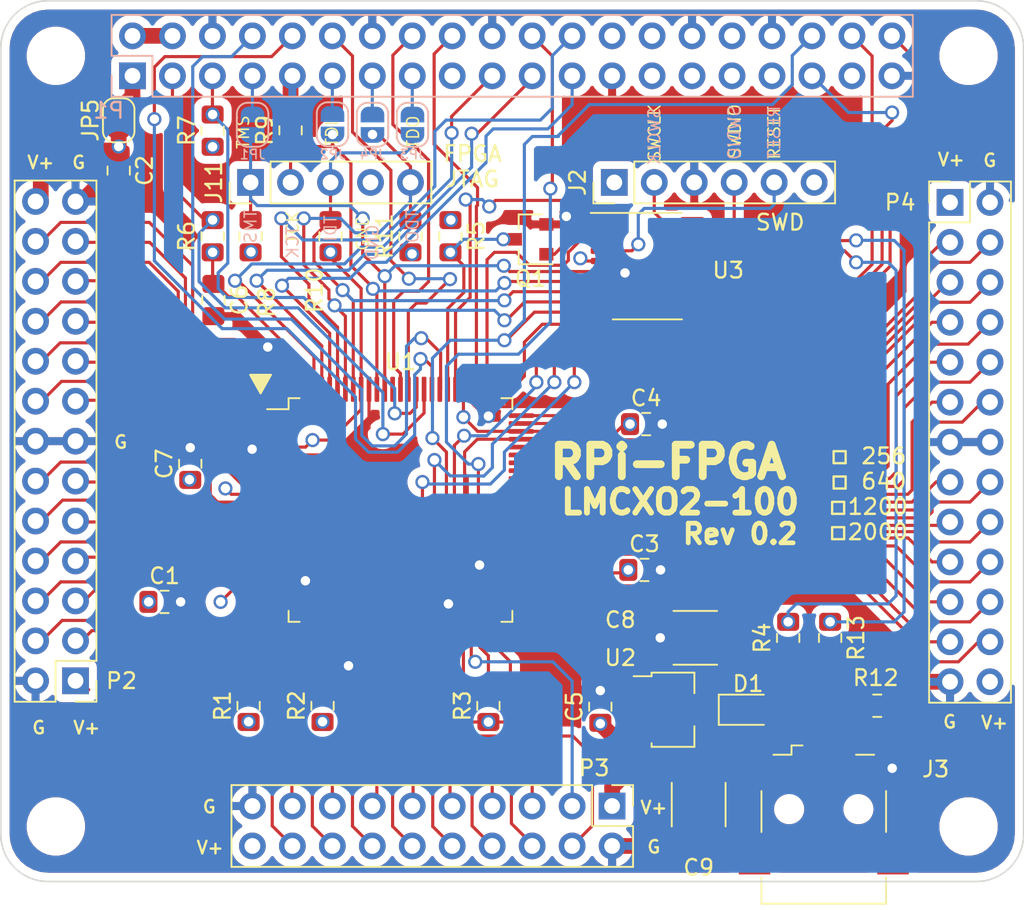
<source format=kicad_pcb>
(kicad_pcb (version 20171130) (host pcbnew 5.1.6-c6e7f7d~86~ubuntu18.04.1)
  (title_block (date "15 nov 2012"))
  (layers (0 F.Cu signal) (1 In1.Cu signal) (2 In2.Cu signal) (31 B.Cu signal) (34 B.Paste user) (35 F.Paste user) (36 B.SilkS user) (37 F.SilkS user) (38 B.Mask user) (39 F.Mask user) (44 Edge.Cuts user))
  (net 0 "")
  (net 1 +3V3)
  (net 2 +5V)
  (net 3 GND)
  (net 4 "/GPIO2(SDA1)")
  (net 5 "/GPIO3(SCL1)")
  (net 6 "/GPIO4(GCLK)")
  (net 7 "/GPIO14(TXD0)")
  (net 8 "/GPIO15(RXD0)")
  (net 9 "/GPIO17(GEN0)")
  (net 10 "/GPIO27(GEN2)")
  (net 11 "/GPIO22(GEN3)")
  (net 12 "/GPIO23(GEN4)")
  (net 13 "/GPIO24(GEN5)")
  (net 14 "/GPIO25(GEN6)")
  (net 15 "/GPIO18(GEN1)(PWM0)")
  (net 16 "/GPIO10(SPI0_MOSI)")
  (net 17 "/GPIO9(SPI0_MISO)")
  (net 18 "/GPIO11(SPI0_SCK)")
  (net 19 "/GPIO8(SPI0_CE_N)")
  (net 20 "/GPIO19(SPI1_MISO)")
  (net 21 /GPIO16)
  (net 22 "/GPIO20(SPI1_MOSI)")
  (net 23 "/GPIO21(SPI1_SCK)")
  (net 24 /LMCXO2-B/JTAGENB)
  (net 25 /LMCXO2-A/PL2A)
  (net 26 /LMCXO2-A/PL2B)
  (net 27 /LMCXO2-A/PL3A)
  (net 28 /LMCXO2-A/PL3B)
  (net 29 /LMCXO2-A/PL5A)
  (net 30 /LMCXO2-A/PL5B)
  (net 31 /LMCXO2-B/DONE)
  (net 32 /LMCXO2-B/INITN)
  (net 33 /LMCXO2-B/PRGM)
  (net 34 /LMCXO2-B/PR14B)
  (net 35 /LMCXO2-B/PR14A)
  (net 36 /LMCXO2-B/PR12B)
  (net 37 /LMCXO2-B/PR12A)
  (net 38 /LMCXO2-B/PR11B)
  (net 39 /LMCXO2-B/PR11A)
  (net 40 /LMCXO2-B/PR10B)
  (net 41 /LMCXO2-B/PR10A)
  (net 42 /LMCXO2-B/PR7B)
  (net 43 /LMCXO2-B/PR7A)
  (net 44 /LMCXO2-B/PR6B)
  (net 45 /LMCXO2-B/PR6A)
  (net 46 /LMCXO2-B/PR5B)
  (net 47 /LMCXO2-B/PR5A)
  (net 48 /LMCXO2-B/PR4B)
  (net 49 /LMCXO2-B/PR4A)
  (net 50 /LMCXO2-B/PR3B)
  (net 51 /LMCXO2-B/PR3A)
  (net 52 /LMCXO2-B/PR2B)
  (net 53 /LMCXO2-B/PR2A)
  (net 54 /STM32F042F/SWCLK)
  (net 55 /STM32F042F/SWDIO)
  (net 56 /STM32F042F/RESET)
  (net 57 /TMS)
  (net 58 /TCK)
  (net 59 /TDI)
  (net 60 /TDO)
  (net 61 /LMCXO2-A/PL14B)
  (net 62 /LMCXO2-A/PL14A)
  (net 63 /LMCXO2-A/PL12B)
  (net 64 /LMCXO2-A/PL12A)
  (net 65 /LMCXO2-A/PL11B)
  (net 66 /LMCXO2-A/PL11A)
  (net 67 /LMCXO2-A/PL10B)
  (net 68 /LMCXO2-A/PL10A)
  (net 69 /LMCXO2-A/PL9B)
  (net 70 /LMCXO2-A/PL9A)
  (net 71 /LMCXO2-A/PL7D)
  (net 72 /LMCXO2-A/PL7C)
  (net 73 /LMCXO2-A/PL4B)
  (net 74 /LMCXO2-A/PL4A)
  (net 75 /LMCXO2-A/PB22B)
  (net 76 /LMCXO2-A/PB22A)
  (net 77 /LMCXO2-A/PB21B)
  (net 78 /LMCXO2-A/PB21A)
  (net 79 /LMCXO2-A/PB18B)
  (net 80 /LMCXO2-A/PB18A)
  (net 81 /LMCXO2-A/PB16B)
  (net 82 /LMCXO2-A/PB16A)
  (net 83 /LMCXO2-A/PB12B)
  (net 84 /LMCXO2-A/PB12A)
  (net 85 /LMCXO2-A/PB11B)
  (net 86 /LMCXO2-A/PB11A)
  (net 87 /LMCXO2-A/PB6B)
  (net 88 /LMCXO2-A/PB6A)
  (net 89 /LMCXO2-A/PB5B)
  (net 90 /LMCXO2-A/PB5A)
  (net 91 /STM32F042F/JTAGEN)
  (net 92 /STM32F042F/USB_DM)
  (net 93 /STM32F042F/USB_DP)
  (net 94 "Net-(C8-Pad1)")
  (net 95 "Net-(D1-Pad2)")
  (net 96 "Net-(J3-Pad2)")
  (net 97 "Net-(J3-Pad3)")
  (net 98 "Net-(J3-Pad4)")
  (net 99 "Net-(JP5-Pad2)")
  (module Connector_PinSocket_2.54mm:PinSocket_2x20_P2.54mm_Vertical (layer B.Cu) (at 208.37 98.77 270)
    (fp_text reference P1 (at 2.208 1.512) (layer B.SilkS) (effects (justify mirror)))
    (fp_text value RPi-I/O)
    (pad 1 thru_hole rect (at 0 0 270) (size 1.7 1.7) (drill 1) (layers *.Cu *.Mask) (net 99 "Net-(JP5-Pad2)"))
    (pad 2 thru_hole oval (at -2.54 0 270) (size 1.7 1.7) (drill 1) (layers *.Cu *.Mask) (net 2 +5V))
    (pad 3 thru_hole oval (at 0 -2.54 270) (size 1.7 1.7) (drill 1) (layers *.Cu *.Mask) (net 4 "/GPIO2(SDA1)"))
    (pad 4 thru_hole oval (at -2.54 -2.54 270) (size 1.7 1.7) (drill 1) (layers *.Cu *.Mask) (net 2 +5V))
    (pad 5 thru_hole oval (at 0 -5.08 270) (size 1.7 1.7) (drill 1) (layers *.Cu *.Mask) (net 5 "/GPIO3(SCL1)"))
    (pad 6 thru_hole oval (at -2.54 -5.08 270) (size 1.7 1.7) (drill 1) (layers *.Cu *.Mask) (net 3 GND))
    (pad 7 thru_hole oval (at 0 -7.62 270) (size 1.7 1.7) (drill 1) (layers *.Cu *.Mask) (net 6 "/GPIO4(GCLK)"))
    (pad 8 thru_hole oval (at -2.54 -7.62 270) (size 1.7 1.7) (drill 1) (layers *.Cu *.Mask) (net 7 "/GPIO14(TXD0)"))
    (pad 9 thru_hole oval (at 0 -10.16 270) (size 1.7 1.7) (drill 1) (layers *.Cu *.Mask) (net 3 GND))
    (pad 10 thru_hole oval (at -2.54 -10.16 270) (size 1.7 1.7) (drill 1) (layers *.Cu *.Mask) (net 8 "/GPIO15(RXD0)"))
    (pad 11 thru_hole oval (at 0 -12.7 270) (size 1.7 1.7) (drill 1) (layers *.Cu *.Mask) (net 9 "/GPIO17(GEN0)"))
    (pad 12 thru_hole oval (at -2.54 -12.7 270) (size 1.7 1.7) (drill 1) (layers *.Cu *.Mask) (net 15 "/GPIO18(GEN1)(PWM0)"))
    (pad 13 thru_hole oval (at 0 -15.24 270) (size 1.7 1.7) (drill 1) (layers *.Cu *.Mask) (net 10 "/GPIO27(GEN2)"))
    (pad 14 thru_hole oval (at -2.54 -15.24 270) (size 1.7 1.7) (drill 1) (layers *.Cu *.Mask) (net 3 GND))
    (pad 15 thru_hole oval (at 0 -17.78 270) (size 1.7 1.7) (drill 1) (layers *.Cu *.Mask) (net 11 "/GPIO22(GEN3)"))
    (pad 16 thru_hole oval (at -2.54 -17.78 270) (size 1.7 1.7) (drill 1) (layers *.Cu *.Mask) (net 12 "/GPIO23(GEN4)"))
    (pad 17 thru_hole oval (at 0 -20.32 270) (size 1.7 1.7) (drill 1) (layers *.Cu *.Mask) (net 99 "Net-(JP5-Pad2)"))
    (pad 18 thru_hole oval (at -2.54 -20.32 270) (size 1.7 1.7) (drill 1) (layers *.Cu *.Mask) (net 13 "/GPIO24(GEN5)"))
    (pad 19 thru_hole oval (at 0 -22.86 270) (size 1.7 1.7) (drill 1) (layers *.Cu *.Mask) (net 16 "/GPIO10(SPI0_MOSI)"))
    (pad 20 thru_hole oval (at -2.54 -22.86 270) (size 1.7 1.7) (drill 1) (layers *.Cu *.Mask) (net 3 GND))
    (pad 21 thru_hole oval (at 0 -25.4 270) (size 1.7 1.7) (drill 1) (layers *.Cu *.Mask) (net 17 "/GPIO9(SPI0_MISO)"))
    (pad 22 thru_hole oval (at -2.54 -25.4 270) (size 1.7 1.7) (drill 1) (layers *.Cu *.Mask) (net 14 "/GPIO25(GEN6)"))
    (pad 23 thru_hole oval (at 0 -27.94 270) (size 1.7 1.7) (drill 1) (layers *.Cu *.Mask) (net 18 "/GPIO11(SPI0_SCK)"))
    (pad 24 thru_hole oval (at -2.54 -27.94 270) (size 1.7 1.7) (drill 1) (layers *.Cu *.Mask) (net 19 "/GPIO8(SPI0_CE_N)"))
    (pad 25 thru_hole oval (at 0 -30.48 270) (size 1.7 1.7) (drill 1) (layers *.Cu *.Mask) (net 3 GND))
    (pad 26 thru_hole oval (at -2.54 -30.48 270) (size 1.7 1.7) (drill 1) (layers *.Cu *.Mask))
    (pad 27 thru_hole oval (at 0 -33.02 270) (size 1.7 1.7) (drill 1) (layers *.Cu *.Mask))
    (pad 28 thru_hole oval (at -2.54 -33.02 270) (size 1.7 1.7) (drill 1) (layers *.Cu *.Mask))
    (pad 29 thru_hole oval (at 0 -35.56 270) (size 1.7 1.7) (drill 1) (layers *.Cu *.Mask))
    (pad 30 thru_hole oval (at -2.54 -35.56 270) (size 1.7 1.7) (drill 1) (layers *.Cu *.Mask) (net 3 GND))
    (pad 31 thru_hole oval (at 0 -38.1 270) (size 1.7 1.7) (drill 1) (layers *.Cu *.Mask))
    (pad 32 thru_hole oval (at -2.54 -38.1 270) (size 1.7 1.7) (drill 1) (layers *.Cu *.Mask))
    (pad 33 thru_hole oval (at 0 -40.64 270) (size 1.7 1.7) (drill 1) (layers *.Cu *.Mask))
    (pad 34 thru_hole oval (at -2.54 -40.64 270) (size 1.7 1.7) (drill 1) (layers *.Cu *.Mask) (net 3 GND))
    (pad 35 thru_hole oval (at 0 -43.18 270) (size 1.7 1.7) (drill 1) (layers *.Cu *.Mask) (net 20 "/GPIO19(SPI1_MISO)"))
    (pad 36 thru_hole oval (at -2.54 -43.18 270) (size 1.7 1.7) (drill 1) (layers *.Cu *.Mask) (net 21 /GPIO16))
    (pad 37 thru_hole oval (at 0 -45.72 270) (size 1.7 1.7) (drill 1) (layers *.Cu *.Mask))
    (pad 38 thru_hole oval (at -2.54 -45.72 270) (size 1.7 1.7) (drill 1) (layers *.Cu *.Mask) (net 22 "/GPIO20(SPI1_MOSI)"))
    (pad 39 thru_hole oval (at 0 -48.26 270) (size 1.7 1.7) (drill 1) (layers *.Cu *.Mask) (net 3 GND))
    (pad 40 thru_hole oval (at -2.54 -48.26 270) (size 1.7 1.7) (drill 1) (layers *.Cu *.Mask) (net 23 "/GPIO21(SPI1_SCK)"))
  )
  (module MountingHole:MountingHole_2.7mm_M2.5 (layer F.Cu) (at 261.5 146.5)
    (fp_text reference MK4 hide)
    (fp_text value M2.5)
    (pad 1 np_thru_hole circle (at 0 0) (size 2.7 2.7) (drill 2.7) (layers *.Cu *.Mask))
  )
  (module MountingHole:MountingHole_2.7mm_M2.5 (layer F.Cu) (at 203.5 146.5)
    (fp_text reference MK3 hide)
    (fp_text value M2.5)
    (pad 1 np_thru_hole circle (at 0 0) (size 2.7 2.7) (drill 2.7) (layers *.Cu *.Mask))
  )
  (module MountingHole:MountingHole_2.7mm_M2.5 (layer F.Cu) (at 261.5 97.5 180)
    (fp_text reference MK2 hide)
    (fp_text value M2.5)
    (pad 1 np_thru_hole circle (at 0 0 180) (size 2.7 2.7) (drill 2.7) (layers *.Cu *.Mask))
  )
  (module MountingHole:MountingHole_2.7mm_M2.5 (layer F.Cu) (at 203.5 97.5 180)
    (fp_text reference MK1 hide)
    (fp_text value M2.5)
    (pad 1 np_thru_hole circle (at 0 0 180) (size 2.7 2.7) (drill 2.7) (layers *.Cu *.Mask))
  )
  (module Jumper:SolderJumper-2_P1.3mm_Open_RoundedPad1.0x1.5mm (layer B.Cu) (at 216.002 101.882 90)
    (fp_text reference JP1 (at -1.89 0 180) (layer B.SilkS) (effects (font (size 0.6 0.6) (thickness 0.1)) (justify mirror)))
    (fp_text value SolderJumper_2_Open)
    (pad 2 smd custom (at 0.65 0 90) (size 1 0.5) (layers B.Cu B.Mask) (net 6 "/GPIO4(GCLK)") (options (clearance outline) (anchor rect)) (primitives (gr_circle (center 0 -0.25) (end 0.5 -0.25) (width 0)) (gr_circle (center 0 0.25) (end 0.5 0.25) (width 0)) (gr_poly (pts (xy 0 0.75) (xy -0.5 0.75) (xy -0.5 -0.75) (xy 0 -0.75)) (width 0))))
    (pad 1 smd custom (at -0.65 0 90) (size 1 0.5) (layers B.Cu B.Mask) (net 57 /TMS) (options (clearance outline) (anchor rect)) (primitives (gr_circle (center 0 -0.25) (end 0.5 -0.25) (width 0)) (gr_circle (center 0 0.25) (end 0.5 0.25) (width 0)) (gr_poly (pts (xy 0 0.75) (xy 0.5 0.75) (xy 0.5 -0.75) (xy 0 -0.75)) (width 0))))
  )
  (module Jumper:SolderJumper-2_P1.3mm_Open_RoundedPad1.0x1.5mm (layer B.Cu) (at 221.082 101.852 90)
    (fp_text reference JP2 (at -1.92 0 180) (layer B.SilkS) (effects (font (size 0.6 0.6) (thickness 0.1)) (justify mirror)))
    (fp_text value SolderJumper_2_Open)
    (pad 1 smd custom (at -0.65 0 90) (size 1 0.5) (layers B.Cu B.Mask) (net 58 /TCK) (options (clearance outline) (anchor rect)) (primitives (gr_circle (center 0 -0.25) (end 0.5 -0.25) (width 0)) (gr_circle (center 0 0.25) (end 0.5 0.25) (width 0)) (gr_poly (pts (xy 0 0.75) (xy 0.5 0.75) (xy 0.5 -0.75) (xy 0 -0.75)) (width 0))))
    (pad 2 smd custom (at 0.65 0 90) (size 1 0.5) (layers B.Cu B.Mask) (net 9 "/GPIO17(GEN0)") (options (clearance outline) (anchor rect)) (primitives (gr_circle (center 0 -0.25) (end 0.5 -0.25) (width 0)) (gr_circle (center 0 0.25) (end 0.5 0.25) (width 0)) (gr_poly (pts (xy 0 0.75) (xy -0.5 0.75) (xy -0.5 -0.75) (xy 0 -0.75)) (width 0))))
  )
  (module Jumper:SolderJumper-2_P1.3mm_Open_RoundedPad1.0x1.5mm (layer B.Cu) (at 226.162 101.882 90)
    (fp_text reference JP3 (at -1.89 0 180) (layer B.SilkS) (effects (font (size 0.6 0.6) (thickness 0.1)) (justify mirror)))
    (fp_text value SolderJumper_2_Open)
    (pad 2 smd custom (at 0.65 0 90) (size 1 0.5) (layers B.Cu B.Mask) (net 11 "/GPIO22(GEN3)") (options (clearance outline) (anchor rect)) (primitives (gr_circle (center 0 -0.25) (end 0.5 -0.25) (width 0)) (gr_circle (center 0 0.25) (end 0.5 0.25) (width 0)) (gr_poly (pts (xy 0 0.75) (xy -0.5 0.75) (xy -0.5 -0.75) (xy 0 -0.75)) (width 0))))
    (pad 1 smd custom (at -0.65 0 90) (size 1 0.5) (layers B.Cu B.Mask) (net 59 /TDI) (options (clearance outline) (anchor rect)) (primitives (gr_circle (center 0 -0.25) (end 0.5 -0.25) (width 0)) (gr_circle (center 0 0.25) (end 0.5 0.25) (width 0)) (gr_poly (pts (xy 0 0.75) (xy 0.5 0.75) (xy 0.5 -0.75) (xy 0 -0.75)) (width 0))))
  )
  (module Jumper:SolderJumper-2_P1.3mm_Open_RoundedPad1.0x1.5mm (layer B.Cu) (at 223.622 101.882 90)
    (fp_text reference JP4 (at -1.89 0) (layer B.SilkS) (effects (font (size 0.6 0.6) (thickness 0.1)) (justify mirror)))
    (fp_text value SolderJumper_2_Open)
    (pad 1 smd custom (at -0.65 0 90) (size 1 0.5) (layers B.Cu B.Mask) (net 60 /TDO) (options (clearance outline) (anchor rect)) (primitives (gr_circle (center 0 -0.25) (end 0.5 -0.25) (width 0)) (gr_circle (center 0 0.25) (end 0.5 0.25) (width 0)) (gr_poly (pts (xy 0 0.75) (xy 0.5 0.75) (xy 0.5 -0.75) (xy 0 -0.75)) (width 0))))
    (pad 2 smd custom (at 0.65 0 90) (size 1 0.5) (layers B.Cu B.Mask) (net 10 "/GPIO27(GEN2)") (options (clearance outline) (anchor rect)) (primitives (gr_circle (center 0 -0.25) (end 0.5 -0.25) (width 0)) (gr_circle (center 0 0.25) (end 0.5 0.25) (width 0)) (gr_poly (pts (xy 0 0.75) (xy -0.5 0.75) (xy -0.5 -0.75) (xy 0 -0.75)) (width 0))))
  )
  (module Capacitor_SMD:C_0805_2012Metric_Pad1.15x1.40mm_HandSolder (layer F.Cu) (at 210.405 132.22)
    (fp_text reference C1 (at 0 -1.65) (layer F.SilkS))
    (fp_text value 0.1u)
    (pad 1 smd roundrect (at -1.025 0) (size 1.15 1.4) (layers F.Cu F.Paste F.Mask) (roundrect_rratio 0.217391) (net 1 +3V3))
    (pad 2 smd roundrect (at 1.025 0) (size 1.15 1.4) (layers F.Cu F.Paste F.Mask) (roundrect_rratio 0.217391) (net 3 GND))
  )
  (module Capacitor_SMD:C_0805_2012Metric_Pad1.15x1.40mm_HandSolder (layer F.Cu) (at 207.493 104.797 270)
    (fp_text reference C2 (at 0 -1.65 90) (layer F.SilkS))
    (fp_text value 0.1u)
    (pad 2 smd roundrect (at 1.025 0 270) (size 1.15 1.4) (layers F.Cu F.Paste F.Mask) (roundrect_rratio 0.217391) (net 3 GND))
    (pad 1 smd roundrect (at -1.025 0 270) (size 1.15 1.4) (layers F.Cu F.Paste F.Mask) (roundrect_rratio 0.217391) (net 1 +3V3))
  )
  (module Capacitor_SMD:C_0805_2012Metric_Pad1.15x1.40mm_HandSolder (layer F.Cu) (at 240.903 130.188)
    (fp_text reference C3 (at 0 -1.65) (layer F.SilkS))
    (fp_text value 0.1u)
    (pad 1 smd roundrect (at -1.025 0) (size 1.15 1.4) (layers F.Cu F.Paste F.Mask) (roundrect_rratio 0.217391) (net 1 +3V3))
    (pad 2 smd roundrect (at 1.025 0) (size 1.15 1.4) (layers F.Cu F.Paste F.Mask) (roundrect_rratio 0.217391) (net 3 GND))
  )
  (module Capacitor_SMD:C_0805_2012Metric_Pad1.15x1.40mm_HandSolder (layer F.Cu) (at 241.012 120.917)
    (fp_text reference C4 (at 0 -1.65) (layer F.SilkS))
    (fp_text value 0.1u)
    (pad 2 smd roundrect (at 1.025 0) (size 1.15 1.4) (layers F.Cu F.Paste F.Mask) (roundrect_rratio 0.217391) (net 3 GND))
    (pad 1 smd roundrect (at -1.025 0) (size 1.15 1.4) (layers F.Cu F.Paste F.Mask) (roundrect_rratio 0.217391) (net 1 +3V3))
  )
  (module Capacitor_SMD:C_0805_2012Metric_Pad1.15x1.40mm_HandSolder (layer F.Cu) (at 238.1 138.8838 90)
    (fp_text reference C5 (at 0 -1.65 90) (layer F.SilkS))
    (fp_text value 0.1u)
    (pad 2 smd roundrect (at 1.025 0 90) (size 1.15 1.4) (layers F.Cu F.Paste F.Mask) (roundrect_rratio 0.217391) (net 3 GND))
    (pad 1 smd roundrect (at -1.025 0 90) (size 1.15 1.4) (layers F.Cu F.Paste F.Mask) (roundrect_rratio 0.217391) (net 1 +3V3))
  )
  (module Capacitor_SMD:C_0805_2012Metric_Pad1.15x1.40mm_HandSolder (layer F.Cu) (at 213.5128 113.0266 270)
    (fp_text reference C6 (at 0 -1.65 90) (layer F.SilkS))
    (fp_text value 0.1u)
    (pad 1 smd roundrect (at -1.025 0 270) (size 1.15 1.4) (layers F.Cu F.Paste F.Mask) (roundrect_rratio 0.217391) (net 1 +3V3))
    (pad 2 smd roundrect (at 1.025 0 270) (size 1.15 1.4) (layers F.Cu F.Paste F.Mask) (roundrect_rratio 0.217391) (net 3 GND))
  )
  (module Capacitor_SMD:C_0805_2012Metric_Pad1.15x1.40mm_HandSolder (layer F.Cu) (at 212.0396 123.4406 90)
    (fp_text reference C7 (at 0 -1.65 90) (layer F.SilkS))
    (fp_text value 0.1u)
    (pad 1 smd roundrect (at -1.025 0 90) (size 1.15 1.4) (layers F.Cu F.Paste F.Mask) (roundrect_rratio 0.217391) (net 1 +3V3))
    (pad 2 smd roundrect (at 1.025 0 90) (size 1.15 1.4) (layers F.Cu F.Paste F.Mask) (roundrect_rratio 0.217391) (net 3 GND))
  )
  (module Connector_PinHeader_2.54mm:PinHeader_2x13_P2.54mm_Vertical (layer F.Cu) (at 260.325 106.82)
    (fp_text reference P4 (at -3.175 0) (layer F.SilkS))
    (fp_text value Conn_02x13_Odd_Even)
    (pad 26 thru_hole oval (at 2.54 30.48) (size 1.7 1.7) (drill 1) (layers *.Cu *.Mask) (net 1 +3V3))
    (pad 25 thru_hole oval (at 0 30.48) (size 1.7 1.7) (drill 1) (layers *.Cu *.Mask) (net 3 GND))
    (pad 24 thru_hole oval (at 2.54 27.94) (size 1.7 1.7) (drill 1) (layers *.Cu *.Mask) (net 34 /LMCXO2-B/PR14B))
    (pad 23 thru_hole oval (at 0 27.94) (size 1.7 1.7) (drill 1) (layers *.Cu *.Mask) (net 35 /LMCXO2-B/PR14A))
    (pad 22 thru_hole oval (at 2.54 25.4) (size 1.7 1.7) (drill 1) (layers *.Cu *.Mask) (net 36 /LMCXO2-B/PR12B))
    (pad 21 thru_hole oval (at 0 25.4) (size 1.7 1.7) (drill 1) (layers *.Cu *.Mask) (net 37 /LMCXO2-B/PR12A))
    (pad 20 thru_hole oval (at 2.54 22.86) (size 1.7 1.7) (drill 1) (layers *.Cu *.Mask) (net 38 /LMCXO2-B/PR11B))
    (pad 19 thru_hole oval (at 0 22.86) (size 1.7 1.7) (drill 1) (layers *.Cu *.Mask) (net 39 /LMCXO2-B/PR11A))
    (pad 18 thru_hole oval (at 2.54 20.32) (size 1.7 1.7) (drill 1) (layers *.Cu *.Mask) (net 40 /LMCXO2-B/PR10B))
    (pad 17 thru_hole oval (at 0 20.32) (size 1.7 1.7) (drill 1) (layers *.Cu *.Mask) (net 41 /LMCXO2-B/PR10A))
    (pad 16 thru_hole oval (at 2.54 17.78) (size 1.7 1.7) (drill 1) (layers *.Cu *.Mask) (net 42 /LMCXO2-B/PR7B))
    (pad 15 thru_hole oval (at 0 17.78) (size 1.7 1.7) (drill 1) (layers *.Cu *.Mask) (net 43 /LMCXO2-B/PR7A))
    (pad 14 thru_hole oval (at 2.54 15.24) (size 1.7 1.7) (drill 1) (layers *.Cu *.Mask) (net 3 GND))
    (pad 13 thru_hole oval (at 0 15.24) (size 1.7 1.7) (drill 1) (layers *.Cu *.Mask) (net 3 GND))
    (pad 12 thru_hole oval (at 2.54 12.7) (size 1.7 1.7) (drill 1) (layers *.Cu *.Mask) (net 44 /LMCXO2-B/PR6B))
    (pad 11 thru_hole oval (at 0 12.7) (size 1.7 1.7) (drill 1) (layers *.Cu *.Mask) (net 45 /LMCXO2-B/PR6A))
    (pad 10 thru_hole oval (at 2.54 10.16) (size 1.7 1.7) (drill 1) (layers *.Cu *.Mask) (net 46 /LMCXO2-B/PR5B))
    (pad 9 thru_hole oval (at 0 10.16) (size 1.7 1.7) (drill 1) (layers *.Cu *.Mask) (net 47 /LMCXO2-B/PR5A))
    (pad 8 thru_hole oval (at 2.54 7.62) (size 1.7 1.7) (drill 1) (layers *.Cu *.Mask) (net 48 /LMCXO2-B/PR4B))
    (pad 7 thru_hole oval (at 0 7.62) (size 1.7 1.7) (drill 1) (layers *.Cu *.Mask) (net 49 /LMCXO2-B/PR4A))
    (pad 6 thru_hole oval (at 2.54 5.08) (size 1.7 1.7) (drill 1) (layers *.Cu *.Mask) (net 50 /LMCXO2-B/PR3B))
    (pad 5 thru_hole oval (at 0 5.08) (size 1.7 1.7) (drill 1) (layers *.Cu *.Mask) (net 51 /LMCXO2-B/PR3A))
    (pad 4 thru_hole oval (at 2.54 2.54) (size 1.7 1.7) (drill 1) (layers *.Cu *.Mask) (net 52 /LMCXO2-B/PR2B))
    (pad 3 thru_hole oval (at 0 2.54) (size 1.7 1.7) (drill 1) (layers *.Cu *.Mask) (net 53 /LMCXO2-B/PR2A))
    (pad 2 thru_hole oval (at 2.54 0) (size 1.7 1.7) (drill 1) (layers *.Cu *.Mask) (net 3 GND))
    (pad 1 thru_hole rect (at 0 0) (size 1.7 1.7) (drill 1) (layers *.Cu *.Mask) (net 1 +3V3))
  )
  (module Connector_PinHeader_2.54mm:PinHeader_1x06_P2.54mm_Vertical (layer F.Cu) (at 238.989 105.55 90)
    (fp_text reference J2 (at 0 -2.33 90) (layer F.SilkS))
    (fp_text value SWD)
    (pad 1 thru_hole rect (at 0 0 90) (size 1.7 1.7) (drill 1) (layers *.Cu *.Mask) (net 1 +3V3))
    (pad 2 thru_hole oval (at 0 2.54 90) (size 1.7 1.7) (drill 1) (layers *.Cu *.Mask) (net 54 /STM32F042F/SWCLK))
    (pad 3 thru_hole oval (at 0 5.08 90) (size 1.7 1.7) (drill 1) (layers *.Cu *.Mask) (net 3 GND))
    (pad 4 thru_hole oval (at 0 7.62 90) (size 1.7 1.7) (drill 1) (layers *.Cu *.Mask) (net 55 /STM32F042F/SWDIO))
    (pad 5 thru_hole oval (at 0 10.16 90) (size 1.7 1.7) (drill 1) (layers *.Cu *.Mask) (net 56 /STM32F042F/RESET))
    (pad 6 thru_hole oval (at 0 12.7 90) (size 1.7 1.7) (drill 1) (layers *.Cu *.Mask))
  )
  (module Connector_PinHeader_2.54mm:PinHeader_1x05_P2.54mm_Vertical (layer F.Cu) (at 215.875 105.55 90)
    (fp_text reference J11 (at 0 -2.33 90) (layer F.SilkS))
    (fp_text value JTAG)
    (pad 1 thru_hole rect (at 0 0 90) (size 1.7 1.7) (drill 1) (layers *.Cu *.Mask) (net 57 /TMS))
    (pad 2 thru_hole oval (at 0 2.54 90) (size 1.7 1.7) (drill 1) (layers *.Cu *.Mask) (net 58 /TCK))
    (pad 3 thru_hole oval (at 0 5.08 90) (size 1.7 1.7) (drill 1) (layers *.Cu *.Mask) (net 59 /TDI))
    (pad 4 thru_hole oval (at 0 7.62 90) (size 1.7 1.7) (drill 1) (layers *.Cu *.Mask) (net 3 GND))
    (pad 5 thru_hole oval (at 0 10.16 90) (size 1.7 1.7) (drill 1) (layers *.Cu *.Mask) (net 60 /TDO))
  )
  (module Connector_PinHeader_2.54mm:PinHeader_2x13_P2.54mm_Vertical (layer F.Cu) (at 204.75 137.24 180)
    (fp_text reference P2 (at -2.921 0) (layer F.SilkS))
    (fp_text value Ext-I/O-1)
    (pad 1 thru_hole rect (at 0 0 180) (size 1.7 1.7) (drill 1) (layers *.Cu *.Mask) (net 1 +3V3))
    (pad 2 thru_hole oval (at 2.54 0 180) (size 1.7 1.7) (drill 1) (layers *.Cu *.Mask) (net 3 GND))
    (pad 3 thru_hole oval (at 0 2.54 180) (size 1.7 1.7) (drill 1) (layers *.Cu *.Mask) (net 61 /LMCXO2-A/PL14B))
    (pad 4 thru_hole oval (at 2.54 2.54 180) (size 1.7 1.7) (drill 1) (layers *.Cu *.Mask) (net 62 /LMCXO2-A/PL14A))
    (pad 5 thru_hole oval (at 0 5.08 180) (size 1.7 1.7) (drill 1) (layers *.Cu *.Mask) (net 63 /LMCXO2-A/PL12B))
    (pad 6 thru_hole oval (at 2.54 5.08 180) (size 1.7 1.7) (drill 1) (layers *.Cu *.Mask) (net 64 /LMCXO2-A/PL12A))
    (pad 7 thru_hole oval (at 0 7.62 180) (size 1.7 1.7) (drill 1) (layers *.Cu *.Mask) (net 65 /LMCXO2-A/PL11B))
    (pad 8 thru_hole oval (at 2.54 7.62 180) (size 1.7 1.7) (drill 1) (layers *.Cu *.Mask) (net 66 /LMCXO2-A/PL11A))
    (pad 9 thru_hole oval (at 0 10.16 180) (size 1.7 1.7) (drill 1) (layers *.Cu *.Mask) (net 67 /LMCXO2-A/PL10B))
    (pad 10 thru_hole oval (at 2.54 10.16 180) (size 1.7 1.7) (drill 1) (layers *.Cu *.Mask) (net 68 /LMCXO2-A/PL10A))
    (pad 11 thru_hole oval (at 0 12.7 180) (size 1.7 1.7) (drill 1) (layers *.Cu *.Mask) (net 69 /LMCXO2-A/PL9B))
    (pad 12 thru_hole oval (at 2.54 12.7 180) (size 1.7 1.7) (drill 1) (layers *.Cu *.Mask) (net 70 /LMCXO2-A/PL9A))
    (pad 13 thru_hole oval (at 0 15.24 180) (size 1.7 1.7) (drill 1) (layers *.Cu *.Mask) (net 3 GND))
    (pad 14 thru_hole oval (at 2.54 15.24 180) (size 1.7 1.7) (drill 1) (layers *.Cu *.Mask) (net 3 GND))
    (pad 15 thru_hole oval (at 0 17.78 180) (size 1.7 1.7) (drill 1) (layers *.Cu *.Mask) (net 71 /LMCXO2-A/PL7D))
    (pad 16 thru_hole oval (at 2.54 17.78 180) (size 1.7 1.7) (drill 1) (layers *.Cu *.Mask) (net 72 /LMCXO2-A/PL7C))
    (pad 17 thru_hole oval (at 0 20.32 180) (size 1.7 1.7) (drill 1) (layers *.Cu *.Mask) (net 30 /LMCXO2-A/PL5B))
    (pad 18 thru_hole oval (at 2.54 20.32 180) (size 1.7 1.7) (drill 1) (layers *.Cu *.Mask) (net 29 /LMCXO2-A/PL5A))
    (pad 19 thru_hole oval (at 0 22.86 180) (size 1.7 1.7) (drill 1) (layers *.Cu *.Mask) (net 73 /LMCXO2-A/PL4B))
    (pad 20 thru_hole oval (at 2.54 22.86 180) (size 1.7 1.7) (drill 1) (layers *.Cu *.Mask) (net 74 /LMCXO2-A/PL4A))
    (pad 21 thru_hole oval (at 0 25.4 180) (size 1.7 1.7) (drill 1) (layers *.Cu *.Mask) (net 28 /LMCXO2-A/PL3B))
    (pad 22 thru_hole oval (at 2.54 25.4 180) (size 1.7 1.7) (drill 1) (layers *.Cu *.Mask) (net 27 /LMCXO2-A/PL3A))
    (pad 23 thru_hole oval (at 0 27.94 180) (size 1.7 1.7) (drill 1) (layers *.Cu *.Mask) (net 26 /LMCXO2-A/PL2B))
    (pad 24 thru_hole oval (at 2.54 27.94 180) (size 1.7 1.7) (drill 1) (layers *.Cu *.Mask) (net 25 /LMCXO2-A/PL2A))
    (pad 25 thru_hole oval (at 0 30.48 180) (size 1.7 1.7) (drill 1) (layers *.Cu *.Mask) (net 3 GND))
    (pad 26 thru_hole oval (at 2.54 30.48 180) (size 1.7 1.7) (drill 1) (layers *.Cu *.Mask) (net 1 +3V3))
  )
  (module Connector_PinHeader_2.54mm:PinHeader_2x10_P2.54mm_Vertical (layer F.Cu) (at 238.85 145.2 270)
    (fp_text reference P3 (at -2.413 1.143 180) (layer F.SilkS))
    (fp_text value Ext_I/O-2)
    (pad 1 thru_hole rect (at 0 0 270) (size 1.7 1.7) (drill 1) (layers *.Cu *.Mask) (net 1 +3V3))
    (pad 2 thru_hole oval (at 2.54 0 270) (size 1.7 1.7) (drill 1) (layers *.Cu *.Mask) (net 3 GND))
    (pad 3 thru_hole oval (at 0 2.54 270) (size 1.7 1.7) (drill 1) (layers *.Cu *.Mask) (net 75 /LMCXO2-A/PB22B))
    (pad 4 thru_hole oval (at 2.54 2.54 270) (size 1.7 1.7) (drill 1) (layers *.Cu *.Mask) (net 76 /LMCXO2-A/PB22A))
    (pad 5 thru_hole oval (at 0 5.08 270) (size 1.7 1.7) (drill 1) (layers *.Cu *.Mask) (net 77 /LMCXO2-A/PB21B))
    (pad 6 thru_hole oval (at 2.54 5.08 270) (size 1.7 1.7) (drill 1) (layers *.Cu *.Mask) (net 78 /LMCXO2-A/PB21A))
    (pad 7 thru_hole oval (at 0 7.62 270) (size 1.7 1.7) (drill 1) (layers *.Cu *.Mask) (net 79 /LMCXO2-A/PB18B))
    (pad 8 thru_hole oval (at 2.54 7.62 270) (size 1.7 1.7) (drill 1) (layers *.Cu *.Mask) (net 80 /LMCXO2-A/PB18A))
    (pad 9 thru_hole oval (at 0 10.16 270) (size 1.7 1.7) (drill 1) (layers *.Cu *.Mask) (net 81 /LMCXO2-A/PB16B))
    (pad 10 thru_hole oval (at 2.54 10.16 270) (size 1.7 1.7) (drill 1) (layers *.Cu *.Mask) (net 82 /LMCXO2-A/PB16A))
    (pad 11 thru_hole oval (at 0 12.7 270) (size 1.7 1.7) (drill 1) (layers *.Cu *.Mask) (net 83 /LMCXO2-A/PB12B))
    (pad 12 thru_hole oval (at 2.54 12.7 270) (size 1.7 1.7) (drill 1) (layers *.Cu *.Mask) (net 84 /LMCXO2-A/PB12A))
    (pad 13 thru_hole oval (at 0 15.24 270) (size 1.7 1.7) (drill 1) (layers *.Cu *.Mask) (net 85 /LMCXO2-A/PB11B))
    (pad 14 thru_hole oval (at 2.54 15.24 270) (size 1.7 1.7) (drill 1) (layers *.Cu *.Mask) (net 86 /LMCXO2-A/PB11A))
    (pad 15 thru_hole oval (at 0 17.78 270) (size 1.7 1.7) (drill 1) (layers *.Cu *.Mask) (net 87 /LMCXO2-A/PB6B))
    (pad 16 thru_hole oval (at 2.54 17.78 270) (size 1.7 1.7) (drill 1) (layers *.Cu *.Mask) (net 88 /LMCXO2-A/PB6A))
    (pad 17 thru_hole oval (at 0 20.32 270) (size 1.7 1.7) (drill 1) (layers *.Cu *.Mask) (net 89 /LMCXO2-A/PB5B))
    (pad 18 thru_hole oval (at 2.54 20.32 270) (size 1.7 1.7) (drill 1) (layers *.Cu *.Mask) (net 90 /LMCXO2-A/PB5A))
    (pad 19 thru_hole oval (at 0 22.86 270) (size 1.7 1.7) (drill 1) (layers *.Cu *.Mask) (net 3 GND))
    (pad 20 thru_hole oval (at 2.54 22.86 270) (size 1.7 1.7) (drill 1) (layers *.Cu *.Mask) (net 1 +3V3))
  )
  (module Package_TO_SOT_SMD:SOT-23 (layer F.Cu) (at 233.671 109.167 180)
    (fp_text reference Q1 (at 0 -2.5) (layer F.SilkS))
    (fp_text value DTC144G)
    (pad 1 smd rect (at -1 -0.95 180) (size 0.9 0.8) (layers F.Cu F.Paste F.Mask) (net 91 /STM32F042F/JTAGEN))
    (pad 2 smd rect (at -1 0.95 180) (size 0.9 0.8) (layers F.Cu F.Paste F.Mask) (net 3 GND))
    (pad 3 smd rect (at 1 0 180) (size 0.9 0.8) (layers F.Cu F.Paste F.Mask) (net 24 /LMCXO2-B/JTAGENB))
  )
  (module Resistor_SMD:R_0805_2012Metric_Pad1.15x1.40mm_HandSolder (layer F.Cu) (at 215.748 138.833 90)
    (fp_text reference R1 (at 0 -1.65 90) (layer F.SilkS))
    (fp_text value 4K7)
    (pad 2 smd roundrect (at 1.025 0 90) (size 1.15 1.4) (layers F.Cu F.Paste F.Mask) (roundrect_rratio 0.217391) (net 90 /LMCXO2-A/PB5A))
    (pad 1 smd roundrect (at -1.025 0 90) (size 1.15 1.4) (layers F.Cu F.Paste F.Mask) (roundrect_rratio 0.217391) (net 1 +3V3))
  )
  (module Resistor_SMD:R_0805_2012Metric_Pad1.15x1.40mm_HandSolder (layer F.Cu) (at 220.447 138.833 90)
    (fp_text reference R2 (at 0 -1.65 90) (layer F.SilkS))
    (fp_text value 4K7)
    (pad 1 smd roundrect (at -1.025 0 90) (size 1.15 1.4) (layers F.Cu F.Paste F.Mask) (roundrect_rratio 0.217391) (net 1 +3V3))
    (pad 2 smd roundrect (at 1.025 0 90) (size 1.15 1.4) (layers F.Cu F.Paste F.Mask) (roundrect_rratio 0.217391) (net 23 "/GPIO21(SPI1_SCK)"))
  )
  (module Resistor_SMD:R_0805_2012Metric_Pad1.15x1.40mm_HandSolder (layer F.Cu) (at 230.988 138.833 90)
    (fp_text reference R3 (at 0 -1.65 90) (layer F.SilkS))
    (fp_text value 4K7)
    (pad 2 smd roundrect (at 1.025 0 90) (size 1.15 1.4) (layers F.Cu F.Paste F.Mask) (roundrect_rratio 0.217391) (net 21 /GPIO16))
    (pad 1 smd roundrect (at -1.025 0 90) (size 1.15 1.4) (layers F.Cu F.Paste F.Mask) (roundrect_rratio 0.217391) (net 1 +3V3))
  )
  (module Resistor_SMD:R_0805_2012Metric_Pad1.15x1.40mm_HandSolder (layer F.Cu) (at 228.575 108.97 270)
    (fp_text reference R5 (at 0 -1.65 90) (layer F.SilkS))
    (fp_text value 4k7)
    (pad 2 smd roundrect (at 1.025 0 270) (size 1.15 1.4) (layers F.Cu F.Paste F.Mask) (roundrect_rratio 0.217391) (net 24 /LMCXO2-B/JTAGENB))
    (pad 1 smd roundrect (at -1.025 0 270) (size 1.15 1.4) (layers F.Cu F.Paste F.Mask) (roundrect_rratio 0.217391) (net 1 +3V3))
  )
  (module Resistor_SMD:R_0805_2012Metric_Pad1.15x1.40mm_HandSolder (layer F.Cu) (at 213.462 108.97 90)
    (fp_text reference R6 (at 0 -1.65 90) (layer F.SilkS))
    (fp_text value 4k7)
    (pad 1 smd roundrect (at -1.025 0 90) (size 1.15 1.4) (layers F.Cu F.Paste F.Mask) (roundrect_rratio 0.217391) (net 1 +3V3))
    (pad 2 smd roundrect (at 1.025 0 90) (size 1.15 1.4) (layers F.Cu F.Paste F.Mask) (roundrect_rratio 0.217391) (net 4 "/GPIO2(SDA1)"))
  )
  (module Resistor_SMD:R_0805_2012Metric_Pad1.15x1.40mm_HandSolder (layer F.Cu) (at 213.462 102.257 90)
    (fp_text reference R7 (at 0 -1.65 90) (layer F.SilkS))
    (fp_text value 4k7)
    (pad 1 smd roundrect (at -1.025 0 90) (size 1.15 1.4) (layers F.Cu F.Paste F.Mask) (roundrect_rratio 0.217391) (net 1 +3V3))
    (pad 2 smd roundrect (at 1.025 0 90) (size 1.15 1.4) (layers F.Cu F.Paste F.Mask) (roundrect_rratio 0.217391) (net 5 "/GPIO3(SCL1)"))
  )
  (module Resistor_SMD:R_0805_2012Metric_Pad1.15x1.40mm_HandSolder (layer F.Cu) (at 215.875 108.97 90)
    (fp_text reference R8 (at -4.2 1.016 90) (layer F.SilkS))
    (fp_text value 4k7)
    (pad 2 smd roundrect (at 1.025 0 90) (size 1.15 1.4) (layers F.Cu F.Paste F.Mask) (roundrect_rratio 0.217391) (net 57 /TMS))
    (pad 1 smd roundrect (at -1.025 0 90) (size 1.15 1.4) (layers F.Cu F.Paste F.Mask) (roundrect_rratio 0.217391) (net 1 +3V3))
  )
  (module Resistor_SMD:R_0805_2012Metric_Pad1.15x1.40mm_HandSolder (layer F.Cu) (at 218.415 102.239 90)
    (fp_text reference R9 (at 0 -1.65 90) (layer F.SilkS))
    (fp_text value 4k7)
    (pad 1 smd roundrect (at -1.025 0 90) (size 1.15 1.4) (layers F.Cu F.Paste F.Mask) (roundrect_rratio 0.217391) (net 58 /TCK))
    (pad 2 smd roundrect (at 1.025 0 90) (size 1.15 1.4) (layers F.Cu F.Paste F.Mask) (roundrect_rratio 0.217391) (net 3 GND))
  )
  (module Resistor_SMD:R_0805_2012Metric_Pad1.15x1.40mm_HandSolder (layer F.Cu) (at 220.955 108.97 90)
    (fp_text reference R10 (at -3.438 -1.016 90) (layer F.SilkS))
    (fp_text value 4k7)
    (pad 1 smd roundrect (at -1.025 0 90) (size 1.15 1.4) (layers F.Cu F.Paste F.Mask) (roundrect_rratio 0.217391) (net 1 +3V3))
    (pad 2 smd roundrect (at 1.025 0 90) (size 1.15 1.4) (layers F.Cu F.Paste F.Mask) (roundrect_rratio 0.217391) (net 59 /TDI))
  )
  (module Resistor_SMD:R_0805_2012Metric_Pad1.15x1.40mm_HandSolder (layer F.Cu) (at 226.035 108.97 90)
    (fp_text reference R11 (at 0 -1.65 90) (layer F.SilkS))
    (fp_text value 4k7)
    (pad 2 smd roundrect (at 1.025 0 90) (size 1.15 1.4) (layers F.Cu F.Paste F.Mask) (roundrect_rratio 0.217391) (net 60 /TDO))
    (pad 1 smd roundrect (at -1.025 0 90) (size 1.15 1.4) (layers F.Cu F.Paste F.Mask) (roundrect_rratio 0.217391) (net 1 +3V3))
  )
  (module Package_QFP:LQFP-100_14x14mm_P0.5mm (layer F.Cu) (at 225.4 126.378)
    (fp_text reference U1 (at 0 -9.42) (layer F.SilkS))
    (fp_text value LMCXO2-2000-100)
    (pad 1 smd roundrect (at -7.675 -6) (size 1.6 0.3) (layers F.Cu F.Paste F.Mask) (net 25 /LMCXO2-A/PL2A))
    (pad 2 smd roundrect (at -7.675 -5.5) (size 1.6 0.3) (layers F.Cu F.Paste F.Mask) (net 26 /LMCXO2-A/PL2B))
    (pad 3 smd roundrect (at -7.675 -5) (size 1.6 0.3) (layers F.Cu F.Paste F.Mask) (net 27 /LMCXO2-A/PL3A))
    (pad 4 smd roundrect (at -7.675 -4.5) (size 1.6 0.3) (layers F.Cu F.Paste F.Mask) (net 28 /LMCXO2-A/PL3B))
    (pad 5 smd roundrect (at -7.675 -4) (size 1.6 0.3) (layers F.Cu F.Paste F.Mask) (net 1 +3V3))
    (pad 6 smd roundrect (at -7.675 -3.5) (size 1.6 0.3) (layers F.Cu F.Paste F.Mask) (net 3 GND))
    (pad 7 smd roundrect (at -7.675 -3) (size 1.6 0.3) (layers F.Cu F.Paste F.Mask) (net 74 /LMCXO2-A/PL4A))
    (pad 8 smd roundrect (at -7.675 -2.5) (size 1.6 0.3) (layers F.Cu F.Paste F.Mask) (net 73 /LMCXO2-A/PL4B))
    (pad 9 smd roundrect (at -7.675 -2) (size 1.6 0.3) (layers F.Cu F.Paste F.Mask) (net 29 /LMCXO2-A/PL5A))
    (pad 10 smd roundrect (at -7.675 -1.5) (size 1.6 0.3) (layers F.Cu F.Paste F.Mask) (net 30 /LMCXO2-A/PL5B))
    (pad 11 smd roundrect (at -7.675 -1) (size 1.6 0.3) (layers F.Cu F.Paste F.Mask) (net 1 +3V3))
    (pad 12 smd roundrect (at -7.675 -0.5) (size 1.6 0.3) (layers F.Cu F.Paste F.Mask) (net 72 /LMCXO2-A/PL7C))
    (pad 13 smd roundrect (at -7.675 0) (size 1.6 0.3) (layers F.Cu F.Paste F.Mask) (net 71 /LMCXO2-A/PL7D))
    (pad 14 smd roundrect (at -7.675 0.5) (size 1.6 0.3) (layers F.Cu F.Paste F.Mask) (net 70 /LMCXO2-A/PL9A))
    (pad 15 smd roundrect (at -7.675 1) (size 1.6 0.3) (layers F.Cu F.Paste F.Mask) (net 69 /LMCXO2-A/PL9B))
    (pad 16 smd roundrect (at -7.675 1.5) (size 1.6 0.3) (layers F.Cu F.Paste F.Mask) (net 68 /LMCXO2-A/PL10A))
    (pad 17 smd roundrect (at -7.675 2) (size 1.6 0.3) (layers F.Cu F.Paste F.Mask) (net 67 /LMCXO2-A/PL10B))
    (pad 18 smd roundrect (at -7.675 2.5) (size 1.6 0.3) (layers F.Cu F.Paste F.Mask) (net 66 /LMCXO2-A/PL11A))
    (pad 19 smd roundrect (at -7.675 3) (size 1.6 0.3) (layers F.Cu F.Paste F.Mask) (net 65 /LMCXO2-A/PL11B))
    (pad 20 smd roundrect (at -7.675 3.5) (size 1.6 0.3) (layers F.Cu F.Paste F.Mask) (net 64 /LMCXO2-A/PL12A))
    (pad 21 smd roundrect (at -7.675 4) (size 1.6 0.3) (layers F.Cu F.Paste F.Mask) (net 63 /LMCXO2-A/PL12B))
    (pad 22 smd roundrect (at -7.675 4.5) (size 1.6 0.3) (layers F.Cu F.Paste F.Mask) (net 3 GND))
    (pad 23 smd roundrect (at -7.675 5) (size 1.6 0.3) (layers F.Cu F.Paste F.Mask) (net 1 +3V3))
    (pad 24 smd roundrect (at -7.675 5.5) (size 1.6 0.3) (layers F.Cu F.Paste F.Mask) (net 62 /LMCXO2-A/PL14A))
    (pad 25 smd roundrect (at -7.675 6) (size 1.6 0.3) (layers F.Cu F.Paste F.Mask) (net 61 /LMCXO2-A/PL14B))
    (pad 26 smd roundrect (at -6 7.675) (size 0.3 1.6) (layers F.Cu F.Paste F.Mask) (net 1 +3V3))
    (pad 27 smd roundrect (at -5.5 7.675) (size 0.3 1.6) (layers F.Cu F.Paste F.Mask) (net 90 /LMCXO2-A/PB5A))
    (pad 28 smd roundrect (at -5 7.675) (size 0.3 1.6) (layers F.Cu F.Paste F.Mask) (net 89 /LMCXO2-A/PB5B))
    (pad 29 smd roundrect (at -4.5 7.675) (size 0.3 1.6) (layers F.Cu F.Paste F.Mask) (net 88 /LMCXO2-A/PB6A))
    (pad 30 smd roundrect (at -4 7.675) (size 0.3 1.6) (layers F.Cu F.Paste F.Mask) (net 87 /LMCXO2-A/PB6B))
    (pad 31 smd roundrect (at -3.5 7.675) (size 0.3 1.6) (layers F.Cu F.Paste F.Mask) (net 23 "/GPIO21(SPI1_SCK)"))
    (pad 32 smd roundrect (at -3 7.675) (size 0.3 1.6) (layers F.Cu F.Paste F.Mask) (net 20 "/GPIO19(SPI1_MISO)"))
    (pad 33 smd roundrect (at -2.5 7.675) (size 0.3 1.6) (layers F.Cu F.Paste F.Mask) (net 3 GND))
    (pad 34 smd roundrect (at -2 7.675) (size 0.3 1.6) (layers F.Cu F.Paste F.Mask) (net 86 /LMCXO2-A/PB11A))
    (pad 35 smd roundrect (at -1.5 7.675) (size 0.3 1.6) (layers F.Cu F.Paste F.Mask) (net 85 /LMCXO2-A/PB11B))
    (pad 36 smd roundrect (at -1 7.675) (size 0.3 1.6) (layers F.Cu F.Paste F.Mask) (net 84 /LMCXO2-A/PB12A))
    (pad 37 smd roundrect (at -0.5 7.675) (size 0.3 1.6) (layers F.Cu F.Paste F.Mask) (net 83 /LMCXO2-A/PB12B))
    (pad 38 smd roundrect (at 0 7.675) (size 0.3 1.6) (layers F.Cu F.Paste F.Mask) (net 82 /LMCXO2-A/PB16A))
    (pad 39 smd roundrect (at 0.5 7.675) (size 0.3 1.6) (layers F.Cu F.Paste F.Mask) (net 81 /LMCXO2-A/PB16B))
    (pad 40 smd roundrect (at 1 7.675) (size 0.3 1.6) (layers F.Cu F.Paste F.Mask) (net 80 /LMCXO2-A/PB18A))
    (pad 41 smd roundrect (at 1.5 7.675) (size 0.3 1.6) (layers F.Cu F.Paste F.Mask) (net 79 /LMCXO2-A/PB18B))
    (pad 42 smd roundrect (at 2 7.675) (size 0.3 1.6) (layers F.Cu F.Paste F.Mask) (net 78 /LMCXO2-A/PB21A))
    (pad 43 smd roundrect (at 2.5 7.675) (size 0.3 1.6) (layers F.Cu F.Paste F.Mask) (net 77 /LMCXO2-A/PB21B))
    (pad 44 smd roundrect (at 3 7.675) (size 0.3 1.6) (layers F.Cu F.Paste F.Mask) (net 3 GND))
    (pad 45 smd roundrect (at 3.5 7.675) (size 0.3 1.6) (layers F.Cu F.Paste F.Mask) (net 76 /LMCXO2-A/PB22A))
    (pad 46 smd roundrect (at 4 7.675) (size 0.3 1.6) (layers F.Cu F.Paste F.Mask) (net 1 +3V3))
    (pad 47 smd roundrect (at 4.5 7.675) (size 0.3 1.6) (layers F.Cu F.Paste F.Mask) (net 75 /LMCXO2-A/PB22B))
    (pad 48 smd roundrect (at 5 7.675) (size 0.3 1.6) (layers F.Cu F.Paste F.Mask) (net 21 /GPIO16))
    (pad 49 smd roundrect (at 5.5 7.675) (size 0.3 1.6) (layers F.Cu F.Paste F.Mask) (net 22 "/GPIO20(SPI1_MOSI)"))
    (pad 50 smd roundrect (at 6 7.675) (size 0.3 1.6) (layers F.Cu F.Paste F.Mask) (net 1 +3V3))
    (pad 51 smd roundrect (at 7.675 6) (size 1.6 0.3) (layers F.Cu F.Paste F.Mask) (net 34 /LMCXO2-B/PR14B))
    (pad 52 smd roundrect (at 7.675 5.5) (size 1.6 0.3) (layers F.Cu F.Paste F.Mask) (net 35 /LMCXO2-B/PR14A))
    (pad 53 smd roundrect (at 7.675 5) (size 1.6 0.3) (layers F.Cu F.Paste F.Mask) (net 36 /LMCXO2-B/PR12B))
    (pad 54 smd roundrect (at 7.675 4.5) (size 1.6 0.3) (layers F.Cu F.Paste F.Mask) (net 37 /LMCXO2-B/PR12A))
    (pad 55 smd roundrect (at 7.675 4) (size 1.6 0.3) (layers F.Cu F.Paste F.Mask) (net 1 +3V3))
    (pad 56 smd roundrect (at 7.675 3.5) (size 1.6 0.3) (layers F.Cu F.Paste F.Mask) (net 3 GND))
    (pad 57 smd roundrect (at 7.675 3) (size 1.6 0.3) (layers F.Cu F.Paste F.Mask) (net 38 /LMCXO2-B/PR11B))
    (pad 58 smd roundrect (at 7.675 2.5) (size 1.6 0.3) (layers F.Cu F.Paste F.Mask) (net 39 /LMCXO2-B/PR11A))
    (pad 59 smd roundrect (at 7.675 2) (size 1.6 0.3) (layers F.Cu F.Paste F.Mask) (net 40 /LMCXO2-B/PR10B))
    (pad 60 smd roundrect (at 7.675 1.5) (size 1.6 0.3) (layers F.Cu F.Paste F.Mask) (net 41 /LMCXO2-B/PR10A))
    (pad 61 smd roundrect (at 7.675 1) (size 1.6 0.3) (layers F.Cu F.Paste F.Mask) (net 14 "/GPIO25(GEN6)"))
    (pad 62 smd roundrect (at 7.675 0.5) (size 1.6 0.3) (layers F.Cu F.Paste F.Mask) (net 42 /LMCXO2-B/PR7B))
    (pad 63 smd roundrect (at 7.675 0) (size 1.6 0.3) (layers F.Cu F.Paste F.Mask) (net 43 /LMCXO2-B/PR7A))
    (pad 64 smd roundrect (at 7.675 -0.5) (size 1.6 0.3) (layers F.Cu F.Paste F.Mask) (net 44 /LMCXO2-B/PR6B))
    (pad 65 smd roundrect (at 7.675 -1) (size 1.6 0.3) (layers F.Cu F.Paste F.Mask) (net 45 /LMCXO2-B/PR6A))
    (pad 66 smd roundrect (at 7.675 -1.5) (size 1.6 0.3) (layers F.Cu F.Paste F.Mask) (net 46 /LMCXO2-B/PR5B))
    (pad 67 smd roundrect (at 7.675 -2) (size 1.6 0.3) (layers F.Cu F.Paste F.Mask) (net 47 /LMCXO2-B/PR5A))
    (pad 68 smd roundrect (at 7.675 -2.5) (size 1.6 0.3) (layers F.Cu F.Paste F.Mask) (net 48 /LMCXO2-B/PR4B))
    (pad 69 smd roundrect (at 7.675 -3) (size 1.6 0.3) (layers F.Cu F.Paste F.Mask) (net 49 /LMCXO2-B/PR4A))
    (pad 70 smd roundrect (at 7.675 -3.5) (size 1.6 0.3) (layers F.Cu F.Paste F.Mask) (net 50 /LMCXO2-B/PR3B))
    (pad 71 smd roundrect (at 7.675 -4) (size 1.6 0.3) (layers F.Cu F.Paste F.Mask) (net 51 /LMCXO2-B/PR3A))
    (pad 72 smd roundrect (at 7.675 -4.5) (size 1.6 0.3) (layers F.Cu F.Paste F.Mask) (net 3 GND))
    (pad 73 smd roundrect (at 7.675 -5) (size 1.6 0.3) (layers F.Cu F.Paste F.Mask) (net 1 +3V3))
    (pad 74 smd roundrect (at 7.675 -5.5) (size 1.6 0.3) (layers F.Cu F.Paste F.Mask) (net 52 /LMCXO2-B/PR2B))
    (pad 75 smd roundrect (at 7.675 -6) (size 1.6 0.3) (layers F.Cu F.Paste F.Mask) (net 53 /LMCXO2-B/PR2A))
    (pad 76 smd roundrect (at 6 -7.675) (size 0.3 1.6) (layers F.Cu F.Paste F.Mask) (net 31 /LMCXO2-B/DONE))
    (pad 77 smd roundrect (at 5.5 -7.675) (size 0.3 1.6) (layers F.Cu F.Paste F.Mask) (net 32 /LMCXO2-B/INITN))
    (pad 78 smd roundrect (at 5 -7.675) (size 0.3 1.6) (layers F.Cu F.Paste F.Mask) (net 13 "/GPIO24(GEN5)"))
    (pad 79 smd roundrect (at 4.5 -7.675) (size 0.3 1.6) (layers F.Cu F.Paste F.Mask) (net 3 GND))
    (pad 80 smd roundrect (at 4 -7.675) (size 0.3 1.6) (layers F.Cu F.Paste F.Mask) (net 1 +3V3))
    (pad 81 smd roundrect (at 3.5 -7.675) (size 0.3 1.6) (layers F.Cu F.Paste F.Mask) (net 33 /LMCXO2-B/PRGM))
    (pad 82 smd roundrect (at 3 -7.675) (size 0.3 1.6) (layers F.Cu F.Paste F.Mask) (net 24 /LMCXO2-B/JTAGENB))
    (pad 83 smd roundrect (at 2.5 -7.675) (size 0.3 1.6) (layers F.Cu F.Paste F.Mask) (net 7 "/GPIO14(TXD0)"))
    (pad 84 smd roundrect (at 2 -7.675) (size 0.3 1.6) (layers F.Cu F.Paste F.Mask) (net 8 "/GPIO15(RXD0)"))
    (pad 85 smd roundrect (at 1.5 -7.675) (size 0.3 1.6) (layers F.Cu F.Paste F.Mask) (net 4 "/GPIO2(SDA1)"))
    (pad 86 smd roundrect (at 1 -7.675) (size 0.3 1.6) (layers F.Cu F.Paste F.Mask) (net 5 "/GPIO3(SCL1)"))
    (pad 87 smd roundrect (at 0.5 -7.675) (size 0.3 1.6) (layers F.Cu F.Paste F.Mask) (net 15 "/GPIO18(GEN1)(PWM0)"))
    (pad 88 smd roundrect (at 0 -7.675) (size 0.3 1.6) (layers F.Cu F.Paste F.Mask) (net 12 "/GPIO23(GEN4)"))
    (pad 89 smd roundrect (at -0.5 -7.675) (size 0.3 1.6) (layers F.Cu F.Paste F.Mask))
    (pad 90 smd roundrect (at -1 -7.675) (size 0.3 1.6) (layers F.Cu F.Paste F.Mask) (net 57 /TMS))
    (pad 91 smd roundrect (at -1.5 -7.675) (size 0.3 1.6) (layers F.Cu F.Paste F.Mask) (net 58 /TCK))
    (pad 92 smd roundrect (at -2 -7.675) (size 0.3 1.6) (layers F.Cu F.Paste F.Mask) (net 3 GND))
    (pad 93 smd roundrect (at -2.5 -7.675) (size 0.3 1.6) (layers F.Cu F.Paste F.Mask) (net 1 +3V3))
    (pad 94 smd roundrect (at -3 -7.675) (size 0.3 1.6) (layers F.Cu F.Paste F.Mask) (net 59 /TDI))
    (pad 95 smd roundrect (at -3.5 -7.675) (size 0.3 1.6) (layers F.Cu F.Paste F.Mask) (net 60 /TDO))
    (pad 96 smd roundrect (at -4 -7.675) (size 0.3 1.6) (layers F.Cu F.Paste F.Mask) (net 19 "/GPIO8(SPI0_CE_N)"))
    (pad 97 smd roundrect (at -4.5 -7.675) (size 0.3 1.6) (layers F.Cu F.Paste F.Mask) (net 18 "/GPIO11(SPI0_SCK)"))
    (pad 98 smd roundrect (at -5 -7.675) (size 0.3 1.6) (layers F.Cu F.Paste F.Mask) (net 17 "/GPIO9(SPI0_MISO)"))
    (pad 99 smd roundrect (at -5.5 -7.675) (size 0.3 1.6) (layers F.Cu F.Paste F.Mask) (net 16 "/GPIO10(SPI0_MOSI)"))
    (pad 100 smd roundrect (at -6 -7.675) (size 0.3 1.6) (layers F.Cu F.Paste F.Mask) (net 1 +3V3))
  )
  (module Package_SO:TSSOP-20_4.4x6.5mm_P0.65mm (layer F.Cu) (at 241.0895 110.873)
    (fp_text reference U3 (at 5.1385 0.265) (layer F.SilkS))
    (fp_text value STM32F042F4Px)
    (pad 1 smd roundrect (at -2.8625 -2.925) (size 1.475 0.4) (layers F.Cu F.Paste F.Mask) (net 33 /LMCXO2-B/PRGM))
    (pad 2 smd roundrect (at -2.8625 -2.275) (size 1.475 0.4) (layers F.Cu F.Paste F.Mask) (net 91 /STM32F042F/JTAGEN))
    (pad 3 smd roundrect (at -2.8625 -1.625) (size 1.475 0.4) (layers F.Cu F.Paste F.Mask) (net 32 /LMCXO2-B/INITN))
    (pad 4 smd roundrect (at -2.8625 -0.975) (size 1.475 0.4) (layers F.Cu F.Paste F.Mask) (net 56 /STM32F042F/RESET))
    (pad 5 smd roundrect (at -2.8625 -0.325) (size 1.475 0.4) (layers F.Cu F.Paste F.Mask) (net 1 +3V3))
    (pad 6 smd roundrect (at -2.8625 0.325) (size 1.475 0.4) (layers F.Cu F.Paste F.Mask) (net 57 /TMS))
    (pad 7 smd roundrect (at -2.8625 0.975) (size 1.475 0.4) (layers F.Cu F.Paste F.Mask) (net 58 /TCK))
    (pad 8 smd roundrect (at -2.8625 1.625) (size 1.475 0.4) (layers F.Cu F.Paste F.Mask) (net 59 /TDI))
    (pad 9 smd roundrect (at -2.8625 2.275) (size 1.475 0.4) (layers F.Cu F.Paste F.Mask) (net 60 /TDO))
    (pad 10 smd roundrect (at -2.8625 2.925) (size 1.475 0.4) (layers F.Cu F.Paste F.Mask) (net 21 /GPIO16))
    (pad 11 smd roundrect (at 2.8625 2.925) (size 1.475 0.4) (layers F.Cu F.Paste F.Mask) (net 23 "/GPIO21(SPI1_SCK)"))
    (pad 12 smd roundrect (at 2.8625 2.275) (size 1.475 0.4) (layers F.Cu F.Paste F.Mask) (net 20 "/GPIO19(SPI1_MISO)"))
    (pad 13 smd roundrect (at 2.8625 1.625) (size 1.475 0.4) (layers F.Cu F.Paste F.Mask) (net 22 "/GPIO20(SPI1_MOSI)"))
    (pad 14 smd roundrect (at 2.8625 0.975) (size 1.475 0.4) (layers F.Cu F.Paste F.Mask) (net 31 /LMCXO2-B/DONE))
    (pad 15 smd roundrect (at 2.8625 0.325) (size 1.475 0.4) (layers F.Cu F.Paste F.Mask) (net 3 GND))
    (pad 16 smd roundrect (at 2.8625 -0.325) (size 1.475 0.4) (layers F.Cu F.Paste F.Mask) (net 1 +3V3))
    (pad 17 smd roundrect (at 2.8625 -0.975) (size 1.475 0.4) (layers F.Cu F.Paste F.Mask) (net 92 /STM32F042F/USB_DM))
    (pad 18 smd roundrect (at 2.8625 -1.625) (size 1.475 0.4) (layers F.Cu F.Paste F.Mask) (net 93 /STM32F042F/USB_DP))
    (pad 19 smd roundrect (at 2.8625 -2.275) (size 1.475 0.4) (layers F.Cu F.Paste F.Mask) (net 55 /STM32F042F/SWDIO))
    (pad 20 smd roundrect (at 2.8625 -2.925) (size 1.475 0.4) (layers F.Cu F.Paste F.Mask) (net 54 /STM32F042F/SWCLK))
  )
  (module Capacitor_SMD:C_1812_4532Metric_Pad1.30x3.40mm_HandSolder (layer F.Cu) (at 244.135 134.506 180)
    (fp_text reference C8 (at 4.765 1.143) (layer F.SilkS))
    (fp_text value 10u)
    (pad 1 smd roundrect (at -2.225 0 180) (size 1.3 3.4) (layers F.Cu F.Paste F.Mask) (roundrect_rratio 0.192308) (net 94 "Net-(C8-Pad1)"))
    (pad 2 smd roundrect (at 2.225 0 180) (size 1.3 3.4) (layers F.Cu F.Paste F.Mask) (roundrect_rratio 0.192308) (net 3 GND))
  )
  (module Capacitor_SMD:C_1812_4532Metric_Pad1.30x3.40mm_HandSolder (layer F.Cu) (at 244.35 145.113 270)
    (fp_text reference C9 (at 3.998 0 180) (layer F.SilkS))
    (fp_text value 10u)
    (pad 2 smd roundrect (at 2.225 0 270) (size 1.3 3.4) (layers F.Cu F.Paste F.Mask) (roundrect_rratio 0.192308) (net 3 GND))
    (pad 1 smd roundrect (at -2.225 0 270) (size 1.3 3.4) (layers F.Cu F.Paste F.Mask) (roundrect_rratio 0.192308) (net 1 +3V3))
  )
  (module Diode_SMD:D_0805_2012Metric_Pad1.15x1.40mm_HandSolder (layer F.Cu) (at 247.489 139.078)
    (fp_text reference D1 (at 0 -1.65) (layer F.SilkS))
    (fp_text value D)
    (pad 1 smd roundrect (at -1.025 0) (size 1.15 1.4) (layers F.Cu F.Paste F.Mask) (roundrect_rratio 0.217391) (net 94 "Net-(C8-Pad1)"))
    (pad 2 smd roundrect (at 1.025 0) (size 1.15 1.4) (layers F.Cu F.Paste F.Mask) (roundrect_rratio 0.217391) (net 95 "Net-(D1-Pad2)"))
  )
  (module Connector_USB:USB_Mini-B_Wuerth_65100516121_Horizontal (layer F.Cu) (at 252.3 145.4)
    (fp_text reference J3 (at 7.112 -2.54) (layer F.SilkS))
    (fp_text value USB_B_Mini)
    (pad 6 smd rect (at -4.4 2.9) (size 2 2.5) (layers F.Cu F.Paste F.Mask) (net 3 GND))
    (pad 6 smd rect (at 4.4 2.9) (size 2 2.5) (layers F.Cu F.Paste F.Mask) (net 3 GND))
    (pad 6 smd rect (at -4.4 -2.6) (size 2 2.5) (layers F.Cu F.Paste F.Mask) (net 3 GND))
    (pad 6 smd rect (at 4.4 -2.6) (size 2 2.5) (layers F.Cu F.Paste F.Mask) (net 3 GND))
    (pad 1 smd rect (at -1.6 -2.6) (size 0.5 2.5) (layers F.Cu F.Paste F.Mask) (net 95 "Net-(D1-Pad2)"))
    (pad 2 smd rect (at -0.8 -2.6) (size 0.5 2.5) (layers F.Cu F.Paste F.Mask) (net 96 "Net-(J3-Pad2)"))
    (pad 3 smd rect (at 0 -2.6) (size 0.5 2.5) (layers F.Cu F.Paste F.Mask) (net 97 "Net-(J3-Pad3)"))
    (pad 4 smd rect (at 0.8 -2.6) (size 0.5 2.5) (layers F.Cu F.Paste F.Mask) (net 98 "Net-(J3-Pad4)"))
    (pad 5 smd rect (at 1.6 -2.6) (size 0.5 2.5) (layers F.Cu F.Paste F.Mask) (net 3 GND))
    (pad "" np_thru_hole circle (at -2.2 0) (size 0.9 0.9) (drill 0.9) (layers *.Cu *.Mask))
    (pad "" np_thru_hole circle (at 2.2 0) (size 0.9 0.9) (drill 0.9) (layers *.Cu *.Mask))
  )
  (module Resistor_SMD:R_0805_2012Metric_Pad1.15x1.40mm_HandSolder (layer F.Cu) (at 250.038 134.515 270)
    (fp_text reference R4 (at 0 1.651 90) (layer F.SilkS))
    (fp_text value R)
    (pad 1 smd roundrect (at -1.025 0 270) (size 1.15 1.4) (layers F.Cu F.Paste F.Mask) (roundrect_rratio 0.217391) (net 92 /STM32F042F/USB_DM))
    (pad 2 smd roundrect (at 1.025 0 270) (size 1.15 1.4) (layers F.Cu F.Paste F.Mask) (roundrect_rratio 0.217391) (net 96 "Net-(J3-Pad2)"))
  )
  (module Resistor_SMD:R_0805_2012Metric_Pad1.15x1.40mm_HandSolder (layer F.Cu) (at 255.7 138.824 180)
    (fp_text reference R12 (at 0.1 1.774) (layer F.SilkS))
    (fp_text value 100k)
    (pad 2 smd roundrect (at 1.025 0 180) (size 1.15 1.4) (layers F.Cu F.Paste F.Mask) (roundrect_rratio 0.217391) (net 98 "Net-(J3-Pad4)"))
    (pad 1 smd roundrect (at -1.025 0 180) (size 1.15 1.4) (layers F.Cu F.Paste F.Mask) (roundrect_rratio 0.217391) (net 3 GND))
  )
  (module Resistor_SMD:R_0805_2012Metric_Pad1.15x1.40mm_HandSolder (layer F.Cu) (at 252.705 134.515 270)
    (fp_text reference R13 (at 0 -1.65 90) (layer F.SilkS))
    (fp_text value R)
    (pad 1 smd roundrect (at -1.025 0 270) (size 1.15 1.4) (layers F.Cu F.Paste F.Mask) (roundrect_rratio 0.217391) (net 93 /STM32F042F/USB_DP))
    (pad 2 smd roundrect (at 1.025 0 270) (size 1.15 1.4) (layers F.Cu F.Paste F.Mask) (roundrect_rratio 0.217391) (net 97 "Net-(J3-Pad3)"))
  )
  (module Package_TO_SOT_SMD:SOT-89-3 (layer F.Cu) (at 242.418 139.078)
    (fp_text reference U2 (at -3.048 -3.302) (layer F.SilkS))
    (fp_text value MCP1700-3302E_SOT89)
    (pad 1 smd rect (at -1.65 -1.5) (size 1.3 0.9) (layers F.Cu F.Paste F.Mask) (net 3 GND))
    (pad 3 smd rect (at -1.65 1.5) (size 1.3 0.9) (layers F.Cu F.Paste F.Mask) (net 1 +3V3))
    (pad 2 smd custom (at -1.5625 0) (size 1.475 0.9) (layers F.Cu F.Paste F.Mask) (net 94 "Net-(C8-Pad1)") (options (clearance outline) (anchor rect)) (primitives (gr_poly (pts (xy 0.7375 -0.8665) (xy 3.8625 -0.8665) (xy 3.8625 0.8665) (xy 0.7375 0.8665)) (width 0))))
  )
  (module Jumper:SolderJumper-2_P1.3mm_Bridged_RoundedPad1.0x1.5mm (layer F.Cu) (at 207.493 101.598 90)
    (fp_text reference JP5 (at 0 -1.8 90) (layer F.SilkS))
    (fp_text value SolderJumper_2_Bridged)
    (fp_poly (pts (xy 0.25 -0.3) (xy -0.25 -0.3) (xy -0.25 0.3) (xy 0.25 0.3)) (layer F.Cu) (width 0))
    (pad 2 smd custom (at 0.65 0 90) (size 1 0.5) (layers F.Cu F.Mask) (net 99 "Net-(JP5-Pad2)") (options (clearance outline) (anchor rect)) (primitives (gr_circle (center 0 0.25) (end 0.5 0.25) (width 0)) (gr_circle (center 0 -0.25) (end 0.5 -0.25) (width 0)) (gr_poly (pts (xy 0 -0.75) (xy -0.5 -0.75) (xy -0.5 0.75) (xy 0 0.75)) (width 0))))
    (pad 1 smd custom (at -0.65 0 90) (size 1 0.5) (layers F.Cu F.Mask) (net 1 +3V3) (options (clearance outline) (anchor rect)) (primitives (gr_circle (center 0 0.25) (end 0.5 0.25) (width 0)) (gr_circle (center 0 -0.25) (end 0.5 -0.25) (width 0)) (gr_poly (pts (xy 0 -0.75) (xy 0.5 -0.75) (xy 0.5 0.75) (xy 0 0.75)) (width 0))))
  )
  (gr_text RESET (at 249.15 102.4 90) (layer F.SilkS) (effects (font (size 0.75 0.75) (thickness 0.1))))
  (gr_text SWDIO (at 246.65 102.3 90) (layer F.SilkS) (effects (font (size 0.75 0.75) (thickness 0.1))))
  (gr_text SWCLK (at 241.55 102.4 90) (layer F.SilkS) (effects (font (size 0.75 0.75) (thickness 0.1))))
  (gr_text TDO (at 226.2 102.35 90) (layer F.SilkS) (effects (font (size 0.75 0.75) (thickness 0.1))))
  (gr_text GND (at 223 108.75 90) (layer F.SilkS) (effects (font (size 0.75 0.75) (thickness 0.1))))
  (gr_text TDI (at 221.05 102.45 90) (layer F.SilkS) (effects (font (size 0.75 0.75) (thickness 0.1))))
  (gr_text TCK (at 218.55 108.4 90) (layer F.SilkS) (effects (font (size 0.75 0.75) (thickness 0.1))))
  (gr_text TMS (at 215.4 102.35 90) (layer F.SilkS) (effects (font (size 0.75 0.75) (thickness 0.1))))
  (gr_text V+ (at 260.4 104.1) (layer F.SilkS) (effects (font (size 0.8 0.8))))
  (gr_text G (at 262.85 104.15) (layer F.SilkS) (effects (font (size 0.8 0.8))))
  (gr_text G (at 260.3 139.85) (layer F.SilkS) (effects (font (size 0.8 0.8))))
  (gr_text V+ (at 263.15 139.9) (layer F.SilkS) (effects (font (size 0.8 0.8))))
  (gr_text V+ (at 241.5 145.3) (layer F.SilkS) (effects (font (size 0.8 0.8))))
  (gr_text G (at 241.5 147.8) (layer F.SilkS) (effects (font (size 0.8 0.8))))
  (gr_text G (at 213.25 145.25) (layer F.SilkS) (effects (font (size 0.8 0.8))))
  (gr_text V+ (at 213.3 147.85) (layer F.SilkS) (effects (font (size 0.8 0.8))))
  (gr_text G (at 207.62 122.06) (layer F.SilkS) (effects (font (size 0.8 0.8))))
  (gr_text V+ (at 205.461 140.221) (layer F.SilkS) (effects (font (size 0.8 0.8))))
  (gr_text G (at 202.413 140.221) (layer F.SilkS) (effects (font (size 0.8 0.8))))
  (gr_text G (at 204.953 104.28) (layer F.SilkS) (effects (font (size 0.8 0.8))))
  (gr_text V+ (at 202.54 104.28) (layer F.SilkS) (effects (font (size 0.8 0.8))))
  (gr_text SWD (at 249.53 108.09) (layer F.SilkS) (effects (font (size 1 1))))
  (gr_text "FPGA\nJTAG" (at 229.972 104.534) (layer F.SilkS) (effects (font (size 1 1))))
  (gr_text ▼ (at 216.51 118.25) (layer F.SilkS) (effects (font (size 1.5 1.5))))
  (gr_text "Rev 0.2" (at 246.99 127.902) (layer F.SilkS) (effects (font (size 1.25 1.25) (thickness 0.3))))
  (gr_text RESET (at 249.149 102.375 90) (layer B.SilkS) (effects (font (size 0.75 0.75) (thickness 0.1)) (justify mirror)))
  (gr_text SWDIO (at 246.609 102.375 90) (layer B.SilkS) (effects (font (size 0.75 0.75) (thickness 0.1)) (justify mirror)))
  (gr_text SWCLK (at 241.529 102.629 90) (layer B.SilkS) (effects (font (size 0.75 0.75) (thickness 0.1)) (justify mirror)))
  (gr_text TDO (at 226.162 108.344 90) (layer B.SilkS) (effects (font (size 0.75 0.75) (thickness 0.1)) (justify mirror)))
  (gr_text GND (at 223.622 109.36 90) (layer B.SilkS) (effects (font (size 0.75 0.75) (thickness 0.1)) (justify mirror)))
  (gr_text TDI (at 220.955 108.471 90) (layer B.SilkS) (effects (font (size 0.75 0.75) (thickness 0.1)) (justify mirror)))
  (gr_text TCK (at 218.542 109.36 90) (layer B.SilkS) (effects (font (size 0.75 0.75) (thickness 0.1)) (justify mirror)))
  (gr_text TMS (at 215.875 108.344 90) (layer B.SilkS) (effects (font (size 0.75 0.75) (thickness 0.1)) (justify mirror)))
  (gr_text "□ 256\n□ 640\n□1200\n□2000" (at 255.118 125.362) (layer F.SilkS) (effects (font (size 1 1))))
  (gr_text LMCXO2-100 (at 243.18 125.87) (layer F.SilkS) (effects (font (size 1.5 1.5) (thickness 0.375))))
  (gr_text "RPi-FPGA " (at 243.18 123.33) (layer F.SilkS) (effects (font (size 2 2) (thickness 0.5))))
  (gr_arc (start 262 97) (end 262 94) (angle 90) (layer Edge.Cuts) (width 0.1))
  (gr_arc (start 262 147) (end 265 147) (angle 90) (layer Edge.Cuts) (width 0.1))
  (gr_arc (start 203 147) (end 203 150) (angle 90) (layer Edge.Cuts) (width 0.1))
  (gr_arc (start 203 97) (end 200 97) (angle 90) (layer Edge.Cuts) (width 0.1))
  (gr_line (start 262 94) (end 203 94) (layer Edge.Cuts) (width 0.1))
  (gr_line (start 265 147) (end 265 97) (layer Edge.Cuts) (width 0.1))
  (gr_line (start 203 150) (end 262 150) (layer Edge.Cuts) (width 0.1))
  (gr_line (start 200 97) (end 200 147) (layer Edge.Cuts) (width 0.1))
  (segment (start 220.955 110.3506) (end 220.955 109.995) (width 0.2) (layer F.Cu) (net 1))
  (segment (start 222.9 118.703) (end 222.9 112.2956) (width 0.2) (layer F.Cu) (net 1))
  (segment (start 222.9 112.2956) (end 220.955 110.3506) (width 0.2) (layer F.Cu) (net 1))
  (via (at 215.9004 109.9696) (size 0.9) (drill 0.6) (layers F.Cu B.Cu) (net 1))
  (segment (start 215.875 109.995) (end 215.9004 109.9696) (width 0.2) (layer F.Cu) (net 1))
  (via (at 213.462 109.995) (size 0.9) (drill 0.6) (layers F.Cu B.Cu) (net 1))
  (segment (start 213.462 109.9696) (end 213.462 109.995) (width 0.2) (layer F.Cu) (net 1))
  (segment (start 226.035 109.995) (end 226.0604 109.9696) (width 0.2) (layer F.Cu) (net 1))
  (via (at 226.13698 110.09698) (size 0.9) (drill 0.6) (layers F.Cu B.Cu) (net 1))
  (segment (start 226.0604 109.9696) (end 226.13698 110.04618) (width 0.2) (layer F.Cu) (net 1))
  (segment (start 226.13698 110.04618) (end 226.13698 110.09698) (width 0.2) (layer F.Cu) (net 1))
  (via (at 228.6004 107.9376) (size 0.9) (drill 0.6) (layers F.Cu B.Cu) (net 1))
  (segment (start 228.575 107.945) (end 228.593 107.945) (width 0.2) (layer F.Cu) (net 1))
  (segment (start 228.593 107.945) (end 228.6004 107.9376) (width 0.2) (layer F.Cu) (net 1))
  (via (at 213.462 103.282) (size 0.9) (drill 0.6) (layers F.Cu B.Cu) (net 1))
  (segment (start 213.462 103.3148) (end 213.462 103.282) (width 0.2) (layer F.Cu) (net 1))
  (via (at 220.955 109.981589) (size 0.9) (drill 0.6) (layers F.Cu B.Cu) (net 1))
  (segment (start 220.955 109.995) (end 220.955 109.981589) (width 0.2) (layer F.Cu) (net 1))
  (segment (start 213.462 111.9508) (end 213.5128 112.0016) (width 0.2) (layer F.Cu) (net 1))
  (segment (start 213.462 109.995) (end 213.462 111.9508) (width 0.2) (layer F.Cu) (net 1))
  (segment (start 219.4 117.1776) (end 219.4 118.703) (width 0.2) (layer F.Cu) (net 1))
  (segment (start 214.478 112.8144) (end 215.0368 112.8144) (width 0.2) (layer F.Cu) (net 1))
  (segment (start 215.0368 112.8144) (end 219.4 117.1776) (width 0.2) (layer F.Cu) (net 1))
  (segment (start 213.5128 112.0016) (end 213.6652 112.0016) (width 0.2) (layer F.Cu) (net 1))
  (segment (start 213.6652 112.0016) (end 214.478 112.8144) (width 0.2) (layer F.Cu) (net 1))
  (via (at 214.2748 125.0064) (size 0.9) (drill 0.6) (layers F.Cu B.Cu) (net 1))
  (segment (start 214.6464 125.378) (end 214.2748 125.0064) (width 0.2) (layer F.Cu) (net 1))
  (segment (start 217.725 125.378) (end 214.6464 125.378) (width 0.2) (layer F.Cu) (net 1))
  (via (at 211.9888 124.4476) (size 0.9) (drill 0.6) (layers F.Cu B.Cu) (net 1))
  (segment (start 212.0396 124.4656) (end 212.0068 124.4656) (width 0.2) (layer F.Cu) (net 1))
  (segment (start 212.0068 124.4656) (end 211.9888 124.4476) (width 0.2) (layer F.Cu) (net 1))
  (segment (start 205.588 137.808) (end 205.08 137.3) (width 0.2) (layer F.Cu) (net 1))
  (segment (start 233.075 121.378) (end 230.306 121.378) (width 0.2) (layer F.Cu) (net 1))
  (segment (start 230.306 121.378) (end 229.4 120.472) (width 0.2) (layer F.Cu) (net 1))
  (via (at 229.4 120.472) (size 0.9) (drill 0.6) (layers F.Cu B.Cu) (net 1))
  (segment (start 229.4 120.345) (end 229.4 120.472) (width 0.2) (layer F.Cu) (net 1))
  (segment (start 229.4 120.345) (end 229.4 118.703) (width 0.2) (layer F.Cu) (net 1))
  (segment (start 217.76699 131.42799) (end 218.76599 131.42799) (width 0.2) (layer F.Cu) (net 1))
  (segment (start 217.725 131.378) (end 217.725 131.386) (width 0.2) (layer F.Cu) (net 1))
  (segment (start 217.725 131.386) (end 217.76699 131.42799) (width 0.2) (layer F.Cu) (net 1))
  (segment (start 219.4 132.062) (end 219.4 134.053) (width 0.2) (layer F.Cu) (net 1))
  (segment (start 218.76599 131.42799) (end 219.4 132.062) (width 0.2) (layer F.Cu) (net 1))
  (segment (start 217.725 131.378) (end 214.812 131.378) (width 0.2) (layer F.Cu) (net 1))
  (segment (start 214.812 131.378) (end 213.97 132.22) (width 0.2) (layer F.Cu) (net 1))
  (via (at 213.97 132.22) (size 0.9) (drill 0.6) (layers F.Cu B.Cu) (net 1))
  (via (at 209.398 132.22) (size 0.9) (drill 0.6) (layers F.Cu B.Cu) (net 1))
  (segment (start 209.38 132.22) (end 209.398 132.22) (width 0.2) (layer F.Cu) (net 1))
  (segment (start 202.54 104.153) (end 202.54 106.82) (width 1) (layer F.Cu) (net 1))
  (segment (start 219.812 121.933) (end 219.367 122.378) (width 0.2) (layer F.Cu) (net 1))
  (segment (start 219.367 122.378) (end 217.725 122.378) (width 0.2) (layer F.Cu) (net 1))
  (segment (start 220.955 121.933) (end 219.812 121.933) (width 0.2) (layer F.Cu) (net 1))
  (segment (start 222.9 118.703) (end 222.9 119.988) (width 0.2) (layer F.Cu) (net 1))
  (segment (start 222.9 119.988) (end 220.955 121.933) (width 0.2) (layer F.Cu) (net 1))
  (via (at 219.812 121.933) (size 0.9) (drill 0.6) (layers F.Cu B.Cu) (net 1))
  (segment (start 229.4 134.053) (end 229.4 139.395) (width 0.2) (layer F.Cu) (net 1))
  (segment (start 229.863 139.858) (end 230.988 139.858) (width 0.2) (layer F.Cu) (net 1))
  (segment (start 229.4 139.395) (end 229.863 139.858) (width 0.2) (layer F.Cu) (net 1))
  (via (at 230.988 139.858) (size 0.9) (drill 0.6) (layers F.Cu B.Cu) (net 1))
  (via (at 220.447 139.84) (size 0.9) (drill 0.6) (layers F.Cu B.Cu) (net 1))
  (segment (start 220.447 139.858) (end 220.447 139.84) (width 0.2) (layer F.Cu) (net 1))
  (via (at 215.748 139.84) (size 0.9) (drill 0.6) (layers F.Cu B.Cu) (net 1))
  (segment (start 215.748 139.858) (end 215.748 139.84) (width 0.2) (layer F.Cu) (net 1))
  (segment (start 231.4 134.053) (end 231.4 135.045) (width 0.2) (layer F.Cu) (net 1))
  (segment (start 231.4 135.045) (end 232.385 136.03) (width 0.2) (layer F.Cu) (net 1))
  (segment (start 232.385 136.03) (end 232.385 139.586) (width 0.2) (layer F.Cu) (net 1))
  (segment (start 232.113 139.858) (end 230.988 139.858) (width 0.2) (layer F.Cu) (net 1))
  (segment (start 232.385 139.586) (end 232.113 139.858) (width 0.2) (layer F.Cu) (net 1))
  (via (at 238.1 139.967) (size 0.9) (drill 0.6) (layers F.Cu B.Cu) (net 1))
  (segment (start 238.1 139.9088) (end 238.1 139.967) (width 0.2) (layer F.Cu) (net 1))
  (segment (start 238.227 110.548) (end 237.002 110.548) (width 0.2) (layer F.Cu) (net 1))
  (segment (start 237.002 110.548) (end 236.83 110.376) (width 0.2) (layer F.Cu) (net 1))
  (via (at 236.83 110.376) (size 0.9) (drill 0.6) (layers F.Cu B.Cu) (net 1))
  (segment (start 239.987 120.917) (end 239.624 120.917) (width 0.2) (layer F.Cu) (net 1))
  (segment (start 239.163 121.378) (end 233.075 121.378) (width 0.2) (layer F.Cu) (net 1))
  (segment (start 239.624 120.917) (end 239.163 121.378) (width 0.2) (layer F.Cu) (net 1))
  (segment (start 239.688 130.378) (end 233.075 130.378) (width 0.2) (layer F.Cu) (net 1))
  (segment (start 239.878 130.188) (end 239.688 130.378) (width 0.2) (layer F.Cu) (net 1))
  (segment (start 238.227 110.548) (end 243.952 110.548) (width 0.2) (layer F.Cu) (net 1))
  (segment (start 207.493 102.248) (end 207.493 103.772) (width 1) (layer F.Cu) (net 1))
  (segment (start 203.175 103.518) (end 207.239 103.518) (width 1) (layer F.Cu) (net 1))
  (segment (start 207.239 103.518) (end 207.493 103.772) (width 0.2) (layer F.Cu) (net 1))
  (segment (start 203.175 103.518) (end 202.54 104.153) (width 1) (layer F.Cu) (net 1))
  (via (at 207.493 103.264) (size 0.9) (drill 0.6) (layers F.Cu B.Cu) (net 1))
  (segment (start 233.075 130.378) (end 231.687 130.378) (width 0.2) (layer F.Cu) (net 1))
  (segment (start 231.4 130.665) (end 231.4 134.053) (width 0.2) (layer F.Cu) (net 1))
  (segment (start 231.687 130.378) (end 231.4 130.665) (width 0.2) (layer F.Cu) (net 1))
  (segment (start 238.1 139.967) (end 238.989 140.856) (width 1) (layer F.Cu) (net 1))
  (segment (start 240.49 140.856) (end 240.768 140.578) (width 0.2) (layer F.Cu) (net 1))
  (segment (start 238.989 140.856) (end 240.49 140.856) (width 1) (layer F.Cu) (net 1))
  (via (at 239.987 120.917) (size 0.9) (drill 0.6) (layers F.Cu B.Cu) (net 1))
  (via (at 239.878 130.188) (size 0.9) (drill 0.6) (layers F.Cu B.Cu) (net 1))
  (segment (start 238.85 145.2) (end 238.85 144) (width 1) (layer F.Cu) (net 1))
  (segment (start 240.768 142.082) (end 240.768 140.578) (width 1) (layer F.Cu) (net 1))
  (segment (start 240.438 142.888) (end 240.2 142.65) (width 0.2) (layer F.Cu) (net 1))
  (segment (start 244.35 142.888) (end 240.438 142.888) (width 1) (layer F.Cu) (net 1))
  (segment (start 238.85 144) (end 240.2 142.65) (width 1) (layer F.Cu) (net 1))
  (segment (start 240.2 142.65) (end 240.768 142.082) (width 1) (layer F.Cu) (net 1))
  (segment (start 210.91 96.23) (end 208.37 96.23) (width 1) (layer F.Cu) (net 2))
  (segment (start 218.415 98.885) (end 218.53 98.77) (width 0.2) (layer F.Cu) (net 3))
  (segment (start 218.415 101.214) (end 218.415 98.885) (width 1) (layer F.Cu) (net 3))
  (segment (start 218.555346 122.878) (end 217.725 122.878) (width 0.2) (layer F.Cu) (net 3))
  (segment (start 221.6864 122.878) (end 218.555346 122.878) (width 0.2) (layer F.Cu) (net 3))
  (segment (start 223.4 118.703) (end 223.4 121.1644) (width 0.2) (layer F.Cu) (net 3))
  (segment (start 223.4 121.1644) (end 221.6864 122.878) (width 0.2) (layer F.Cu) (net 3))
  (segment (start 213.5128 114.0516) (end 215.004 114.0516) (width 0.2) (layer F.Cu) (net 3))
  (segment (start 215.004 114.0516) (end 216.9672 116.0148) (width 0.2) (layer F.Cu) (net 3))
  (via (at 216.9672 116.0148) (size 0.9) (drill 0.6) (layers F.Cu B.Cu) (net 3))
  (via (at 215.972734 122.512953) (size 0.9) (drill 0.6) (layers F.Cu B.Cu) (net 3))
  (segment (start 215.972734 122.495666) (end 215.972734 122.512953) (width 0.2) (layer F.Cu) (net 3))
  (segment (start 216.002 122.4664) (end 215.972734 122.495666) (width 0.2) (layer F.Cu) (net 3))
  (segment (start 217.725 122.878) (end 216.4136 122.878) (width 0.2) (layer F.Cu) (net 3))
  (segment (start 216.4136 122.878) (end 216.002 122.4664) (width 0.2) (layer F.Cu) (net 3))
  (via (at 212.0396 122.4156) (size 0.9) (drill 0.6) (layers F.Cu B.Cu) (net 3))
  (segment (start 229.9 119.533346) (end 230.775654 120.409) (width 0.2) (layer F.Cu) (net 3))
  (segment (start 229.9 118.703) (end 229.9 119.533346) (width 0.2) (layer F.Cu) (net 3))
  (segment (start 230.775654 120.409) (end 230.988 120.409) (width 0.2) (layer F.Cu) (net 3))
  (via (at 230.988 120.409) (size 0.9) (drill 0.6) (layers F.Cu B.Cu) (net 3))
  (segment (start 230.988 120.409) (end 231.024346 120.409) (width 0.2) (layer F.Cu) (net 3))
  (via (at 211.43 132.22) (size 0.9) (drill 0.6) (layers F.Cu B.Cu) (net 3))
  (via (at 222.098 136.284) (size 0.9) (drill 0.6) (layers F.Cu B.Cu) (net 3))
  (segment (start 222.9 135.482) (end 222.9 134.053) (width 0.2) (layer F.Cu) (net 3))
  (segment (start 222.098 136.284) (end 222.9 135.482) (width 0.2) (layer F.Cu) (net 3))
  (segment (start 234.671 108.217) (end 235.433 108.217) (width 0.2) (layer F.Cu) (net 3))
  (segment (start 235.433 108.217) (end 235.941 107.709) (width 0.2) (layer F.Cu) (net 3))
  (via (at 235.941 107.709) (size 0.9) (drill 0.6) (layers F.Cu B.Cu) (net 3))
  (segment (start 235.941 107.709) (end 236.048321 107.709) (width 0.2) (layer F.Cu) (net 3))
  (segment (start 223.241 132.601) (end 222.9 132.942) (width 0.2) (layer F.Cu) (net 3))
  (segment (start 227.972996 132.601) (end 223.241 132.601) (width 0.2) (layer F.Cu) (net 3))
  (segment (start 228.4 133.028004) (end 227.972996 132.601) (width 0.2) (layer F.Cu) (net 3))
  (segment (start 222.9 132.942) (end 222.9 134.053) (width 0.2) (layer F.Cu) (net 3))
  (segment (start 228.4 134.053) (end 228.4 133.028004) (width 0.2) (layer F.Cu) (net 3))
  (segment (start 229.475999 128.929999) (end 230.424 129.878) (width 0.2) (layer F.Cu) (net 3))
  (segment (start 229.475999 122.683001) (end 229.475999 128.929999) (width 0.2) (layer F.Cu) (net 3))
  (segment (start 230.281 121.878) (end 229.475999 122.683001) (width 0.2) (layer F.Cu) (net 3))
  (segment (start 239.395166 121.878) (end 233.075 121.878) (width 0.2) (layer F.Cu) (net 3))
  (segment (start 239.434176 121.91701) (end 239.395166 121.878) (width 0.2) (layer F.Cu) (net 3))
  (segment (start 242.037 120.917) (end 241.03699 121.91701) (width 0.2) (layer F.Cu) (net 3))
  (segment (start 241.03699 121.91701) (end 239.434176 121.91701) (width 0.2) (layer F.Cu) (net 3))
  (segment (start 233.075 129.878) (end 234.36501 129.878) (width 0.2) (layer F.Cu) (net 3))
  (segment (start 235.05502 129.18799) (end 240.92799 129.18799) (width 0.2) (layer F.Cu) (net 3))
  (segment (start 240.92799 129.18799) (end 241.928 130.188) (width 0.2) (layer F.Cu) (net 3))
  (segment (start 234.36501 129.878) (end 235.05502 129.18799) (width 0.2) (layer F.Cu) (net 3))
  (segment (start 243.952 111.198) (end 239.945 111.198) (width 0.2) (layer F.Cu) (net 3))
  (segment (start 239.945 111.198) (end 239.751 111.392) (width 0.2) (layer F.Cu) (net 3))
  (segment (start 239.751 111.392) (end 239.667563 111.308563) (width 0.2) (layer F.Cu) (net 3))
  (via (at 239.667563 111.304131) (size 0.9) (drill 0.6) (layers F.Cu B.Cu) (net 3))
  (segment (start 239.667563 111.308563) (end 239.667563 111.304131) (width 0.2) (layer F.Cu) (net 3))
  (segment (start 206.078 105.822) (end 205.08 106.82) (width 1) (layer F.Cu) (net 3))
  (segment (start 207.493 105.822) (end 206.078 105.822) (width 1) (layer F.Cu) (net 3))
  (via (at 241.928 130.188) (size 0.9) (drill 0.6) (layers F.Cu B.Cu) (net 3))
  (via (at 241.91 134.506) (size 0.9) (drill 0.6) (layers F.Cu B.Cu) (net 3))
  (segment (start 240.768 135.648) (end 241.91 134.506) (width 1) (layer F.Cu) (net 3))
  (segment (start 240.768 137.578) (end 240.768 135.648) (width 1) (layer F.Cu) (net 3))
  (segment (start 238.3808 137.578) (end 238.1 137.8588) (width 0.2) (layer F.Cu) (net 3))
  (segment (start 240.768 137.578) (end 238.3808 137.578) (width 1) (layer F.Cu) (net 3))
  (segment (start 231.59399 119.80301) (end 236.54699 119.80301) (width 0.2) (layer F.Cu) (net 3))
  (segment (start 230.988 120.409) (end 231.59399 119.80301) (width 0.2) (layer F.Cu) (net 3))
  (segment (start 236.54699 119.80301) (end 237.973 118.377) (width 0.2) (layer F.Cu) (net 3))
  (segment (start 227.972996 132.601) (end 228.194 132.601) (width 0.2) (layer F.Cu) (net 3))
  (segment (start 228.194 132.601) (end 228.448 132.347) (width 0.2) (layer F.Cu) (net 3))
  (via (at 228.448 132.347) (size 0.9) (drill 0.6) (layers F.Cu B.Cu) (net 3))
  (segment (start 217.725 130.878) (end 219.359 130.878) (width 0.2) (layer F.Cu) (net 3))
  (via (at 219.359 130.878) (size 0.9) (drill 0.6) (layers F.Cu B.Cu) (net 3))
  (segment (start 219.431 130.95) (end 219.359 130.878) (width 0.2) (layer F.Cu) (net 3))
  (via (at 230.424 129.878) (size 0.9) (drill 0.6) (layers F.Cu B.Cu) (net 3))
  (segment (start 230.551 129.878) (end 230.424 129.878) (width 0.2) (layer F.Cu) (net 3))
  (segment (start 230.551 129.878) (end 233.075 129.878) (width 0.2) (layer F.Cu) (net 3))
  (segment (start 232.186 121.878) (end 233.075 121.878) (width 0.2) (layer F.Cu) (net 3))
  (segment (start 230.281 121.878) (end 232.186 121.878) (width 0.2) (layer F.Cu) (net 3))
  (via (at 242.037 120.917) (size 0.9) (drill 0.6) (layers F.Cu B.Cu) (net 3))
  (via (at 238.1 137.8588) (size 0.9) (drill 0.6) (layers F.Cu B.Cu) (net 3))
  (via (at 256.65 142.8) (size 0.9) (drill 0.6) (layers F.Cu B.Cu) (net 3))
  (segment (start 258.249 137.3) (end 260.325 137.3) (width 1) (layer F.Cu) (net 3))
  (segment (start 256.725 138.824) (end 258.249 137.3) (width 1) (layer F.Cu) (net 3))
  (segment (start 243.948 147.74) (end 244.35 147.338) (width 0.2) (layer F.Cu) (net 3))
  (segment (start 238.85 147.74) (end 243.948 147.74) (width 1) (layer F.Cu) (net 3))
  (segment (start 246.938 147.338) (end 247.9 148.3) (width 1) (layer F.Cu) (net 3))
  (segment (start 244.35 147.338) (end 246.938 147.338) (width 1) (layer F.Cu) (net 3))
  (segment (start 247.9 148.3) (end 247.9 142.8) (width 1) (layer F.Cu) (net 3))
  (segment (start 256.7 138.849) (end 256.725 138.824) (width 0.2) (layer F.Cu) (net 3))
  (segment (start 256.7 142.8) (end 256.7 138.849) (width 1) (layer F.Cu) (net 3))
  (segment (start 253.9 142.8) (end 256.7 142.8) (width 0.5) (layer F.Cu) (net 3))
  (segment (start 247.9 148.3) (end 256.7 148.3) (width 1) (layer F.Cu) (net 3))
  (segment (start 256.7 148.3) (end 256.7 142.8) (width 1) (layer F.Cu) (net 3))
  (segment (start 212.38 132.22) (end 211.43 132.22) (width 0.2) (layer F.Cu) (net 3))
  (segment (start 217.725 130.878) (end 213.722 130.878) (width 0.2) (layer F.Cu) (net 3))
  (segment (start 213.722 130.878) (end 212.38 132.22) (width 0.2) (layer F.Cu) (net 3))
  (via (at 224.2824 121.552) (size 0.9) (drill 0.6) (layers F.Cu B.Cu) (net 4))
  (via (at 213.462 107.9376) (size 0.9) (drill 0.6) (layers F.Cu B.Cu) (net 4))
  (segment (start 212.9614 107.945) (end 213.462 107.945) (width 0.2) (layer F.Cu) (net 4))
  (segment (start 210.91 98.77) (end 210.91 105.8936) (width 0.2) (layer F.Cu) (net 4))
  (segment (start 210.91 105.8936) (end 212.9614 107.945) (width 0.2) (layer F.Cu) (net 4))
  (segment (start 212.7 108.6996) (end 213.462 107.9376) (width 0.2) (layer B.Cu) (net 4))
  (segment (start 212.5984 111.8492) (end 212.5984 108.8012) (width 0.2) (layer B.Cu) (net 4))
  (segment (start 218.8976 113.5256) (end 214.2748 113.5256) (width 0.2) (layer B.Cu) (net 4))
  (segment (start 224.2824 118.9104) (end 218.8976 113.5256) (width 0.2) (layer B.Cu) (net 4))
  (segment (start 224.2824 121.552) (end 224.2824 118.9104) (width 0.2) (layer B.Cu) (net 4))
  (segment (start 214.2748 113.5256) (end 212.5984 111.8492) (width 0.2) (layer B.Cu) (net 4))
  (segment (start 212.5984 108.8012) (end 212.7 108.6996) (width 0.2) (layer B.Cu) (net 4))
  (segment (start 225.559996 121.552) (end 224.2824 121.552) (width 0.2) (layer F.Cu) (net 4))
  (segment (start 226.9 118.703) (end 226.9 120.211996) (width 0.2) (layer F.Cu) (net 4))
  (segment (start 226.9 120.211996) (end 225.559996 121.552) (width 0.2) (layer F.Cu) (net 4))
  (segment (start 213.45 98.77) (end 213.45 101.22) (width 0.2) (layer F.Cu) (net 5))
  (via (at 213.462 101.23196) (size 0.9) (drill 0.6) (layers F.Cu B.Cu) (net 5))
  (segment (start 226.4 119.8408) (end 226.006538 120.234262) (width 0.2) (layer F.Cu) (net 5))
  (segment (start 226.006538 120.234262) (end 225.03241 120.234262) (width 0.2) (layer F.Cu) (net 5))
  (segment (start 226.4 118.703) (end 226.4 119.8408) (width 0.2) (layer F.Cu) (net 5))
  (via (at 225.03241 120.234262) (size 0.9) (drill 0.6) (layers F.Cu B.Cu) (net 5))
  (segment (start 225.03241 118.64441) (end 225.03241 120.234262) (width 0.2) (layer B.Cu) (net 5))
  (segment (start 219.2532 112.8652) (end 225.03241 118.64441) (width 0.2) (layer B.Cu) (net 5))
  (segment (start 213.462 101.23196) (end 214.4272 102.19716) (width 0.2) (layer B.Cu) (net 5))
  (segment (start 214.4272 102.19716) (end 214.4272 110.6808) (width 0.2) (layer B.Cu) (net 5))
  (segment (start 214.4272 110.6808) (end 213.8176 111.2904) (width 0.2) (layer B.Cu) (net 5))
  (segment (start 213.8176 112.3064) (end 214.3764 112.8652) (width 0.2) (layer B.Cu) (net 5))
  (segment (start 214.3764 112.8652) (end 219.2532 112.8652) (width 0.2) (layer B.Cu) (net 5))
  (segment (start 213.8176 111.2904) (end 213.8176 112.3064) (width 0.2) (layer B.Cu) (net 5))
  (segment (start 215.99 98.77) (end 215.99 101.22) (width 0.2) (layer B.Cu) (net 6))
  (segment (start 227.94999 118.69721) (end 227.94999 116.38039) (width 0.2) (layer F.Cu) (net 7))
  (segment (start 227.9 118.703) (end 227.9442 118.703) (width 0.2) (layer F.Cu) (net 7))
  (segment (start 227.9442 118.703) (end 227.94999 118.69721) (width 0.2) (layer F.Cu) (net 7))
  (segment (start 227.94999 116.38039) (end 227.0256 115.456) (width 0.2) (layer F.Cu) (net 7))
  (segment (start 227.0256 115.456) (end 226.7208 115.456) (width 0.2) (layer F.Cu) (net 7))
  (via (at 226.7208 115.456) (size 0.9) (drill 0.6) (layers F.Cu B.Cu) (net 7))
  (segment (start 226.289 115.456) (end 226.7208 115.456) (width 0.2) (layer B.Cu) (net 7))
  (segment (start 225.782411 121.550589) (end 225.782411 115.962589) (width 0.2) (layer B.Cu) (net 7))
  (segment (start 223.610001 122.302001) (end 225.030999 122.302001) (width 0.2) (layer B.Cu) (net 7))
  (segment (start 225.782411 115.962589) (end 226.289 115.456) (width 0.2) (layer B.Cu) (net 7))
  (segment (start 218.4658 114.2368) (end 222.942999 118.713999) (width 0.2) (layer B.Cu) (net 7))
  (segment (start 214.671 97.549) (end 212.827 97.549) (width 0.2) (layer B.Cu) (net 7))
  (segment (start 215.99 96.23) (end 214.671 97.549) (width 0.2) (layer B.Cu) (net 7))
  (segment (start 225.030999 122.302001) (end 225.782411 121.550589) (width 0.2) (layer B.Cu) (net 7))
  (segment (start 222.942999 121.634999) (end 223.610001 122.302001) (width 0.2) (layer B.Cu) (net 7))
  (segment (start 212.827 97.549) (end 212.19839 98.17761) (width 0.2) (layer B.Cu) (net 7))
  (segment (start 212.19839 112.218089) (end 214.217101 114.2368) (width 0.2) (layer B.Cu) (net 7))
  (segment (start 222.942999 118.713999) (end 222.942999 121.634999) (width 0.2) (layer B.Cu) (net 7))
  (segment (start 212.19839 98.17761) (end 212.19839 112.218089) (width 0.2) (layer B.Cu) (net 7))
  (segment (start 214.217101 114.2368) (end 218.4658 114.2368) (width 0.2) (layer B.Cu) (net 7))
  (segment (start 227.4 118.703) (end 227.4 117.2528) (width 0.2) (layer F.Cu) (net 8))
  (segment (start 227.4 117.2528) (end 226.924 116.7768) (width 0.2) (layer F.Cu) (net 8))
  (segment (start 226.924 116.7768) (end 226.67 116.7768) (width 0.2) (layer F.Cu) (net 8))
  (via (at 226.67 116.7768) (size 0.9) (drill 0.6) (layers F.Cu B.Cu) (net 8))
  (segment (start 209.759999 101.339999) (end 209.906 101.486) (width 0.2) (layer F.Cu) (net 8))
  (via (at 209.759999 101.5248) (size 0.9) (drill 0.6) (layers F.Cu B.Cu) (net 8))
  (segment (start 209.759999 101.339999) (end 209.759999 101.5248) (width 0.2) (layer F.Cu) (net 8))
  (segment (start 223.375011 122.702011) (end 225.215189 122.702011) (width 0.2) (layer B.Cu) (net 8))
  (segment (start 226.300999 117.782197) (end 226.67 117.413196) (width 0.2) (layer B.Cu) (net 8))
  (segment (start 222.542988 119.202988) (end 222.542988 121.869988) (width 0.2) (layer B.Cu) (net 8))
  (segment (start 218.1864 114.8464) (end 222.542988 119.202988) (width 0.2) (layer B.Cu) (net 8))
  (segment (start 214.0716 114.8464) (end 218.1864 114.8464) (width 0.2) (layer B.Cu) (net 8))
  (segment (start 209.759999 101.5248) (end 209.759999 110.534799) (width 0.2) (layer B.Cu) (net 8))
  (segment (start 209.759999 110.534799) (end 214.0716 114.8464) (width 0.2) (layer B.Cu) (net 8))
  (segment (start 226.300999 121.616201) (end 226.300999 117.782197) (width 0.2) (layer B.Cu) (net 8))
  (segment (start 222.542988 121.869988) (end 223.375011 122.702011) (width 0.2) (layer B.Cu) (net 8))
  (segment (start 226.67 117.413196) (end 226.67 116.7768) (width 0.2) (layer B.Cu) (net 8))
  (segment (start 225.215189 122.702011) (end 226.300999 121.616201) (width 0.2) (layer B.Cu) (net 8))
  (segment (start 209.759999 98.217999) (end 209.759999 101.339999) (width 0.2) (layer F.Cu) (net 8))
  (segment (start 210.428998 97.549) (end 209.759999 98.217999) (width 0.2) (layer F.Cu) (net 8))
  (segment (start 218.53 96.23) (end 217.211 97.549) (width 0.2) (layer F.Cu) (net 8))
  (segment (start 217.211 97.549) (end 210.428998 97.549) (width 0.2) (layer F.Cu) (net 8))
  (segment (start 221.07 98.77) (end 221.07 101.19) (width 0.2) (layer B.Cu) (net 9))
  (segment (start 223.61 98.77) (end 223.61 101.22) (width 0.2) (layer B.Cu) (net 10))
  (segment (start 226.15 98.77) (end 226.15 101.22) (width 0.2) (layer B.Cu) (net 11))
  (segment (start 227.185001 104.127703) (end 227.185001 111.858599) (width 0.2) (layer F.Cu) (net 12))
  (segment (start 224.9174 101.860102) (end 227.185001 104.127703) (width 0.2) (layer F.Cu) (net 12))
  (segment (start 226.15 96.23) (end 224.9174 97.4626) (width 0.2) (layer F.Cu) (net 12))
  (segment (start 224.9174 97.4626) (end 224.9174 101.860102) (width 0.2) (layer F.Cu) (net 12))
  (segment (start 224.9682 113.0938) (end 224.9682 117.2594) (width 0.2) (layer F.Cu) (net 12))
  (segment (start 225.4 117.6912) (end 225.4 118.703) (width 0.2) (layer F.Cu) (net 12))
  (segment (start 226.572802 112.470798) (end 225.591202 112.470798) (width 0.2) (layer F.Cu) (net 12))
  (segment (start 225.591202 112.470798) (end 224.9682 113.0938) (width 0.2) (layer F.Cu) (net 12))
  (segment (start 224.9682 117.2594) (end 225.4 117.6912) (width 0.2) (layer F.Cu) (net 12))
  (segment (start 227.185001 111.858599) (end 226.572802 112.470798) (width 0.2) (layer F.Cu) (net 12))
  (segment (start 227.539999 103.117999) (end 230.297313 105.875313) (width 0.2) (layer F.Cu) (net 13))
  (segment (start 227.539999 97.380001) (end 227.539999 103.117999) (width 0.2) (layer F.Cu) (net 13))
  (segment (start 230.297313 106.997323) (end 230.226 107.068636) (width 0.2) (layer F.Cu) (net 13))
  (segment (start 230.226 107.068636) (end 230.226 117.14) (width 0.2) (layer F.Cu) (net 13))
  (segment (start 230.297313 105.875313) (end 230.297313 106.997323) (width 0.2) (layer F.Cu) (net 13))
  (segment (start 230.226 117.14) (end 230.4 117.314) (width 0.2) (layer F.Cu) (net 13))
  (segment (start 228.69 96.23) (end 227.539999 97.380001) (width 0.2) (layer F.Cu) (net 13))
  (segment (start 230.4 117.314) (end 230.4 118.703) (width 0.2) (layer F.Cu) (net 13))
  (via (at 234.925 105.943) (size 0.9) (drill 0.6) (layers F.Cu B.Cu) (net 14))
  (segment (start 234.920001 105.947999) (end 234.925 105.943) (width 0.2) (layer F.Cu) (net 14))
  (segment (start 235.052 105.816) (end 234.920001 105.947999) (width 0.2) (layer F.Cu) (net 14))
  (segment (start 233.77 96.23) (end 235.052 97.512) (width 0.2) (layer F.Cu) (net 14))
  (segment (start 235.052 97.512) (end 235.052 105.816) (width 0.2) (layer F.Cu) (net 14))
  (segment (start 233.075 127.378) (end 231.732604 127.378) (width 0.2) (layer F.Cu) (net 14))
  (via (at 230.353004 123.457) (size 0.9) (drill 0.6) (layers F.Cu B.Cu) (net 14))
  (segment (start 229.716608 123.457) (end 230.353004 123.457) (width 0.2) (layer B.Cu) (net 14))
  (segment (start 234.925 105.943) (end 234.925 114.44) (width 0.2) (layer B.Cu) (net 14))
  (segment (start 234.925 114.44) (end 232.893 116.472) (width 0.2) (layer B.Cu) (net 14))
  (segment (start 228.321 117.234) (end 228.321 122.061392) (width 0.2) (layer B.Cu) (net 14))
  (segment (start 228.321 122.061392) (end 229.716608 123.457) (width 0.2) (layer B.Cu) (net 14))
  (segment (start 229.083 116.472) (end 228.321 117.234) (width 0.2) (layer B.Cu) (net 14))
  (segment (start 230.353004 125.9984) (end 230.353004 123.457) (width 0.2) (layer F.Cu) (net 14))
  (segment (start 232.893 116.472) (end 229.083 116.472) (width 0.2) (layer B.Cu) (net 14))
  (segment (start 231.732604 127.378) (end 230.353004 125.9984) (width 0.2) (layer F.Cu) (net 14))
  (via (at 225.933407 111.671393) (size 0.9) (drill 0.6) (layers F.Cu B.Cu) (net 15))
  (segment (start 224.7904 104.780402) (end 224.7904 110.528386) (width 0.2) (layer F.Cu) (net 15))
  (segment (start 222.352 102.342002) (end 224.7904 104.780402) (width 0.2) (layer F.Cu) (net 15))
  (segment (start 224.7904 110.528386) (end 225.933407 111.671393) (width 0.2) (layer F.Cu) (net 15))
  (segment (start 221.07 96.23) (end 222.352 97.512) (width 0.2) (layer F.Cu) (net 15))
  (segment (start 222.352 97.512) (end 222.352 102.342002) (width 0.2) (layer F.Cu) (net 15))
  (segment (start 228.524195 111.671393) (end 228.5496 111.696798) (width 0.2) (layer B.Cu) (net 15))
  (segment (start 225.933407 111.671393) (end 228.524195 111.671393) (width 0.2) (layer B.Cu) (net 15))
  (via (at 228.5496 111.696798) (size 0.9) (drill 0.6) (layers F.Cu B.Cu) (net 15))
  (segment (start 227.025599 113.220799) (end 228.5496 111.696798) (width 0.2) (layer F.Cu) (net 15))
  (segment (start 225.9 118.703) (end 225.9 113.7368) (width 0.2) (layer F.Cu) (net 15))
  (segment (start 226.416001 113.220799) (end 227.025599 113.220799) (width 0.2) (layer F.Cu) (net 15))
  (segment (start 225.9 113.7368) (end 226.416001 113.220799) (width 0.2) (layer F.Cu) (net 15))
  (via (at 214.884416 111.7984) (size 0.9) (drill 0.6) (layers F.Cu B.Cu) (net 16))
  (segment (start 231.23 98.77) (end 228.6512 101.3488) (width 0.2) (layer F.Cu) (net 16))
  (segment (start 228.6512 101.3488) (end 228.6512 102.4004) (width 0.2) (layer F.Cu) (net 16))
  (via (at 228.6512 102.4004) (size 0.9) (drill 0.6) (layers F.Cu B.Cu) (net 16))
  (segment (start 228.6512 102.4004) (end 228.6512 105.2891) (width 0.2) (layer B.Cu) (net 16))
  (segment (start 215.951217 110.731599) (end 215.334415 111.348401) (width 0.2) (layer B.Cu) (net 16))
  (segment (start 215.334415 111.348401) (end 214.884416 111.7984) (width 0.2) (layer B.Cu) (net 16))
  (segment (start 224.2755 109.6648) (end 222.9108 109.6648) (width 0.2) (layer B.Cu) (net 16))
  (segment (start 221.844001 110.731599) (end 215.951217 110.731599) (width 0.2) (layer B.Cu) (net 16))
  (segment (start 228.6512 105.2891) (end 224.2755 109.6648) (width 0.2) (layer B.Cu) (net 16))
  (segment (start 222.9108 109.6648) (end 221.844001 110.731599) (width 0.2) (layer B.Cu) (net 16))
  (segment (start 215.0876 111.7984) (end 214.884416 111.7984) (width 0.2) (layer F.Cu) (net 16))
  (segment (start 219.9 118.703) (end 219.9 116.6108) (width 0.2) (layer F.Cu) (net 16))
  (segment (start 219.9 116.6108) (end 215.0876 111.7984) (width 0.2) (layer F.Cu) (net 16))
  (via (at 216.256 111.7984) (size 0.9) (drill 0.6) (layers F.Cu B.Cu) (net 17))
  (segment (start 220.4 115.9424) (end 216.256 111.7984) (width 0.2) (layer F.Cu) (net 17))
  (segment (start 220.4 118.703) (end 220.4 115.9424) (width 0.2) (layer F.Cu) (net 17))
  (via (at 229.9212 102.4512) (size 0.9) (drill 0.6) (layers F.Cu B.Cu) (net 17))
  (segment (start 222.10439 111.13161) (end 223.114 110.122) (width 0.2) (layer B.Cu) (net 17))
  (segment (start 223.114 110.122) (end 224.384 110.122) (width 0.2) (layer B.Cu) (net 17))
  (segment (start 216.92279 111.13161) (end 222.10439 111.13161) (width 0.2) (layer B.Cu) (net 17))
  (segment (start 229.9212 104.5848) (end 229.9212 102.4512) (width 0.2) (layer B.Cu) (net 17))
  (segment (start 216.256 111.7984) (end 216.92279 111.13161) (width 0.2) (layer B.Cu) (net 17))
  (segment (start 224.384 110.122) (end 229.9212 104.5848) (width 0.2) (layer B.Cu) (net 17))
  (segment (start 230.2768 102.4512) (end 229.9212 102.4512) (width 0.2) (layer F.Cu) (net 17))
  (segment (start 233.77 98.77) (end 233.77 98.958) (width 0.2) (layer F.Cu) (net 17))
  (segment (start 233.77 98.958) (end 230.2768 102.4512) (width 0.2) (layer F.Cu) (net 17))
  (via (at 217.871835 112.112965) (size 0.9) (drill 0.6) (layers F.Cu B.Cu) (net 18))
  (segment (start 220.9 115.14113) (end 217.871835 112.112965) (width 0.2) (layer F.Cu) (net 18))
  (segment (start 220.9 118.703) (end 220.9 115.14113) (width 0.2) (layer F.Cu) (net 18))
  (segment (start 231.2928 102.1464) (end 234.7726 102.1464) (width 0.2) (layer B.Cu) (net 18))
  (segment (start 230.8356 102.6036) (end 231.2928 102.1464) (width 0.2) (layer B.Cu) (net 18))
  (segment (start 234.7726 102.1464) (end 236.31 100.609) (width 0.2) (layer B.Cu) (net 18))
  (segment (start 230.8356 104.288358) (end 230.8356 102.6036) (width 0.2) (layer B.Cu) (net 18))
  (segment (start 224.493958 110.63) (end 230.8356 104.288358) (width 0.2) (layer B.Cu) (net 18))
  (segment (start 223.2156 110.63) (end 224.493958 110.63) (width 0.2) (layer B.Cu) (net 18))
  (segment (start 218.288 111.646) (end 222.1996 111.646) (width 0.2) (layer B.Cu) (net 18))
  (segment (start 217.871835 112.062165) (end 218.288 111.646) (width 0.2) (layer B.Cu) (net 18))
  (segment (start 236.31 100.609) (end 236.31 98.77) (width 0.2) (layer B.Cu) (net 18))
  (segment (start 222.1996 111.646) (end 223.2156 110.63) (width 0.2) (layer B.Cu) (net 18))
  (segment (start 217.871835 112.112965) (end 217.871835 112.062165) (width 0.2) (layer B.Cu) (net 18))
  (via (at 217.8308 107.836) (size 0.9) (drill 0.6) (layers F.Cu B.Cu) (net 19))
  (segment (start 219.5834 112.027) (end 217.8308 110.2744) (width 0.2) (layer F.Cu) (net 19))
  (segment (start 219.5834 112.9414) (end 219.5834 112.027) (width 0.2) (layer F.Cu) (net 19))
  (segment (start 221.4 118.703) (end 221.4 114.758) (width 0.2) (layer F.Cu) (net 19))
  (segment (start 217.8308 110.2744) (end 217.8308 107.836) (width 0.2) (layer F.Cu) (net 19))
  (segment (start 221.4 114.758) (end 219.5834 112.9414) (width 0.2) (layer F.Cu) (net 19))
  (segment (start 235.052 100.8256) (end 234.29 101.5876) (width 0.2) (layer B.Cu) (net 19))
  (segment (start 234.29 101.5876) (end 228.2956 101.5876) (width 0.2) (layer B.Cu) (net 19))
  (segment (start 228.2956 101.5876) (end 227.5844 102.2988) (width 0.2) (layer B.Cu) (net 19))
  (segment (start 219.2024 109.2076) (end 217.8308 107.836) (width 0.2) (layer B.Cu) (net 19))
  (segment (start 227.5844 105.7902) (end 224.167 109.2076) (width 0.2) (layer B.Cu) (net 19))
  (segment (start 227.5844 102.2988) (end 227.5844 105.7902) (width 0.2) (layer B.Cu) (net 19))
  (segment (start 236.31 96.23) (end 235.052 97.488) (width 0.2) (layer B.Cu) (net 19))
  (segment (start 235.052 97.488) (end 235.052 100.8256) (width 0.2) (layer B.Cu) (net 19))
  (segment (start 224.167 109.2076) (end 219.2024 109.2076) (width 0.2) (layer B.Cu) (net 19))
  (segment (start 243.952 113.148) (end 241.043 113.148) (width 0.2) (layer F.Cu) (net 20))
  (segment (start 241.043 113.148) (end 240.767 113.424) (width 0.2) (layer F.Cu) (net 20))
  (segment (start 240.767 113.424) (end 240.767 114.567) (width 0.2) (layer F.Cu) (net 20))
  (segment (start 240.767 114.567) (end 239.497 115.837) (width 0.2) (layer F.Cu) (net 20))
  (segment (start 239.497 115.837) (end 235.56 115.837) (width 0.2) (layer F.Cu) (net 20))
  (segment (start 235.56 115.837) (end 235.179 116.218) (width 0.2) (layer F.Cu) (net 20))
  (segment (start 235.179 116.218) (end 235.179 118.25) (width 0.2) (layer F.Cu) (net 20))
  (via (at 235.179 118.25) (size 0.9) (drill 0.6) (layers F.Cu B.Cu) (net 20))
  (segment (start 222.4 132.876302) (end 223.183302 132.093) (width 0.2) (layer F.Cu) (net 20))
  (segment (start 222.4 134.053) (end 222.4 132.876302) (width 0.2) (layer F.Cu) (net 20))
  (segment (start 223.183302 132.093) (end 227.305 132.093) (width 0.2) (layer F.Cu) (net 20))
  (segment (start 227.305 132.093) (end 227.559 131.839) (width 0.2) (layer F.Cu) (net 20))
  (segment (start 227.559 131.839) (end 227.559 123.457) (width 0.2) (layer F.Cu) (net 20))
  (segment (start 227.559 123.457) (end 227.559 123.203) (width 0.2) (layer F.Cu) (net 20))
  (via (at 227.559 123.203) (size 0.9) (drill 0.6) (layers F.Cu B.Cu) (net 20))
  (segment (start 228.563001 124.207001) (end 227.559 123.203) (width 0.2) (layer B.Cu) (net 20))
  (segment (start 231.242 122.187) (end 231.242 123.678006) (width 0.2) (layer B.Cu) (net 20))
  (segment (start 231.242 123.678006) (end 230.701006 124.219) (width 0.2) (layer B.Cu) (net 20))
  (segment (start 235.179 118.25) (end 231.242 122.187) (width 0.2) (layer B.Cu) (net 20))
  (segment (start 230.353 124.219) (end 230.341001 124.207001) (width 0.2) (layer B.Cu) (net 20))
  (segment (start 230.341001 124.207001) (end 228.563001 124.207001) (width 0.2) (layer B.Cu) (net 20))
  (segment (start 230.701006 124.219) (end 230.353 124.219) (width 0.2) (layer B.Cu) (net 20))
  (segment (start 251.55 98.77) (end 253.885 101.105) (width 0.2) (layer B.Cu) (net 20))
  (segment (start 253.885 101.105) (end 255.499 101.105) (width 0.2) (layer B.Cu) (net 20))
  (segment (start 255.499 101.105) (end 256.642 101.105) (width 0.2) (layer B.Cu) (net 20))
  (via (at 256.642 101.105) (size 0.9) (drill 0.6) (layers F.Cu B.Cu) (net 20))
  (segment (start 253.616 113.148) (end 243.952 113.148) (width 0.2) (layer F.Cu) (net 20))
  (segment (start 256.007 110.757) (end 253.616 113.148) (width 0.2) (layer F.Cu) (net 20))
  (segment (start 256.007 102.248) (end 256.007 110.757) (width 0.2) (layer F.Cu) (net 20))
  (segment (start 256.642 101.105) (end 256.642 101.613) (width 0.2) (layer F.Cu) (net 20))
  (segment (start 256.642 101.613) (end 256.007 102.248) (width 0.2) (layer F.Cu) (net 20))
  (segment (start 230.44999 135.11099) (end 230.988 135.649) (width 0.2) (layer F.Cu) (net 21))
  (segment (start 230.44999 134.09499) (end 230.44999 135.11099) (width 0.2) (layer F.Cu) (net 21))
  (segment (start 230.988 135.649) (end 230.988 137.808) (width 0.2) (layer F.Cu) (net 21))
  (segment (start 230.4 134.053) (end 230.408 134.053) (width 0.2) (layer F.Cu) (net 21))
  (segment (start 230.408 134.053) (end 230.44999 134.09499) (width 0.2) (layer F.Cu) (net 21))
  (segment (start 233.916 113.798) (end 232.131 115.583) (width 0.2) (layer F.Cu) (net 21))
  (segment (start 232.131 115.583) (end 232.004 115.583) (width 0.2) (layer F.Cu) (net 21))
  (via (at 232.004 115.583) (size 0.9) (drill 0.6) (layers F.Cu B.Cu) (net 21))
  (segment (start 228.575 115.583) (end 227.432 116.726) (width 0.2) (layer B.Cu) (net 21))
  (segment (start 227.432 116.726) (end 227.432 121.806) (width 0.2) (layer B.Cu) (net 21))
  (segment (start 232.004 115.583) (end 228.575 115.583) (width 0.2) (layer B.Cu) (net 21))
  (via (at 227.432 121.806) (size 0.9) (drill 0.6) (layers F.Cu B.Cu) (net 21))
  (segment (start 228.321 122.695) (end 227.432 121.806) (width 0.2) (layer F.Cu) (net 21))
  (segment (start 228.321 130.95) (end 228.321 122.695) (width 0.2) (layer F.Cu) (net 21))
  (segment (start 230.4 133.029) (end 228.321 130.95) (width 0.2) (layer F.Cu) (net 21))
  (segment (start 238.227 113.798) (end 233.916 113.798) (width 0.2) (layer F.Cu) (net 21))
  (segment (start 250.3 99.341001) (end 250.3 97.48) (width 0.2) (layer B.Cu) (net 21))
  (segment (start 249.041001 100.6) (end 250.3 99.341001) (width 0.2) (layer B.Cu) (net 21))
  (segment (start 237.4 100.6) (end 249.041001 100.6) (width 0.2) (layer B.Cu) (net 21))
  (segment (start 233.274 114.313) (end 233.274 103.137) (width 0.2) (layer B.Cu) (net 21))
  (segment (start 235.433 102.629) (end 235.433 102.567) (width 0.2) (layer B.Cu) (net 21))
  (segment (start 250.3 97.48) (end 251.55 96.23) (width 0.2) (layer B.Cu) (net 21))
  (segment (start 232.004 115.583) (end 233.274 114.313) (width 0.2) (layer B.Cu) (net 21))
  (segment (start 235.433 102.567) (end 237.4 100.6) (width 0.2) (layer B.Cu) (net 21))
  (segment (start 233.274 103.137) (end 233.782 102.629) (width 0.2) (layer B.Cu) (net 21))
  (segment (start 233.782 102.629) (end 235.433 102.629) (width 0.2) (layer B.Cu) (net 21))
  (segment (start 230.4 133.029) (end 230.4 134.053) (width 0.2) (layer F.Cu) (net 21))
  (via (at 229.441669 121.656669) (size 0.9) (drill 0.6) (layers F.Cu B.Cu) (net 22))
  (segment (start 228.829 122.269338) (end 228.99167 122.106668) (width 0.2) (layer F.Cu) (net 22))
  (segment (start 228.829 130.855998) (end 228.829 122.269338) (width 0.2) (layer F.Cu) (net 22))
  (segment (start 228.99167 122.106668) (end 229.441669 121.656669) (width 0.2) (layer F.Cu) (net 22))
  (segment (start 230.9 134.053) (end 230.9 132.926998) (width 0.2) (layer F.Cu) (net 22))
  (segment (start 230.9 132.926998) (end 228.829 130.855998) (width 0.2) (layer F.Cu) (net 22))
  (segment (start 243.952 112.498) (end 240.55 112.498) (width 0.2) (layer F.Cu) (net 22))
  (segment (start 240.55 112.498) (end 240.259 112.789) (width 0.2) (layer F.Cu) (net 22))
  (segment (start 240.259 112.789) (end 240.259 114.116698) (width 0.2) (layer F.Cu) (net 22))
  (segment (start 240.259 114.116698) (end 239.408689 114.96701) (width 0.2) (layer F.Cu) (net 22))
  (segment (start 239.408689 114.96701) (end 239.300699 115.075) (width 0.2) (layer F.Cu) (net 22))
  (segment (start 239.300699 115.075) (end 235.306 115.075) (width 0.2) (layer F.Cu) (net 22))
  (segment (start 235.306 115.075) (end 234.036 116.345) (width 0.2) (layer F.Cu) (net 22))
  (segment (start 234.036 116.345) (end 234.036 117.488) (width 0.2) (layer F.Cu) (net 22))
  (segment (start 234.036 117.488) (end 234.036 118.25) (width 0.2) (layer F.Cu) (net 22))
  (via (at 234.036 118.25) (size 0.9) (drill 0.6) (layers F.Cu B.Cu) (net 22))
  (segment (start 230.883331 121.656669) (end 229.441669 121.656669) (width 0.2) (layer B.Cu) (net 22))
  (segment (start 234.036 118.25) (end 234.036 118.504) (width 0.2) (layer B.Cu) (net 22))
  (segment (start 234.036 118.504) (end 230.883331 121.656669) (width 0.2) (layer B.Cu) (net 22))
  (segment (start 255.372 110.757) (end 253.631 112.498) (width 0.2) (layer F.Cu) (net 22))
  (segment (start 253.631 112.498) (end 243.952 112.498) (width 0.2) (layer F.Cu) (net 22))
  (segment (start 254.09 96.23) (end 255.372 97.512) (width 0.2) (layer F.Cu) (net 22))
  (segment (start 255.372 97.512) (end 255.372 110.757) (width 0.2) (layer F.Cu) (net 22))
  (segment (start 220.447 136.665) (end 220.447 137.808) (width 0.2) (layer F.Cu) (net 23))
  (segment (start 221.9 134.053) (end 221.9 135.212) (width 0.2) (layer F.Cu) (net 23))
  (segment (start 221.9 135.212) (end 220.447 136.665) (width 0.2) (layer F.Cu) (net 23))
  (segment (start 243.952 113.798) (end 241.536 113.798) (width 0.2) (layer F.Cu) (net 23))
  (segment (start 241.536 113.798) (end 241.402 113.932) (width 0.2) (layer F.Cu) (net 23))
  (segment (start 241.402 113.932) (end 241.402 114.567) (width 0.2) (layer F.Cu) (net 23))
  (segment (start 241.402 114.567) (end 239.624 116.345) (width 0.2) (layer F.Cu) (net 23))
  (segment (start 239.624 116.345) (end 236.703 116.345) (width 0.2) (layer F.Cu) (net 23))
  (segment (start 236.703 116.345) (end 236.449 116.599) (width 0.2) (layer F.Cu) (net 23))
  (segment (start 236.449 116.599) (end 236.449 118.25) (width 0.2) (layer F.Cu) (net 23))
  (via (at 236.449 118.25) (size 0.9) (drill 0.6) (layers F.Cu B.Cu) (net 23))
  (segment (start 221.9 134.053) (end 221.9 132.545) (width 0.2) (layer F.Cu) (net 23))
  (segment (start 221.9 132.545) (end 222.75201 131.69299) (width 0.2) (layer F.Cu) (net 23))
  (segment (start 222.75201 131.69299) (end 226.68901 131.69299) (width 0.2) (layer F.Cu) (net 23))
  (segment (start 226.68901 131.69299) (end 226.797 131.585) (width 0.2) (layer F.Cu) (net 23))
  (segment (start 226.797 131.585) (end 226.797 124.6) (width 0.2) (layer F.Cu) (net 23))
  (via (at 226.797 124.6) (size 0.9) (drill 0.6) (layers F.Cu B.Cu) (net 23))
  (segment (start 226.797 124.6) (end 226.924 124.727) (width 0.2) (layer B.Cu) (net 23))
  (segment (start 226.924 124.727) (end 231.115 124.727) (width 0.2) (layer B.Cu) (net 23))
  (segment (start 231.115 124.727) (end 232.004 123.838) (width 0.2) (layer B.Cu) (net 23))
  (segment (start 232.004 122.695) (end 236.449 118.25) (width 0.2) (layer B.Cu) (net 23))
  (segment (start 232.004 123.838) (end 232.004 122.695) (width 0.2) (layer B.Cu) (net 23))
  (segment (start 253.601 113.798) (end 243.952 113.798) (width 0.2) (layer F.Cu) (net 23))
  (segment (start 256.515 110.884) (end 253.601 113.798) (width 0.2) (layer F.Cu) (net 23))
  (segment (start 256.515 103.264) (end 256.515 110.884) (width 0.2) (layer F.Cu) (net 23))
  (segment (start 258.166 101.613) (end 256.515 103.264) (width 0.2) (layer F.Cu) (net 23))
  (segment (start 256.63 96.23) (end 258.166 97.766) (width 0.2) (layer F.Cu) (net 23))
  (segment (start 258.166 97.766) (end 258.166 101.613) (width 0.2) (layer F.Cu) (net 23))
  (via (at 228.575 109.995) (size 0.9) (drill 0.6) (layers F.Cu B.Cu) (net 24))
  (segment (start 232.671 109.167) (end 231.938 109.167) (width 0.2) (layer F.Cu) (net 24))
  (via (at 231.938 109.167) (size 0.9) (drill 0.6) (layers F.Cu B.Cu) (net 24))
  (segment (start 229.403 109.167) (end 228.575 109.995) (width 0.2) (layer B.Cu) (net 24))
  (segment (start 231.938 109.167) (end 229.403 109.167) (width 0.2) (layer B.Cu) (net 24))
  (segment (start 228.575 109.995) (end 229.425978 110.845978) (width 0.2) (layer F.Cu) (net 24))
  (segment (start 229.425978 112.547622) (end 228.4 113.5736) (width 0.2) (layer F.Cu) (net 24))
  (segment (start 228.4 113.5736) (end 228.4 118.703) (width 0.2) (layer F.Cu) (net 24))
  (segment (start 229.425978 110.845978) (end 229.425978 112.547622) (width 0.2) (layer F.Cu) (net 24))
  (segment (start 217.725 118.3982) (end 217.725 120.378) (width 0.2) (layer F.Cu) (net 25))
  (segment (start 214.859 115.5322) (end 217.725 118.3982) (width 0.2) (layer F.Cu) (net 25))
  (segment (start 203.81 108.09) (end 209.44 108.09) (width 0.2) (layer F.Cu) (net 25))
  (segment (start 209.44 108.09) (end 212.192 110.842) (width 0.2) (layer F.Cu) (net 25))
  (segment (start 213.2334 115.5322) (end 214.859 115.5322) (width 0.2) (layer F.Cu) (net 25))
  (segment (start 202.54 109.36) (end 203.81 108.09) (width 0.2) (layer F.Cu) (net 25))
  (segment (start 212.192 110.842) (end 212.192 114.4908) (width 0.2) (layer F.Cu) (net 25))
  (segment (start 212.192 114.4908) (end 213.2334 115.5322) (width 0.2) (layer F.Cu) (net 25))
  (segment (start 216.6996 120.878) (end 217.725 120.878) (width 0.2) (layer F.Cu) (net 26))
  (segment (start 216.3576 120.536) (end 216.6996 120.878) (width 0.2) (layer F.Cu) (net 26))
  (segment (start 216.3576 117.7928) (end 216.3576 120.536) (width 0.2) (layer F.Cu) (net 26))
  (segment (start 211.7348 114.6432) (end 213.1826 116.091) (width 0.2) (layer F.Cu) (net 26))
  (segment (start 213.1826 116.091) (end 214.6558 116.091) (width 0.2) (layer F.Cu) (net 26))
  (segment (start 209.46 109.36) (end 211.7348 111.6348) (width 0.2) (layer F.Cu) (net 26))
  (segment (start 205.08 109.36) (end 209.46 109.36) (width 0.2) (layer F.Cu) (net 26))
  (segment (start 211.7348 111.6348) (end 211.7348 114.6432) (width 0.2) (layer F.Cu) (net 26))
  (segment (start 214.6558 116.091) (end 216.3576 117.7928) (width 0.2) (layer F.Cu) (net 26))
  (segment (start 216.4376 121.378) (end 217.725 121.378) (width 0.2) (layer F.Cu) (net 27))
  (segment (start 215.9004 120.8408) (end 216.4376 121.378) (width 0.2) (layer F.Cu) (net 27))
  (segment (start 202.54 111.9) (end 203.81 110.63) (width 0.2) (layer F.Cu) (net 27))
  (segment (start 209.43 110.63) (end 211.2776 112.4776) (width 0.2) (layer F.Cu) (net 27))
  (segment (start 211.2776 112.4776) (end 211.2776 114.7956) (width 0.2) (layer F.Cu) (net 27))
  (segment (start 211.2776 114.7956) (end 213.0302 116.5482) (width 0.2) (layer F.Cu) (net 27))
  (segment (start 215.9004 118.1484) (end 215.9004 120.8408) (width 0.2) (layer F.Cu) (net 27))
  (segment (start 214.3002 116.5482) (end 215.9004 118.1484) (width 0.2) (layer F.Cu) (net 27))
  (segment (start 203.81 110.63) (end 209.43 110.63) (width 0.2) (layer F.Cu) (net 27))
  (segment (start 213.0302 116.5482) (end 214.3002 116.5482) (width 0.2) (layer F.Cu) (net 27))
  (segment (start 205.18 111.8) (end 205.08 111.9) (width 0.2) (layer F.Cu) (net 28))
  (segment (start 209.35 111.8) (end 205.18 111.8) (width 0.2) (layer F.Cu) (net 28))
  (segment (start 210.7188 113.1688) (end 209.35 111.8) (width 0.2) (layer F.Cu) (net 28))
  (segment (start 216.371902 121.878) (end 215.500392 121.00649) (width 0.2) (layer F.Cu) (net 28))
  (segment (start 215.500392 118.31409) (end 214.195151 117.008849) (width 0.2) (layer F.Cu) (net 28))
  (segment (start 217.725 121.878) (end 216.371902 121.878) (width 0.2) (layer F.Cu) (net 28))
  (segment (start 214.195151 117.008849) (end 212.925151 117.008849) (width 0.2) (layer F.Cu) (net 28))
  (segment (start 210.7188 114.802498) (end 210.7188 113.1688) (width 0.2) (layer F.Cu) (net 28))
  (segment (start 215.500392 121.00649) (end 215.500392 118.31409) (width 0.2) (layer F.Cu) (net 28))
  (segment (start 212.925151 117.008849) (end 210.7188 114.802498) (width 0.2) (layer F.Cu) (net 28))
  (segment (start 214.1224 122.988196) (end 215.512204 124.378) (width 0.2) (layer F.Cu) (net 29))
  (segment (start 203.77 115.75) (end 209.969205 115.75) (width 0.2) (layer F.Cu) (net 29))
  (segment (start 202.54 116.98) (end 203.77 115.75) (width 0.2) (layer F.Cu) (net 29))
  (segment (start 209.969205 115.75) (end 212.428084 118.208879) (width 0.2) (layer F.Cu) (net 29))
  (segment (start 212.428084 118.208879) (end 213.667981 118.208879) (width 0.2) (layer F.Cu) (net 29))
  (segment (start 214.1224 118.663298) (end 214.1224 122.988196) (width 0.2) (layer F.Cu) (net 29))
  (segment (start 215.512204 124.378) (end 217.725 124.378) (width 0.2) (layer F.Cu) (net 29))
  (segment (start 213.667981 118.208879) (end 214.1224 118.663298) (width 0.2) (layer F.Cu) (net 29))
  (segment (start 215.446505 124.878) (end 217.725 124.878) (width 0.2) (layer F.Cu) (net 30))
  (segment (start 213.72239 118.86599) (end 213.72239 123.153885) (width 0.2) (layer F.Cu) (net 30))
  (segment (start 210.633508 116.98) (end 212.262395 118.608889) (width 0.2) (layer F.Cu) (net 30))
  (segment (start 212.262395 118.608889) (end 213.465289 118.608889) (width 0.2) (layer F.Cu) (net 30))
  (segment (start 205.08 116.98) (end 210.633508 116.98) (width 0.2) (layer F.Cu) (net 30))
  (segment (start 213.72239 123.153885) (end 215.446505 124.878) (width 0.2) (layer F.Cu) (net 30))
  (segment (start 213.465289 118.608889) (end 213.72239 118.86599) (width 0.2) (layer F.Cu) (net 30))
  (segment (start 243.952 111.848) (end 240.184 111.848) (width 0.2) (layer F.Cu) (net 31))
  (segment (start 240.184 111.848) (end 239.751 112.281) (width 0.2) (layer F.Cu) (net 31))
  (segment (start 239.751 112.281) (end 239.751 114.059) (width 0.2) (layer F.Cu) (net 31))
  (segment (start 239.751 114.059) (end 239.243 114.567) (width 0.2) (layer F.Cu) (net 31))
  (segment (start 239.243 114.567) (end 234.417 114.567) (width 0.2) (layer F.Cu) (net 31))
  (segment (start 234.417 114.567) (end 233.274 115.71) (width 0.2) (layer F.Cu) (net 31))
  (segment (start 233.274 115.71) (end 233.274 117.869) (width 0.2) (layer F.Cu) (net 31))
  (segment (start 232.44 118.703) (end 231.4 118.703) (width 0.2) (layer F.Cu) (net 31))
  (segment (start 233.274 117.869) (end 232.44 118.703) (width 0.2) (layer F.Cu) (net 31))
  (segment (start 236.815 109.248) (end 238.227 109.248) (width 0.2) (layer F.Cu) (net 32))
  (segment (start 236.068 109.995) (end 236.815 109.248) (width 0.2) (layer F.Cu) (net 32))
  (segment (start 236.068 110.503) (end 236.068 109.995) (width 0.2) (layer F.Cu) (net 32))
  (segment (start 230.9 110.464) (end 231.369 109.995) (width 0.2) (layer F.Cu) (net 32))
  (segment (start 231.369 109.995) (end 232.766 109.995) (width 0.2) (layer F.Cu) (net 32))
  (segment (start 235.753999 110.817001) (end 236.068 110.503) (width 0.2) (layer F.Cu) (net 32))
  (segment (start 230.9 118.703) (end 230.9 110.464) (width 0.2) (layer F.Cu) (net 32))
  (segment (start 232.766 109.995) (end 233.588001 110.817001) (width 0.2) (layer F.Cu) (net 32))
  (segment (start 233.588001 110.817001) (end 235.753999 110.817001) (width 0.2) (layer F.Cu) (net 32))
  (segment (start 228.9 113.786678) (end 229.825989 112.860689) (width 0.2) (layer F.Cu) (net 33))
  (segment (start 229.547312 106.637322) (end 230.599989 106.637322) (width 0.2) (layer B.Cu) (net 33))
  (segment (start 230.599989 106.637322) (end 231.042744 107.080077) (width 0.2) (layer B.Cu) (net 33))
  (via (at 231.042744 107.080077) (size 0.9) (drill 0.6) (layers F.Cu B.Cu) (net 33))
  (segment (start 228.9 118.703) (end 228.9 113.786678) (width 0.2) (layer F.Cu) (net 33))
  (segment (start 229.825989 112.860689) (end 229.825989 106.915999) (width 0.2) (layer F.Cu) (net 33))
  (segment (start 229.825989 106.915999) (end 229.547312 106.637322) (width 0.2) (layer F.Cu) (net 33))
  (via (at 229.547312 106.637322) (size 0.9) (drill 0.6) (layers F.Cu B.Cu) (net 33))
  (segment (start 231.429821 106.693) (end 231.042744 107.080077) (width 0.2) (layer F.Cu) (net 33))
  (segment (start 238.227 107.948) (end 236.972 106.693) (width 0.2) (layer F.Cu) (net 33))
  (segment (start 236.972 106.693) (end 231.429821 106.693) (width 0.2) (layer F.Cu) (net 33))
  (segment (start 233.10103 132.40403) (end 233.075 132.378) (width 0.2) (layer F.Cu) (net 34))
  (segment (start 245.78997 132.40403) (end 233.10103 132.40403) (width 0.2) (layer F.Cu) (net 34))
  (segment (start 262.128501 134.76) (end 260.858501 136.03) (width 0.2) (layer F.Cu) (net 34))
  (segment (start 262.865 134.76) (end 262.128501 134.76) (width 0.2) (layer F.Cu) (net 34))
  (segment (start 247.498 130.696) (end 245.78997 132.40403) (width 0.2) (layer F.Cu) (net 34))
  (segment (start 259.436 136.03) (end 254.102 130.696) (width 0.2) (layer F.Cu) (net 34))
  (segment (start 260.858501 136.03) (end 259.436 136.03) (width 0.2) (layer F.Cu) (net 34))
  (segment (start 254.102 130.696) (end 247.498 130.696) (width 0.2) (layer F.Cu) (net 34))
  (segment (start 258.928 134.76) (end 254.356 130.188) (width 0.2) (layer F.Cu) (net 35))
  (segment (start 254.356 130.188) (end 246.736 130.188) (width 0.2) (layer F.Cu) (net 35))
  (segment (start 235.033301 131.878) (end 233.075 131.878) (width 0.2) (layer F.Cu) (net 35))
  (segment (start 246.736 130.188) (end 244.91998 132.00402) (width 0.2) (layer F.Cu) (net 35))
  (segment (start 260.325 134.76) (end 258.928 134.76) (width 0.2) (layer F.Cu) (net 35))
  (segment (start 235.159321 132.00402) (end 235.033301 131.878) (width 0.2) (layer F.Cu) (net 35))
  (segment (start 244.91998 132.00402) (end 235.159321 132.00402) (width 0.2) (layer F.Cu) (net 35))
  (segment (start 235.099 131.378) (end 233.075 131.378) (width 0.2) (layer F.Cu) (net 36))
  (segment (start 262.865 132.22) (end 261.595 133.49) (width 0.2) (layer F.Cu) (net 36))
  (segment (start 255.118 129.68) (end 245.72 129.68) (width 0.2) (layer F.Cu) (net 36))
  (segment (start 261.595 133.49) (end 258.928 133.49) (width 0.2) (layer F.Cu) (net 36))
  (segment (start 258.928 133.49) (end 255.118 129.68) (width 0.2) (layer F.Cu) (net 36))
  (segment (start 235.32501 131.60401) (end 235.099 131.378) (width 0.2) (layer F.Cu) (net 36))
  (segment (start 245.72 129.68) (end 243.79599 131.60401) (width 0.2) (layer F.Cu) (net 36))
  (segment (start 243.79599 131.60401) (end 235.32501 131.60401) (width 0.2) (layer F.Cu) (net 36))
  (segment (start 258.928 132.22) (end 260.325 132.22) (width 0.2) (layer F.Cu) (net 37))
  (segment (start 255.88 129.172) (end 258.928 132.22) (width 0.2) (layer F.Cu) (net 37))
  (segment (start 233.905346 130.878) (end 233.960346 130.823) (width 0.2) (layer F.Cu) (net 37))
  (segment (start 233.075 130.878) (end 233.905346 130.878) (width 0.2) (layer F.Cu) (net 37))
  (segment (start 245.466 129.172) (end 255.88 129.172) (width 0.2) (layer F.Cu) (net 37))
  (segment (start 233.960346 130.823) (end 238.608 130.823) (width 0.2) (layer F.Cu) (net 37))
  (segment (start 238.989 131.204) (end 243.434 131.204) (width 0.2) (layer F.Cu) (net 37))
  (segment (start 238.608 130.823) (end 238.989 131.204) (width 0.2) (layer F.Cu) (net 37))
  (segment (start 243.434 131.204) (end 245.466 129.172) (width 0.2) (layer F.Cu) (net 37))
  (segment (start 256.896 128.664) (end 234.855699 128.664) (width 0.2) (layer F.Cu) (net 38))
  (segment (start 234.855699 128.664) (end 234.141699 129.378) (width 0.2) (layer F.Cu) (net 38))
  (segment (start 259.182 130.95) (end 256.896 128.664) (width 0.2) (layer F.Cu) (net 38))
  (segment (start 262.865 129.68) (end 261.595 130.95) (width 0.2) (layer F.Cu) (net 38))
  (segment (start 234.141699 129.378) (end 233.075 129.378) (width 0.2) (layer F.Cu) (net 38))
  (segment (start 261.595 130.95) (end 259.182 130.95) (width 0.2) (layer F.Cu) (net 38))
  (segment (start 259.1849 129.68) (end 260.325 129.68) (width 0.2) (layer F.Cu) (net 39))
  (segment (start 233.075 128.878) (end 234.076 128.878) (width 0.2) (layer F.Cu) (net 39))
  (segment (start 257.6609 128.156) (end 259.1849 129.68) (width 0.2) (layer F.Cu) (net 39))
  (segment (start 234.798 128.156) (end 257.6609 128.156) (width 0.2) (layer F.Cu) (net 39))
  (segment (start 234.076 128.878) (end 234.798 128.156) (width 0.2) (layer F.Cu) (net 39))
  (segment (start 234.593056 127.755989) (end 233.971045 128.378) (width 0.2) (layer F.Cu) (net 40))
  (segment (start 258.781989 127.755989) (end 234.593056 127.755989) (width 0.2) (layer F.Cu) (net 40))
  (segment (start 262.865 127.14) (end 261.595 128.41) (width 0.2) (layer F.Cu) (net 40))
  (segment (start 233.971045 128.378) (end 233.075 128.378) (width 0.2) (layer F.Cu) (net 40))
  (segment (start 259.436 128.41) (end 258.781989 127.755989) (width 0.2) (layer F.Cu) (net 40))
  (segment (start 261.595 128.41) (end 259.436 128.41) (width 0.2) (layer F.Cu) (net 40))
  (segment (start 234.427367 127.355978) (end 260.109022 127.355978) (width 0.2) (layer F.Cu) (net 41))
  (segment (start 233.905345 127.878) (end 234.427367 127.355978) (width 0.2) (layer F.Cu) (net 41))
  (segment (start 260.109022 127.355978) (end 260.325 127.14) (width 0.2) (layer F.Cu) (net 41))
  (segment (start 233.075 127.878) (end 233.905345 127.878) (width 0.2) (layer F.Cu) (net 41))
  (segment (start 258.174 126.878) (end 233.075 126.878) (width 0.2) (layer F.Cu) (net 42))
  (segment (start 261.595 125.87) (end 259.436 125.87) (width 0.2) (layer F.Cu) (net 42))
  (segment (start 262.865 124.6) (end 261.595 125.87) (width 0.2) (layer F.Cu) (net 42))
  (segment (start 259.182 126.124) (end 259.182 126.505) (width 0.2) (layer F.Cu) (net 42))
  (segment (start 258.809 126.878) (end 258.174 126.878) (width 0.2) (layer F.Cu) (net 42))
  (segment (start 259.436 125.87) (end 259.182 126.124) (width 0.2) (layer F.Cu) (net 42))
  (segment (start 259.182 126.505) (end 258.809 126.878) (width 0.2) (layer F.Cu) (net 42))
  (segment (start 259.436 124.6) (end 260.325 124.6) (width 0.2) (layer F.Cu) (net 43))
  (segment (start 258.928 125.108) (end 259.436 124.6) (width 0.2) (layer F.Cu) (net 43))
  (segment (start 258.928 125.743) (end 258.928 125.108) (width 0.2) (layer F.Cu) (net 43))
  (segment (start 233.075 126.378) (end 258.293 126.378) (width 0.2) (layer F.Cu) (net 43))
  (segment (start 258.293 126.378) (end 258.928 125.743) (width 0.2) (layer F.Cu) (net 43))
  (segment (start 262.371002 119.52) (end 262.865 119.52) (width 0.2) (layer F.Cu) (net 44))
  (segment (start 257.904 125.878) (end 258.42 125.362) (width 0.2) (layer F.Cu) (net 44))
  (segment (start 258.42 125.362) (end 258.42 121.425) (width 0.2) (layer F.Cu) (net 44))
  (segment (start 258.42 121.425) (end 259.055 120.79) (width 0.2) (layer F.Cu) (net 44))
  (segment (start 233.075 125.878) (end 257.904 125.878) (width 0.2) (layer F.Cu) (net 44))
  (segment (start 259.055 120.79) (end 261.101002 120.79) (width 0.2) (layer F.Cu) (net 44))
  (segment (start 261.101002 120.79) (end 262.371002 119.52) (width 0.2) (layer F.Cu) (net 44))
  (segment (start 257.912 120.79) (end 259.182 119.52) (width 0.2) (layer F.Cu) (net 45))
  (segment (start 257.912 125.108) (end 257.912 120.79) (width 0.2) (layer F.Cu) (net 45))
  (segment (start 233.075 125.378) (end 257.642 125.378) (width 0.2) (layer F.Cu) (net 45))
  (segment (start 259.182 119.52) (end 260.325 119.52) (width 0.2) (layer F.Cu) (net 45))
  (segment (start 257.642 125.378) (end 257.912 125.108) (width 0.2) (layer F.Cu) (net 45))
  (segment (start 261.595 118.25) (end 262.865 116.98) (width 0.2) (layer F.Cu) (net 46))
  (segment (start 259.055 118.25) (end 261.595 118.25) (width 0.2) (layer F.Cu) (net 46))
  (segment (start 257.404 119.901) (end 259.055 118.25) (width 0.2) (layer F.Cu) (net 46))
  (segment (start 257.404 124.473) (end 257.404 119.901) (width 0.2) (layer F.Cu) (net 46))
  (segment (start 233.075 124.878) (end 256.999 124.878) (width 0.2) (layer F.Cu) (net 46))
  (segment (start 256.999 124.878) (end 257.404 124.473) (width 0.2) (layer F.Cu) (net 46))
  (segment (start 259.055 116.98) (end 260.325 116.98) (width 0.2) (layer F.Cu) (net 47))
  (segment (start 256.896 119.139) (end 259.055 116.98) (width 0.2) (layer F.Cu) (net 47))
  (segment (start 256.896 123.965) (end 256.896 119.139) (width 0.2) (layer F.Cu) (net 47))
  (segment (start 233.075 124.378) (end 256.483 124.378) (width 0.2) (layer F.Cu) (net 47))
  (segment (start 256.483 124.378) (end 256.896 123.965) (width 0.2) (layer F.Cu) (net 47))
  (segment (start 261.475001 115.829999) (end 262.865 114.44) (width 0.2) (layer F.Cu) (net 48))
  (segment (start 259.570001 115.829999) (end 261.475001 115.829999) (width 0.2) (layer F.Cu) (net 48))
  (segment (start 256.094 123.878) (end 256.388 123.584) (width 0.2) (layer F.Cu) (net 48))
  (segment (start 256.388 123.584) (end 256.388 118.377) (width 0.2) (layer F.Cu) (net 48))
  (segment (start 233.075 123.878) (end 256.094 123.878) (width 0.2) (layer F.Cu) (net 48))
  (segment (start 256.388 118.377) (end 258.928 115.837) (width 0.2) (layer F.Cu) (net 48))
  (segment (start 258.928 115.837) (end 259.563 115.837) (width 0.2) (layer F.Cu) (net 48))
  (segment (start 259.563 115.837) (end 259.570001 115.829999) (width 0.2) (layer F.Cu) (net 48))
  (segment (start 259.182 114.44) (end 260.325 114.44) (width 0.2) (layer F.Cu) (net 49))
  (segment (start 255.88 117.742) (end 259.182 114.44) (width 0.2) (layer F.Cu) (net 49))
  (segment (start 255.88 123.076) (end 255.88 117.742) (width 0.2) (layer F.Cu) (net 49))
  (segment (start 233.075 123.378) (end 255.578 123.378) (width 0.2) (layer F.Cu) (net 49))
  (segment (start 255.578 123.378) (end 255.88 123.076) (width 0.2) (layer F.Cu) (net 49))
  (segment (start 255.372 117.2801) (end 259.4821 113.17) (width 0.2) (layer F.Cu) (net 50))
  (segment (start 261.595 113.17) (end 262.865 111.9) (width 0.2) (layer F.Cu) (net 50))
  (segment (start 255.372 122.568) (end 255.372 117.2801) (width 0.2) (layer F.Cu) (net 50))
  (segment (start 233.075 122.878) (end 255.062 122.878) (width 0.2) (layer F.Cu) (net 50))
  (segment (start 255.062 122.878) (end 255.372 122.568) (width 0.2) (layer F.Cu) (net 50))
  (segment (start 259.4821 113.17) (end 261.595 113.17) (width 0.2) (layer F.Cu) (net 50))
  (segment (start 260.1864 111.9) (end 260.325 111.9) (width 0.2) (layer F.Cu) (net 51))
  (segment (start 254.864 121.933) (end 254.864 117.2224) (width 0.2) (layer F.Cu) (net 51))
  (segment (start 254.419 122.378) (end 254.864 121.933) (width 0.2) (layer F.Cu) (net 51))
  (segment (start 233.075 122.378) (end 254.419 122.378) (width 0.2) (layer F.Cu) (net 51))
  (segment (start 254.864 117.2224) (end 260.1864 111.9) (width 0.2) (layer F.Cu) (net 51))
  (segment (start 253.828989 121.952011) (end 254.356 121.425) (width 0.2) (layer F.Cu) (net 52))
  (segment (start 258.674 111.519) (end 259.563 110.63) (width 0.2) (layer F.Cu) (net 52))
  (segment (start 254.356 117.1647) (end 258.674 112.8467) (width 0.2) (layer F.Cu) (net 52))
  (segment (start 259.563 110.63) (end 261.595 110.63) (width 0.2) (layer F.Cu) (net 52))
  (segment (start 254.356 121.425) (end 254.356 117.1647) (width 0.2) (layer F.Cu) (net 52))
  (segment (start 243.649311 121.952011) (end 253.828989 121.952011) (width 0.2) (layer F.Cu) (net 52))
  (segment (start 261.595 110.63) (end 262.865 109.36) (width 0.2) (layer F.Cu) (net 52))
  (segment (start 239.116 119.774) (end 242.799 119.774) (width 0.2) (layer F.Cu) (net 52))
  (segment (start 258.674 112.8467) (end 258.674 111.519) (width 0.2) (layer F.Cu) (net 52))
  (segment (start 243.053 121.3557) (end 243.649311 121.952011) (width 0.2) (layer F.Cu) (net 52))
  (segment (start 233.075 120.878) (end 238.012 120.878) (width 0.2) (layer F.Cu) (net 52))
  (segment (start 238.012 120.878) (end 239.116 119.774) (width 0.2) (layer F.Cu) (net 52))
  (segment (start 242.799 119.774) (end 243.053 120.028) (width 0.2) (layer F.Cu) (net 52))
  (segment (start 243.053 120.028) (end 243.053 121.3557) (width 0.2) (layer F.Cu) (net 52))
  (segment (start 237.877 120.378) (end 233.075 120.378) (width 0.2) (layer F.Cu) (net 53))
  (segment (start 243.561 121.298) (end 243.561 119.901) (width 0.2) (layer F.Cu) (net 53))
  (segment (start 238.989 119.266) (end 237.877 120.378) (width 0.2) (layer F.Cu) (net 53))
  (segment (start 242.926 119.266) (end 238.989 119.266) (width 0.2) (layer F.Cu) (net 53))
  (segment (start 253.848 117.107) (end 253.848 121.044) (width 0.2) (layer F.Cu) (net 53))
  (segment (start 258.166 111.011) (end 258.166 112.789) (width 0.2) (layer F.Cu) (net 53))
  (segment (start 243.561 119.901) (end 242.926 119.266) (width 0.2) (layer F.Cu) (net 53))
  (segment (start 253.34 121.552) (end 243.815 121.552) (width 0.2) (layer F.Cu) (net 53))
  (segment (start 259.817 109.36) (end 258.166 111.011) (width 0.2) (layer F.Cu) (net 53))
  (segment (start 260.325 109.36) (end 259.817 109.36) (width 0.2) (layer F.Cu) (net 53))
  (segment (start 258.166 112.789) (end 253.848 117.107) (width 0.2) (layer F.Cu) (net 53))
  (segment (start 243.815 121.552) (end 243.561 121.298) (width 0.2) (layer F.Cu) (net 53))
  (segment (start 253.848 121.044) (end 253.34 121.552) (width 0.2) (layer F.Cu) (net 53))
  (segment (start 243.952 107.948) (end 242.022 107.948) (width 0.2) (layer F.Cu) (net 54))
  (segment (start 241.529 107.455) (end 241.529 105.55) (width 0.2) (layer F.Cu) (net 54))
  (segment (start 242.022 107.948) (end 241.529 107.455) (width 0.2) (layer F.Cu) (net 54))
  (segment (start 243.952 108.598) (end 246.101 108.598) (width 0.2) (layer F.Cu) (net 55))
  (segment (start 246.609 108.09) (end 246.609 105.55) (width 0.2) (layer F.Cu) (net 55))
  (segment (start 246.101 108.598) (end 246.609 108.09) (width 0.2) (layer F.Cu) (net 55))
  (segment (start 238.227 109.898) (end 240.102 109.898) (width 0.2) (layer F.Cu) (net 56))
  (segment (start 240.102 109.898) (end 240.513 109.487) (width 0.2) (layer F.Cu) (net 56))
  (via (at 240.513 109.487) (size 0.9) (drill 0.6) (layers F.Cu B.Cu) (net 56))
  (segment (start 249.149 105.55) (end 249.149 106.947) (width 0.2) (layer B.Cu) (net 56))
  (segment (start 249.149 106.947) (end 248.895 107.201) (width 0.2) (layer B.Cu) (net 56))
  (segment (start 248.895 107.201) (end 240.894 107.201) (width 0.2) (layer B.Cu) (net 56))
  (segment (start 240.513 107.582) (end 240.513 109.487) (width 0.2) (layer B.Cu) (net 56))
  (segment (start 240.894 107.201) (end 240.513 107.582) (width 0.2) (layer B.Cu) (net 56))
  (segment (start 215.875 102.659) (end 216.002 102.532) (width 0.2) (layer B.Cu) (net 57))
  (segment (start 215.875 105.55) (end 215.875 102.659) (width 0.2) (layer B.Cu) (net 57))
  (segment (start 215.875 105.55) (end 215.875 107.945) (width 0.2) (layer F.Cu) (net 57))
  (segment (start 222.18761 107.0232) (end 223.00041 107.836) (width 0.2) (layer B.Cu) (net 57))
  (segment (start 215.875 105.55) (end 215.875 106.6) (width 0.2) (layer B.Cu) (net 57))
  (segment (start 216.2982 107.0232) (end 222.18761 107.0232) (width 0.2) (layer B.Cu) (net 57))
  (segment (start 215.875 106.6) (end 216.2982 107.0232) (width 0.2) (layer B.Cu) (net 57))
  (segment (start 224.4 118.703) (end 224.4 111.5096) (width 0.2) (layer F.Cu) (net 57))
  (via (at 223.00041 107.836) (size 0.9) (drill 0.6) (layers F.Cu B.Cu) (net 57))
  (segment (start 224.3332 111.4428) (end 224.4 111.5096) (width 0.2) (layer F.Cu) (net 57))
  (segment (start 223.00041 110.11001) (end 224.3332 111.4428) (width 0.2) (layer F.Cu) (net 57))
  (via (at 224.4 111.5096) (size 0.9) (drill 0.6) (layers F.Cu B.Cu) (net 57))
  (segment (start 223.00041 107.836) (end 223.00041 110.11001) (width 0.2) (layer F.Cu) (net 57))
  (segment (start 225.062619 110.846981) (end 231.966981 110.846981) (width 0.2) (layer B.Cu) (net 57))
  (segment (start 224.4 111.5096) (end 225.062619 110.846981) (width 0.2) (layer B.Cu) (net 57))
  (via (at 231.966981 110.846981) (size 0.9) (drill 0.6) (layers F.Cu B.Cu) (net 57))
  (segment (start 237.470489 111.217011) (end 232.337011 111.217011) (width 0.2) (layer F.Cu) (net 57))
  (segment (start 237.4895 111.198) (end 237.470489 111.217011) (width 0.2) (layer F.Cu) (net 57))
  (segment (start 232.337011 111.217011) (end 231.966981 110.846981) (width 0.2) (layer F.Cu) (net 57))
  (segment (start 238.227 111.198) (end 237.4895 111.198) (width 0.2) (layer F.Cu) (net 57))
  (via (at 221.082 102.502) (size 0.9) (drill 0.6) (layers F.Cu B.Cu) (net 58))
  (segment (start 221.082 102.502) (end 221.082 103.1624) (width 0.2) (layer F.Cu) (net 58))
  (segment (start 220.9804 103.264) (end 218.415 103.264) (width 0.2) (layer F.Cu) (net 58))
  (segment (start 221.082 103.1624) (end 220.9804 103.264) (width 0.2) (layer F.Cu) (net 58))
  (segment (start 218.415 103.264) (end 218.415 105.55) (width 0.2) (layer F.Cu) (net 58))
  (segment (start 222.2504 104.3308) (end 221.082 103.1624) (width 0.2) (layer F.Cu) (net 58))
  (segment (start 223.9 118.703) (end 223.9 112.4828) (width 0.2) (layer F.Cu) (net 58))
  (segment (start 222.2504 110.8332) (end 222.2504 104.3308) (width 0.2) (layer F.Cu) (net 58))
  (segment (start 223.6728 112.291474) (end 223.65 112.314274) (width 0.2) (layer F.Cu) (net 58))
  (via (at 223.65 112.314274) (size 0.9) (drill 0.6) (layers F.Cu B.Cu) (net 58))
  (segment (start 223.6728 112.2556) (end 222.2504 110.8332) (width 0.2) (layer F.Cu) (net 58))
  (segment (start 223.6728 112.2556) (end 223.6728 112.291474) (width 0.2) (layer F.Cu) (net 58))
  (segment (start 223.9 112.4828) (end 223.6728 112.2556) (width 0.2) (layer F.Cu) (net 58))
  (segment (start 223.782525 112.446799) (end 231.457201 112.446799) (width 0.2) (layer B.Cu) (net 58))
  (segment (start 223.65 112.314274) (end 223.782525 112.446799) (width 0.2) (layer B.Cu) (net 58))
  (segment (start 231.457201 112.446799) (end 232.004 111.9) (width 0.2) (layer B.Cu) (net 58))
  (segment (start 232.004 111.9) (end 232.005627 111.901627) (width 0.2) (layer B.Cu) (net 58))
  (via (at 232.005627 111.946304) (size 0.9) (drill 0.6) (layers F.Cu B.Cu) (net 58))
  (segment (start 232.005627 111.901627) (end 232.005627 111.946304) (width 0.2) (layer B.Cu) (net 58))
  (segment (start 232.103931 111.848) (end 232.005627 111.946304) (width 0.2) (layer F.Cu) (net 58))
  (segment (start 238.227 111.848) (end 232.103931 111.848) (width 0.2) (layer F.Cu) (net 58))
  (segment (start 226.162 102.532) (end 226.162 103.2132) (width 0.2) (layer B.Cu) (net 59))
  (segment (start 226.162 103.2132) (end 225.7048 103.6704) (width 0.2) (layer B.Cu) (net 59))
  (segment (start 225.7048 103.6704) (end 221.4884 103.6704) (width 0.2) (layer B.Cu) (net 59))
  (segment (start 220.955 104.2038) (end 220.955 105.55) (width 0.2) (layer B.Cu) (net 59))
  (segment (start 221.4884 103.6704) (end 220.955 104.2038) (width 0.2) (layer B.Cu) (net 59))
  (segment (start 220.955 105.55) (end 220.955 107.945) (width 0.2) (layer F.Cu) (net 59))
  (segment (start 222.4 118.703) (end 222.4 113.073196) (width 0.2) (layer F.Cu) (net 59))
  (segment (start 219.901602 110.574798) (end 219.901602 108.998398) (width 0.2) (layer F.Cu) (net 59))
  (segment (start 219.901602 108.998398) (end 220.955 107.945) (width 0.2) (layer F.Cu) (net 59))
  (via (at 221.724671 112.396) (size 0.9) (drill 0.6) (layers F.Cu B.Cu) (net 59))
  (segment (start 221.537269 112.208598) (end 221.724671 112.396) (width 0.2) (layer F.Cu) (net 59))
  (segment (start 221.535402 112.208598) (end 221.537269 112.208598) (width 0.2) (layer F.Cu) (net 59))
  (segment (start 221.535402 112.208598) (end 219.901602 110.574798) (width 0.2) (layer F.Cu) (net 59))
  (segment (start 222.4 113.073196) (end 221.535402 112.208598) (width 0.2) (layer F.Cu) (net 59))
  (segment (start 222.392946 113.064275) (end 231.982725 113.064275) (width 0.2) (layer B.Cu) (net 59))
  (segment (start 221.724671 112.396) (end 222.392946 113.064275) (width 0.2) (layer B.Cu) (net 59))
  (via (at 232.003782 113.046304) (size 0.9) (drill 0.6) (layers F.Cu B.Cu) (net 59))
  (segment (start 231.982725 113.064275) (end 231.985811 113.064275) (width 0.2) (layer B.Cu) (net 59))
  (segment (start 231.985811 113.064275) (end 232.003782 113.046304) (width 0.2) (layer B.Cu) (net 59))
  (segment (start 232.552086 112.498) (end 232.003782 113.046304) (width 0.2) (layer F.Cu) (net 59))
  (segment (start 238.227 112.498) (end 232.552086 112.498) (width 0.2) (layer F.Cu) (net 59))
  (via (at 223.622 102.502) (size 0.9) (drill 0.6) (layers F.Cu B.Cu) (net 60))
  (segment (start 223.622 102.532) (end 223.622 102.502) (width 0.2) (layer B.Cu) (net 60))
  (segment (start 226.035 105.55) (end 226.035 107.945) (width 0.2) (layer F.Cu) (net 60))
  (via (at 219.253206 107.836) (size 0.9) (drill 0.6) (layers F.Cu B.Cu) (net 60))
  (segment (start 222.5044 108.7504) (end 221.59 107.836) (width 0.2) (layer B.Cu) (net 60))
  (segment (start 224.036681 108.7504) (end 222.5044 108.7504) (width 0.2) (layer B.Cu) (net 60))
  (segment (start 226.035 105.55) (end 226.035 106.752081) (width 0.2) (layer B.Cu) (net 60))
  (segment (start 221.59 107.836) (end 219.253206 107.836) (width 0.2) (layer B.Cu) (net 60))
  (segment (start 226.035 106.752081) (end 224.036681 108.7504) (width 0.2) (layer B.Cu) (net 60))
  (segment (start 219.253206 110.782406) (end 219.253206 107.836) (width 0.2) (layer F.Cu) (net 60))
  (segment (start 220.8534 112.3826) (end 219.253206 110.782406) (width 0.2) (layer F.Cu) (net 60))
  (segment (start 220.8534 112.9414) (end 220.8534 112.3826) (width 0.2) (layer F.Cu) (net 60))
  (via (at 221.210138 113.368245) (size 0.9) (drill 0.6) (layers F.Cu B.Cu) (net 60))
  (segment (start 221.2344 113.3224) (end 220.8534 112.9414) (width 0.2) (layer F.Cu) (net 60))
  (segment (start 221.9 114.058107) (end 221.9 118.703) (width 0.2) (layer F.Cu) (net 60))
  (segment (start 221.210138 113.368245) (end 221.9 114.058107) (width 0.2) (layer F.Cu) (net 60))
  (segment (start 226.035 104.534) (end 226.035 105.55) (width 0.2) (layer F.Cu) (net 60))
  (segment (start 223.622 102.502) (end 224.003 102.502) (width 0.2) (layer F.Cu) (net 60))
  (segment (start 224.003 102.502) (end 226.035 104.534) (width 0.2) (layer F.Cu) (net 60))
  (segment (start 221.210138 113.368245) (end 221.519893 113.678) (width 0.2) (layer B.Cu) (net 60))
  (segment (start 221.519893 113.678) (end 231.369 113.678) (width 0.2) (layer B.Cu) (net 60))
  (segment (start 231.369 113.678) (end 232.004 114.313) (width 0.2) (layer B.Cu) (net 60))
  (via (at 232.004 114.313) (size 0.9) (drill 0.6) (layers F.Cu B.Cu) (net 60))
  (segment (start 238.227 113.148) (end 233.296 113.148) (width 0.2) (layer F.Cu) (net 60))
  (segment (start 232.131 114.313) (end 232.004 114.313) (width 0.2) (layer F.Cu) (net 60))
  (segment (start 233.296 113.148) (end 232.131 114.313) (width 0.2) (layer F.Cu) (net 60))
  (segment (start 215.9004 134.0488) (end 205.7912 134.0488) (width 0.2) (layer F.Cu) (net 61))
  (segment (start 217.725 132.378) (end 217.5712 132.378) (width 0.2) (layer F.Cu) (net 61))
  (segment (start 205.7912 134.0488) (end 205.08 134.76) (width 0.2) (layer F.Cu) (net 61))
  (segment (start 217.5712 132.378) (end 215.9004 134.0488) (width 0.2) (layer F.Cu) (net 61))
  (segment (start 216.5472 131.878) (end 217.725 131.878) (width 0.2) (layer F.Cu) (net 62))
  (segment (start 216.2052 132.22) (end 216.5472 131.878) (width 0.2) (layer F.Cu) (net 62))
  (segment (start 216.2052 132.982) (end 216.2052 132.22) (width 0.2) (layer F.Cu) (net 62))
  (segment (start 215.7872 133.4) (end 216.2052 132.982) (width 0.2) (layer F.Cu) (net 62))
  (segment (start 202.54 134.76) (end 203.9 133.4) (width 0.2) (layer F.Cu) (net 62))
  (segment (start 203.9 133.4) (end 215.7872 133.4) (width 0.2) (layer F.Cu) (net 62))
  (segment (start 217.725 130.378) (end 207.0744 130.378) (width 0.2) (layer F.Cu) (net 63))
  (segment (start 205.2324 132.22) (end 205.08 132.22) (width 0.2) (layer F.Cu) (net 63))
  (segment (start 207.0744 130.378) (end 205.2324 132.22) (width 0.2) (layer F.Cu) (net 63))
  (segment (start 206.7108 129.878) (end 217.725 129.878) (width 0.2) (layer F.Cu) (net 64))
  (segment (start 205.6388 130.95) (end 206.7108 129.878) (width 0.2) (layer F.Cu) (net 64))
  (segment (start 202.54 132.22) (end 203.81 130.95) (width 0.2) (layer F.Cu) (net 64))
  (segment (start 203.81 130.95) (end 205.6388 130.95) (width 0.2) (layer F.Cu) (net 64))
  (segment (start 205.382 129.378) (end 217.725 129.378) (width 0.2) (layer F.Cu) (net 65))
  (segment (start 205.08 129.68) (end 205.382 129.378) (width 0.2) (layer F.Cu) (net 65))
  (segment (start 217.67501 128.92799) (end 217.725 128.878) (width 0.2) (layer F.Cu) (net 66))
  (segment (start 210.9728 128.41) (end 211.49079 128.92799) (width 0.2) (layer F.Cu) (net 66))
  (segment (start 211.49079 128.92799) (end 217.67501 128.92799) (width 0.2) (layer F.Cu) (net 66))
  (segment (start 202.54 129.68) (end 203.81 128.41) (width 0.2) (layer F.Cu) (net 66))
  (segment (start 203.81 128.41) (end 210.9728 128.41) (width 0.2) (layer F.Cu) (net 66))
  (segment (start 205.08 127.14) (end 210.508702 127.14) (width 0.2) (layer F.Cu) (net 67))
  (segment (start 211.746702 128.378) (end 217.725 128.378) (width 0.2) (layer F.Cu) (net 67))
  (segment (start 210.508702 127.14) (end 211.746702 128.378) (width 0.2) (layer F.Cu) (net 67))
  (segment (start 217.725 127.878) (end 211.8124 127.878) (width 0.2) (layer F.Cu) (net 68))
  (segment (start 203.929999 125.750001) (end 202.54 127.14) (width 0.2) (layer F.Cu) (net 68))
  (segment (start 209.684401 125.750001) (end 203.929999 125.750001) (width 0.2) (layer F.Cu) (net 68))
  (segment (start 211.8124 127.878) (end 209.684401 125.750001) (width 0.2) (layer F.Cu) (net 68))
  (segment (start 205.08 124.6) (end 209.1948 124.6) (width 0.2) (layer F.Cu) (net 69))
  (segment (start 211.9728 127.378) (end 217.725 127.378) (width 0.2) (layer F.Cu) (net 69))
  (segment (start 209.1948 124.6) (end 211.9728 127.378) (width 0.2) (layer F.Cu) (net 69))
  (segment (start 208.5275 123.33) (end 212.0755 126.878) (width 0.2) (layer F.Cu) (net 70))
  (segment (start 202.54 124.6) (end 203.81 123.33) (width 0.2) (layer F.Cu) (net 70))
  (segment (start 203.81 123.33) (end 208.5275 123.33) (width 0.2) (layer F.Cu) (net 70))
  (segment (start 212.0755 126.878) (end 217.725 126.878) (width 0.2) (layer F.Cu) (net 70))
  (segment (start 212.1412 126.378) (end 217.725 126.378) (width 0.2) (layer F.Cu) (net 71))
  (segment (start 210.8712 125.108) (end 212.1412 126.378) (width 0.2) (layer F.Cu) (net 71))
  (segment (start 210.8712 120.4852) (end 210.8712 125.108) (width 0.2) (layer F.Cu) (net 71))
  (segment (start 209.786 119.4) (end 210.8712 120.4852) (width 0.2) (layer F.Cu) (net 71))
  (segment (start 205.08 119.52) (end 205.2 119.4) (width 0.2) (layer F.Cu) (net 71))
  (segment (start 205.2 119.4) (end 209.786 119.4) (width 0.2) (layer F.Cu) (net 71))
  (segment (start 213.7748 125.878) (end 217.725 125.878) (width 0.2) (layer F.Cu) (net 72))
  (segment (start 213.3096 125.4128) (end 213.7748 125.878) (width 0.2) (layer F.Cu) (net 72))
  (segment (start 213.3096 120.221791) (end 213.3096 125.4128) (width 0.2) (layer F.Cu) (net 72))
  (segment (start 211.287809 118.2) (end 213.3096 120.221791) (width 0.2) (layer F.Cu) (net 72))
  (segment (start 202.54 119.52) (end 203.86 118.2) (width 0.2) (layer F.Cu) (net 72))
  (segment (start 203.86 118.2) (end 211.287809 118.2) (width 0.2) (layer F.Cu) (net 72))
  (segment (start 215.577902 123.878) (end 214.5288 122.828898) (width 0.2) (layer F.Cu) (net 73))
  (segment (start 217.725 123.878) (end 215.577902 123.878) (width 0.2) (layer F.Cu) (net 73))
  (segment (start 214.5288 118.504) (end 213.833669 117.808869) (width 0.2) (layer F.Cu) (net 73))
  (segment (start 214.5288 122.828898) (end 214.5288 118.504) (width 0.2) (layer F.Cu) (net 73))
  (segment (start 212.593773 117.808869) (end 209.224904 114.44) (width 0.2) (layer F.Cu) (net 73))
  (segment (start 209.224904 114.44) (end 205.08 114.44) (width 0.2) (layer F.Cu) (net 73))
  (segment (start 213.833669 117.808869) (end 212.593773 117.808869) (width 0.2) (layer F.Cu) (net 73))
  (segment (start 215.6436 123.378) (end 217.725 123.378) (width 0.2) (layer F.Cu) (net 74))
  (segment (start 214.986 122.7204) (end 215.6436 123.378) (width 0.2) (layer F.Cu) (net 74))
  (segment (start 214.029463 117.408859) (end 214.986 118.365396) (width 0.2) (layer F.Cu) (net 74))
  (segment (start 203.83 113.15) (end 209.392002 113.15) (width 0.2) (layer F.Cu) (net 74))
  (segment (start 214.986 118.365396) (end 214.986 122.7204) (width 0.2) (layer F.Cu) (net 74))
  (segment (start 202.54 114.44) (end 203.83 113.15) (width 0.2) (layer F.Cu) (net 74))
  (segment (start 209.392002 113.15) (end 210.224802 113.9828) (width 0.2) (layer F.Cu) (net 74))
  (segment (start 210.224802 113.9828) (end 210.224802 114.874198) (width 0.2) (layer F.Cu) (net 74))
  (segment (start 210.224802 114.874198) (end 212.759462 117.408859) (width 0.2) (layer F.Cu) (net 74))
  (segment (start 212.759462 117.408859) (end 214.029463 117.408859) (width 0.2) (layer F.Cu) (net 74))
  (segment (start 229.9 134.053) (end 229.9 135.831) (width 0.2) (layer F.Cu) (net 75))
  (segment (start 229.9 135.831) (end 230.099 136.03) (width 0.2) (layer F.Cu) (net 75))
  (via (at 230.15 136.03) (size 0.9) (drill 0.6) (layers F.Cu B.Cu) (net 75))
  (segment (start 230.099 136.03) (end 230.15 136.03) (width 0.2) (layer F.Cu) (net 75))
  (segment (start 236.31 145.2) (end 236.31 137.26) (width 0.2) (layer B.Cu) (net 75))
  (segment (start 235.08 136.03) (end 230.15 136.03) (width 0.2) (layer B.Cu) (net 75))
  (segment (start 236.31 137.26) (end 235.08 136.03) (width 0.2) (layer B.Cu) (net 75))
  (segment (start 237.6 146.45) (end 236.31 147.74) (width 0.2) (layer F.Cu) (net 76))
  (segment (start 237.6 142) (end 237.6 146.45) (width 0.2) (layer F.Cu) (net 76))
  (segment (start 230.1 140.75) (end 236.35 140.75) (width 0.2) (layer F.Cu) (net 76))
  (segment (start 236.35 140.75) (end 237.6 142) (width 0.2) (layer F.Cu) (net 76))
  (segment (start 228.9 134.053) (end 228.9 139.55) (width 0.2) (layer F.Cu) (net 76))
  (segment (start 228.9 139.55) (end 230.1 140.75) (width 0.2) (layer F.Cu) (net 76))
  (segment (start 233.77 141.82) (end 233.77 145.2) (width 0.2) (layer F.Cu) (net 77))
  (segment (start 233.2 141.25) (end 233.77 141.82) (width 0.2) (layer F.Cu) (net 77))
  (segment (start 229.9 141.25) (end 233.2 141.25) (width 0.2) (layer F.Cu) (net 77))
  (segment (start 227.9 134.053) (end 227.9 139.25) (width 0.2) (layer F.Cu) (net 77))
  (segment (start 227.9 139.25) (end 229.9 141.25) (width 0.2) (layer F.Cu) (net 77))
  (segment (start 233.77 147.630002) (end 233.77 147.74) (width 0.2) (layer F.Cu) (net 78))
  (segment (start 227.4 139.45) (end 229.65 141.7) (width 0.2) (layer F.Cu) (net 78))
  (segment (start 232.45 142.1) (end 232.45 146.310002) (width 0.2) (layer F.Cu) (net 78))
  (segment (start 229.65 141.7) (end 232.05 141.7) (width 0.2) (layer F.Cu) (net 78))
  (segment (start 232.05 141.7) (end 232.45 142.1) (width 0.2) (layer F.Cu) (net 78))
  (segment (start 227.4 134.053) (end 227.4 139.45) (width 0.2) (layer F.Cu) (net 78))
  (segment (start 232.45 146.310002) (end 233.77 147.630002) (width 0.2) (layer F.Cu) (net 78))
  (segment (start 230.85 142.15) (end 231.23 142.53) (width 0.2) (layer F.Cu) (net 79))
  (segment (start 231.23 142.53) (end 231.23 145.2) (width 0.2) (layer F.Cu) (net 79))
  (segment (start 229.45 142.15) (end 230.85 142.15) (width 0.2) (layer F.Cu) (net 79))
  (segment (start 226.9 134.053) (end 226.9 139.6) (width 0.2) (layer F.Cu) (net 79))
  (segment (start 226.9 139.6) (end 229.45 142.15) (width 0.2) (layer F.Cu) (net 79))
  (segment (start 229.95 143.25) (end 229.95 146.46) (width 0.2) (layer F.Cu) (net 80))
  (segment (start 229.95 146.46) (end 231.23 147.74) (width 0.2) (layer F.Cu) (net 80))
  (segment (start 226.4 134.053) (end 226.4 139.7) (width 0.2) (layer F.Cu) (net 80))
  (segment (start 226.4 139.7) (end 229.95 143.25) (width 0.2) (layer F.Cu) (net 80))
  (segment (start 225.9 139.9) (end 228.55 142.55) (width 0.2) (layer F.Cu) (net 81))
  (segment (start 225.9 134.053) (end 225.9 139.9) (width 0.2) (layer F.Cu) (net 81))
  (segment (start 228.55 145.06) (end 228.69 145.2) (width 0.2) (layer F.Cu) (net 81))
  (segment (start 228.55 142.55) (end 228.55 145.06) (width 0.2) (layer F.Cu) (net 81))
  (segment (start 225.4 134.053) (end 225.4 140.15) (width 0.2) (layer F.Cu) (net 82))
  (segment (start 227.45 146.5) (end 228.69 147.74) (width 0.2) (layer F.Cu) (net 82))
  (segment (start 227.45 142.2) (end 227.45 146.5) (width 0.2) (layer F.Cu) (net 82))
  (segment (start 225.4 140.15) (end 227.45 142.2) (width 0.2) (layer F.Cu) (net 82))
  (segment (start 224.9 140.4) (end 224.9 134.053) (width 0.2) (layer F.Cu) (net 83))
  (segment (start 226.2 141.7) (end 224.9 140.4) (width 0.2) (layer F.Cu) (net 83))
  (segment (start 226.2 145.15) (end 226.15 145.2) (width 0.2) (layer F.Cu) (net 83))
  (segment (start 226.2 141.7) (end 226.2 145.15) (width 0.2) (layer F.Cu) (net 83))
  (segment (start 224.4 140.7) (end 224.9 141.2) (width 0.2) (layer F.Cu) (net 84))
  (segment (start 224.4 134.053) (end 224.4 140.7) (width 0.2) (layer F.Cu) (net 84))
  (segment (start 224.9 146.49) (end 226.15 147.74) (width 0.2) (layer F.Cu) (net 84))
  (segment (start 224.9 141.2) (end 224.9 146.49) (width 0.2) (layer F.Cu) (net 84))
  (segment (start 223.9 144.91) (end 223.61 145.2) (width 0.2) (layer F.Cu) (net 85))
  (segment (start 223.9 134.053) (end 223.9 144.91) (width 0.2) (layer F.Cu) (net 85))
  (segment (start 222.35 146.48) (end 223.61 147.74) (width 0.2) (layer F.Cu) (net 86))
  (segment (start 222.35 144.1) (end 222.35 146.48) (width 0.2) (layer F.Cu) (net 86))
  (segment (start 223.4 134.053) (end 223.4 143.05) (width 0.2) (layer F.Cu) (net 86))
  (segment (start 223.4 143.05) (end 222.35 144.1) (width 0.2) (layer F.Cu) (net 86))
  (segment (start 221.4 135.080442) (end 219.35 137.130442) (width 0.2) (layer F.Cu) (net 87))
  (segment (start 220.35 140.95) (end 221.07 141.67) (width 0.2) (layer F.Cu) (net 87))
  (segment (start 221.4 134.053) (end 221.4 135.080442) (width 0.2) (layer F.Cu) (net 87))
  (segment (start 219.35 137.130442) (end 219.35 140.6) (width 0.2) (layer F.Cu) (net 87))
  (segment (start 221.07 141.67) (end 221.07 145.2) (width 0.2) (layer F.Cu) (net 87))
  (segment (start 219.7 140.95) (end 220.35 140.95) (width 0.2) (layer F.Cu) (net 87))
  (segment (start 219.35 140.6) (end 219.7 140.95) (width 0.2) (layer F.Cu) (net 87))
  (segment (start 219.8 146.47) (end 221.07 147.74) (width 0.2) (layer F.Cu) (net 88))
  (segment (start 218.95 140.85) (end 219.8 141.7) (width 0.2) (layer F.Cu) (net 88))
  (segment (start 218.95 136.964744) (end 218.95 140.85) (width 0.2) (layer F.Cu) (net 88))
  (segment (start 220.9 134.053) (end 220.9 135.014744) (width 0.2) (layer F.Cu) (net 88))
  (segment (start 219.8 141.7) (end 219.8 146.47) (width 0.2) (layer F.Cu) (net 88))
  (segment (start 220.9 135.014744) (end 218.95 136.964744) (width 0.2) (layer F.Cu) (net 88))
  (segment (start 218.5 145.17) (end 218.53 145.2) (width 0.2) (layer F.Cu) (net 89))
  (segment (start 220.350009 134.999035) (end 218.5 136.849044) (width 0.2) (layer F.Cu) (net 89))
  (segment (start 220.4 134.053) (end 220.35001 134.10299) (width 0.2) (layer F.Cu) (net 89))
  (segment (start 218.5 136.849044) (end 218.5 145.17) (width 0.2) (layer F.Cu) (net 89))
  (segment (start 220.35001 134.10299) (end 220.350009 134.999035) (width 0.2) (layer F.Cu) (net 89))
  (segment (start 215.748 136.1824) (end 215.748 137.808) (width 0.2) (layer F.Cu) (net 90))
  (segment (start 219.8586 134.053) (end 219.9 134.0944) (width 0.2) (layer F.Cu) (net 90))
  (segment (start 219.9 134.0944) (end 219.9 134.883346) (width 0.2) (layer F.Cu) (net 90))
  (segment (start 219.9 134.053) (end 219.8586 134.053) (width 0.2) (layer F.Cu) (net 90))
  (segment (start 219.9 134.883346) (end 219.566146 135.2172) (width 0.2) (layer F.Cu) (net 90))
  (segment (start 219.566146 135.2172) (end 216.7132 135.2172) (width 0.2) (layer F.Cu) (net 90))
  (segment (start 216.7132 135.2172) (end 215.748 136.1824) (width 0.2) (layer F.Cu) (net 90))
  (segment (start 217.25 146.46) (end 218.53 147.74) (width 0.2) (layer F.Cu) (net 90))
  (segment (start 215.748 137.808) (end 217.25 139.31) (width 0.2) (layer F.Cu) (net 90))
  (segment (start 217.25 139.31) (end 217.25 146.46) (width 0.2) (layer F.Cu) (net 90))
  (segment (start 238.227 108.598) (end 236.703 108.598) (width 0.2) (layer F.Cu) (net 91))
  (segment (start 235.184 110.117) (end 234.671 110.117) (width 0.2) (layer F.Cu) (net 91))
  (segment (start 236.703 108.598) (end 235.184 110.117) (width 0.2) (layer F.Cu) (net 91))
  (segment (start 243.952 109.898) (end 253.624 109.898) (width 0.2) (layer F.Cu) (net 92))
  (segment (start 253.624 109.898) (end 254.356 110.63) (width 0.2) (layer F.Cu) (net 92))
  (via (at 254.356 110.63) (size 0.9) (drill 0.6) (layers F.Cu B.Cu) (net 92))
  (segment (start 254.356 110.63) (end 256.388 110.63) (width 0.2) (layer B.Cu) (net 92))
  (segment (start 256.388 110.63) (end 256.896 111.138) (width 0.2) (layer B.Cu) (net 92))
  (segment (start 256.896 111.138) (end 256.896 126.759) (width 0.2) (layer B.Cu) (net 92))
  (segment (start 256.896 126.759) (end 256.896 131.839) (width 0.2) (layer B.Cu) (net 92))
  (segment (start 256.896 131.839) (end 256.388 132.347) (width 0.2) (layer B.Cu) (net 92))
  (segment (start 256.388 132.347) (end 250.546 132.347) (width 0.2) (layer B.Cu) (net 92))
  (segment (start 250.546 132.347) (end 250.038 132.855) (width 0.2) (layer B.Cu) (net 92))
  (segment (start 250.038 132.855) (end 250.038 133.49) (width 0.2) (layer B.Cu) (net 92))
  (via (at 250.038 133.49) (size 0.9) (drill 0.6) (layers F.Cu B.Cu) (net 92))
  (segment (start 243.952 109.248) (end 254.341 109.248) (width 0.2) (layer F.Cu) (net 93))
  (via (at 254.356 109.233) (size 0.9) (drill 0.6) (layers F.Cu B.Cu) (net 93))
  (segment (start 254.341 109.248) (end 254.356 109.233) (width 0.2) (layer F.Cu) (net 93))
  (segment (start 254.356 109.233) (end 256.769 109.233) (width 0.2) (layer B.Cu) (net 93))
  (segment (start 256.769 109.233) (end 257.404 109.868) (width 0.2) (layer B.Cu) (net 93))
  (segment (start 257.404 109.868) (end 257.404 132.855) (width 0.2) (layer B.Cu) (net 93))
  (segment (start 257.404 132.855) (end 256.769 133.49) (width 0.2) (layer B.Cu) (net 93))
  (segment (start 256.769 133.49) (end 252.705 133.49) (width 0.2) (layer B.Cu) (net 93))
  (via (at 252.705 133.49) (size 0.9) (drill 0.6) (layers F.Cu B.Cu) (net 93))
  (segment (start 240.8555 139.078) (end 246.464 139.078) (width 1) (layer F.Cu) (net 94))
  (segment (start 246.36 138.974) (end 246.464 139.078) (width 0.2) (layer F.Cu) (net 94))
  (segment (start 246.36 134.506) (end 246.36 138.974) (width 1) (layer F.Cu) (net 94))
  (segment (start 250.7 140.65) (end 250.7 142.8) (width 0.2) (layer F.Cu) (net 95))
  (segment (start 248.514 139.078) (end 249.128 139.078) (width 0.2) (layer F.Cu) (net 95))
  (segment (start 249.128 139.078) (end 250.7 140.65) (width 0.2) (layer F.Cu) (net 95))
  (segment (start 250 135.578) (end 250.038 135.54) (width 0.2) (layer F.Cu) (net 96))
  (segment (start 250.038 136.088) (end 250.038 135.54) (width 0.2) (layer F.Cu) (net 96))
  (segment (start 251.5 142.8) (end 251.5 137.55) (width 0.2) (layer F.Cu) (net 96))
  (segment (start 251.5 137.55) (end 250.038 136.088) (width 0.2) (layer F.Cu) (net 96))
  (segment (start 252.705 136.665) (end 252.705 135.54) (width 0.2) (layer F.Cu) (net 97))
  (segment (start 252.3 142.8) (end 252.3 137.07) (width 0.2) (layer F.Cu) (net 97))
  (segment (start 252.3 137.07) (end 252.705 136.665) (width 0.2) (layer F.Cu) (net 97))
  (segment (start 253.926 138.824) (end 254.675 138.824) (width 0.2) (layer F.Cu) (net 98))
  (segment (start 253.1 142.8) (end 253.1 139.65) (width 0.2) (layer F.Cu) (net 98))
  (segment (start 253.1 139.65) (end 253.926 138.824) (width 0.2) (layer F.Cu) (net 98))
  (segment (start 208.37 100.071) (end 207.493 100.948) (width 1) (layer F.Cu) (net 99))
  (segment (start 208.37 98.77) (end 208.37 100.071) (width 1) (layer F.Cu) (net 99))
  (zone (net 3) (net_name GND) (layer B.Cu) (connect_pads (clearance 0.508)) (min_thickness 0.254) (fill yes (arc_segments 32) (thermal_gap 0.508) (thermal_bridge_width 0.508))
    (polygon (pts (xy 264.897 150) (xy 200 150) (xy 200 94.12) (xy 265.024 94.12)))
  )
  (zone (net 3) (net_name GND) (layer F.Cu) (connect_pads (clearance 0.508)) (min_thickness 0.254) (fill yes (arc_segments 32) (thermal_gap 0.508) (thermal_bridge_width 0.508))
    (polygon (pts (xy 265 149.99) (xy 200.127 150) (xy 200.254 94.12) (xy 265 94.11)))
  )
)
</source>
